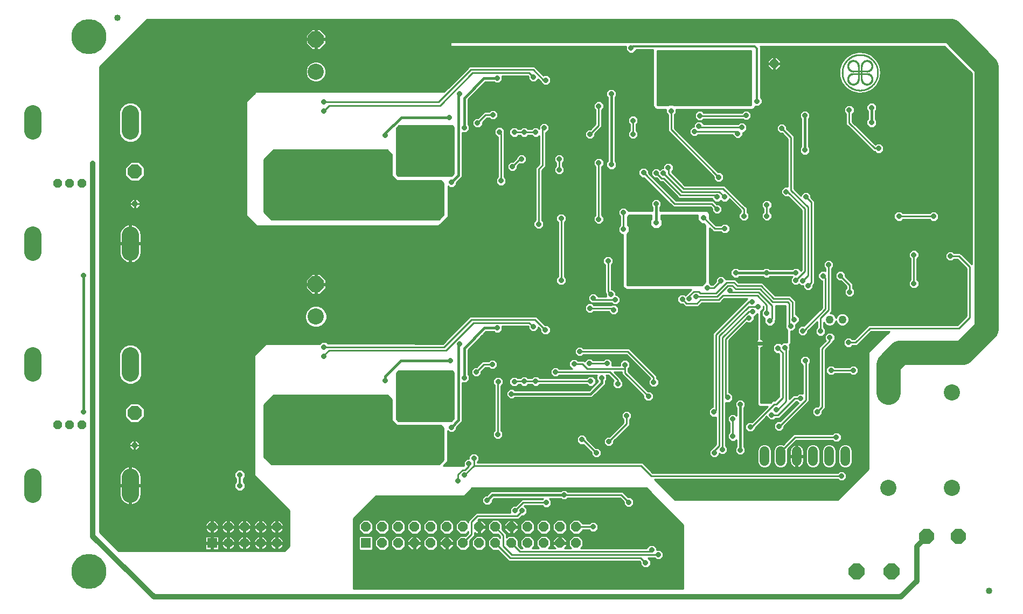
<source format=gbl>
G75*
%MOIN*%
%OFA0B0*%
%FSLAX25Y25*%
%IPPOS*%
%LPD*%
%AMOC8*
5,1,8,0,0,1.08239X$1,22.5*
%
%ADD10C,0.01000*%
%ADD11C,0.00100*%
%ADD12OC8,0.09693*%
%ADD13C,0.04000*%
%ADD14OC8,0.09055*%
%ADD15C,0.10000*%
%ADD16C,0.05906*%
%ADD17C,0.00404*%
%ADD18C,0.05000*%
%ADD19OC8,0.05315*%
%ADD20OC8,0.08600*%
%ADD21OC8,0.03543*%
%ADD22C,0.10638*%
%ADD23OC8,0.05906*%
%ADD24R,0.05906X0.05906*%
%ADD25OC8,0.10000*%
%ADD26R,0.06000X0.06000*%
%ADD27C,0.06000*%
%ADD28C,0.03200*%
%ADD29OC8,0.03175*%
%ADD30R,0.03175X0.03175*%
%ADD31C,0.02400*%
%ADD32C,0.15000*%
%ADD33C,0.01200*%
%ADD34C,0.21654*%
%ADD35C,0.01600*%
D10*
X0237207Y0076783D02*
X0237207Y0364533D01*
X0266457Y0393783D01*
X0333207Y0393783D01*
X0333207Y0348283D01*
X0327957Y0343033D01*
X0327957Y0272533D01*
X0334207Y0266033D01*
X0433207Y0266033D01*
X0433207Y0193483D01*
X0378406Y0193483D01*
X0377319Y0194571D01*
X0374596Y0194571D01*
X0373308Y0193283D01*
X0339707Y0193283D01*
X0332707Y0186283D01*
X0332707Y0111783D01*
X0354457Y0090033D01*
X0354457Y0068283D01*
X0351457Y0065283D01*
X0248707Y0065283D01*
X0237207Y0076783D01*
X0237276Y0076715D02*
X0303857Y0076715D01*
X0303855Y0076716D02*
X0304402Y0076318D01*
X0305006Y0076011D01*
X0305649Y0075802D01*
X0306156Y0075722D01*
X0306156Y0079496D01*
X0302382Y0079496D01*
X0302462Y0078989D01*
X0302671Y0078345D01*
X0302978Y0077742D01*
X0303376Y0077195D01*
X0303855Y0076716D01*
X0302999Y0077713D02*
X0237207Y0077713D01*
X0237207Y0078712D02*
X0302552Y0078712D01*
X0302382Y0080496D02*
X0306156Y0080496D01*
X0306156Y0079496D01*
X0307156Y0079496D01*
X0307156Y0075722D01*
X0307663Y0075802D01*
X0308307Y0076011D01*
X0308910Y0076318D01*
X0309457Y0076716D01*
X0309936Y0077195D01*
X0310334Y0077742D01*
X0310641Y0078345D01*
X0310850Y0078989D01*
X0310931Y0079496D01*
X0307156Y0079496D01*
X0307156Y0080496D01*
X0306156Y0080496D01*
X0306156Y0084270D01*
X0305649Y0084190D01*
X0305006Y0083981D01*
X0304402Y0083674D01*
X0303855Y0083276D01*
X0303376Y0082797D01*
X0302978Y0082250D01*
X0302671Y0081647D01*
X0302462Y0081003D01*
X0302382Y0080496D01*
X0302415Y0080709D02*
X0237207Y0080709D01*
X0237207Y0079711D02*
X0306156Y0079711D01*
X0306156Y0080709D02*
X0307156Y0080709D01*
X0307156Y0080496D02*
X0307156Y0084270D01*
X0307663Y0084190D01*
X0308307Y0083981D01*
X0308910Y0083674D01*
X0309457Y0083276D01*
X0309936Y0082797D01*
X0310334Y0082250D01*
X0310641Y0081647D01*
X0310850Y0081003D01*
X0310931Y0080496D01*
X0307156Y0080496D01*
X0307156Y0079711D02*
X0316156Y0079711D01*
X0316156Y0079496D02*
X0312382Y0079496D01*
X0312462Y0078989D01*
X0312671Y0078345D01*
X0312978Y0077742D01*
X0313376Y0077195D01*
X0313855Y0076716D01*
X0314402Y0076318D01*
X0315006Y0076011D01*
X0315649Y0075802D01*
X0316156Y0075722D01*
X0316156Y0079496D01*
X0316156Y0080496D01*
X0312382Y0080496D01*
X0312462Y0081003D01*
X0312671Y0081647D01*
X0312978Y0082250D01*
X0313376Y0082797D01*
X0313855Y0083276D01*
X0314402Y0083674D01*
X0315006Y0083981D01*
X0315649Y0084190D01*
X0316156Y0084270D01*
X0316156Y0080496D01*
X0317156Y0080496D01*
X0317156Y0084270D01*
X0317663Y0084190D01*
X0318307Y0083981D01*
X0318910Y0083674D01*
X0319457Y0083276D01*
X0319936Y0082797D01*
X0320334Y0082250D01*
X0320641Y0081647D01*
X0320850Y0081003D01*
X0320931Y0080496D01*
X0317156Y0080496D01*
X0317156Y0079496D01*
X0317156Y0075722D01*
X0317663Y0075802D01*
X0318307Y0076011D01*
X0318910Y0076318D01*
X0319457Y0076716D01*
X0319936Y0077195D01*
X0320334Y0077742D01*
X0320641Y0078345D01*
X0320850Y0078989D01*
X0320931Y0079496D01*
X0317156Y0079496D01*
X0316156Y0079496D01*
X0316156Y0078712D02*
X0317156Y0078712D01*
X0317156Y0077713D02*
X0316156Y0077713D01*
X0316156Y0076715D02*
X0317156Y0076715D01*
X0319456Y0076715D02*
X0323857Y0076715D01*
X0323855Y0076716D02*
X0324402Y0076318D01*
X0325006Y0076011D01*
X0325649Y0075802D01*
X0326156Y0075722D01*
X0326156Y0079496D01*
X0322382Y0079496D01*
X0322462Y0078989D01*
X0322671Y0078345D01*
X0322978Y0077742D01*
X0323376Y0077195D01*
X0323855Y0076716D01*
X0322999Y0077713D02*
X0320313Y0077713D01*
X0320760Y0078712D02*
X0322552Y0078712D01*
X0322382Y0080496D02*
X0326156Y0080496D01*
X0326156Y0079496D01*
X0327156Y0079496D01*
X0327156Y0075722D01*
X0327663Y0075802D01*
X0328307Y0076011D01*
X0328910Y0076318D01*
X0329457Y0076716D01*
X0329936Y0077195D01*
X0330334Y0077742D01*
X0330641Y0078345D01*
X0330850Y0078989D01*
X0330931Y0079496D01*
X0327156Y0079496D01*
X0327156Y0080496D01*
X0326156Y0080496D01*
X0326156Y0084270D01*
X0325649Y0084190D01*
X0325006Y0083981D01*
X0324402Y0083674D01*
X0323855Y0083276D01*
X0323376Y0082797D01*
X0322978Y0082250D01*
X0322671Y0081647D01*
X0322462Y0081003D01*
X0322382Y0080496D01*
X0322415Y0080709D02*
X0320897Y0080709D01*
X0320610Y0081708D02*
X0322702Y0081708D01*
X0323310Y0082706D02*
X0320002Y0082706D01*
X0318849Y0083705D02*
X0324463Y0083705D01*
X0326156Y0083705D02*
X0327156Y0083705D01*
X0327156Y0084270D02*
X0327156Y0080496D01*
X0330931Y0080496D01*
X0330850Y0081003D01*
X0330641Y0081647D01*
X0330334Y0082250D01*
X0329936Y0082797D01*
X0329457Y0083276D01*
X0328910Y0083674D01*
X0328307Y0083981D01*
X0327663Y0084190D01*
X0327156Y0084270D01*
X0327156Y0082706D02*
X0326156Y0082706D01*
X0326156Y0081708D02*
X0327156Y0081708D01*
X0327156Y0080709D02*
X0326156Y0080709D01*
X0326156Y0079711D02*
X0317156Y0079711D01*
X0317156Y0080709D02*
X0316156Y0080709D01*
X0316156Y0081708D02*
X0317156Y0081708D01*
X0317156Y0082706D02*
X0316156Y0082706D01*
X0316156Y0083705D02*
X0317156Y0083705D01*
X0314463Y0083705D02*
X0308849Y0083705D01*
X0310002Y0082706D02*
X0313310Y0082706D01*
X0312702Y0081708D02*
X0310610Y0081708D01*
X0310897Y0080709D02*
X0312415Y0080709D01*
X0312552Y0078712D02*
X0310760Y0078712D01*
X0310313Y0077713D02*
X0312999Y0077713D01*
X0313857Y0076715D02*
X0309456Y0076715D01*
X0307156Y0076715D02*
X0306156Y0076715D01*
X0306156Y0077713D02*
X0307156Y0077713D01*
X0307156Y0078712D02*
X0306156Y0078712D01*
X0306156Y0081708D02*
X0307156Y0081708D01*
X0307156Y0082706D02*
X0306156Y0082706D01*
X0306156Y0083705D02*
X0307156Y0083705D01*
X0304463Y0083705D02*
X0237207Y0083705D01*
X0237207Y0084703D02*
X0354457Y0084703D01*
X0354457Y0083705D02*
X0348849Y0083705D01*
X0348910Y0083674D02*
X0348307Y0083981D01*
X0347663Y0084190D01*
X0347156Y0084270D01*
X0347156Y0080496D01*
X0346156Y0080496D01*
X0346156Y0079496D01*
X0342382Y0079496D01*
X0342462Y0078989D01*
X0342671Y0078345D01*
X0342978Y0077742D01*
X0343376Y0077195D01*
X0343855Y0076716D01*
X0344402Y0076318D01*
X0345006Y0076011D01*
X0345649Y0075802D01*
X0346156Y0075722D01*
X0346156Y0079496D01*
X0347156Y0079496D01*
X0347156Y0075722D01*
X0347663Y0075802D01*
X0348307Y0076011D01*
X0348910Y0076318D01*
X0349457Y0076716D01*
X0349936Y0077195D01*
X0350334Y0077742D01*
X0350641Y0078345D01*
X0350850Y0078989D01*
X0350931Y0079496D01*
X0347156Y0079496D01*
X0347156Y0080496D01*
X0350931Y0080496D01*
X0350850Y0081003D01*
X0350641Y0081647D01*
X0350334Y0082250D01*
X0349936Y0082797D01*
X0349457Y0083276D01*
X0348910Y0083674D01*
X0350002Y0082706D02*
X0354457Y0082706D01*
X0354457Y0081708D02*
X0350610Y0081708D01*
X0350897Y0080709D02*
X0354457Y0080709D01*
X0354457Y0079711D02*
X0347156Y0079711D01*
X0347156Y0080709D02*
X0346156Y0080709D01*
X0346156Y0080496D02*
X0346156Y0084270D01*
X0345649Y0084190D01*
X0345006Y0083981D01*
X0344402Y0083674D01*
X0343855Y0083276D01*
X0343376Y0082797D01*
X0342978Y0082250D01*
X0342671Y0081647D01*
X0342462Y0081003D01*
X0342382Y0080496D01*
X0346156Y0080496D01*
X0346156Y0079711D02*
X0337156Y0079711D01*
X0337156Y0079496D02*
X0337156Y0080496D01*
X0336156Y0080496D01*
X0336156Y0079496D01*
X0332382Y0079496D01*
X0332462Y0078989D01*
X0332671Y0078345D01*
X0332978Y0077742D01*
X0333376Y0077195D01*
X0333855Y0076716D01*
X0334402Y0076318D01*
X0335006Y0076011D01*
X0335649Y0075802D01*
X0336156Y0075722D01*
X0336156Y0079496D01*
X0337156Y0079496D01*
X0337156Y0075722D01*
X0337663Y0075802D01*
X0338307Y0076011D01*
X0338910Y0076318D01*
X0339457Y0076716D01*
X0339936Y0077195D01*
X0340334Y0077742D01*
X0340641Y0078345D01*
X0340850Y0078989D01*
X0340931Y0079496D01*
X0337156Y0079496D01*
X0337156Y0078712D02*
X0336156Y0078712D01*
X0336156Y0077713D02*
X0337156Y0077713D01*
X0337156Y0076715D02*
X0336156Y0076715D01*
X0333857Y0076715D02*
X0329456Y0076715D01*
X0330313Y0077713D02*
X0332999Y0077713D01*
X0332552Y0078712D02*
X0330760Y0078712D01*
X0330897Y0080709D02*
X0332415Y0080709D01*
X0332382Y0080496D02*
X0336156Y0080496D01*
X0336156Y0084270D01*
X0335649Y0084190D01*
X0335006Y0083981D01*
X0334402Y0083674D01*
X0333855Y0083276D01*
X0333376Y0082797D01*
X0332978Y0082250D01*
X0332671Y0081647D01*
X0332462Y0081003D01*
X0332382Y0080496D01*
X0332702Y0081708D02*
X0330610Y0081708D01*
X0330002Y0082706D02*
X0333310Y0082706D01*
X0334463Y0083705D02*
X0328849Y0083705D01*
X0327156Y0079711D02*
X0336156Y0079711D01*
X0336156Y0080709D02*
X0337156Y0080709D01*
X0337156Y0080496D02*
X0337156Y0084270D01*
X0337663Y0084190D01*
X0338307Y0083981D01*
X0338910Y0083674D01*
X0339457Y0083276D01*
X0339936Y0082797D01*
X0340334Y0082250D01*
X0340641Y0081647D01*
X0340850Y0081003D01*
X0340931Y0080496D01*
X0337156Y0080496D01*
X0337156Y0081708D02*
X0336156Y0081708D01*
X0336156Y0082706D02*
X0337156Y0082706D01*
X0337156Y0083705D02*
X0336156Y0083705D01*
X0338849Y0083705D02*
X0344463Y0083705D01*
X0343310Y0082706D02*
X0340002Y0082706D01*
X0340610Y0081708D02*
X0342702Y0081708D01*
X0342415Y0080709D02*
X0340897Y0080709D01*
X0340760Y0078712D02*
X0342552Y0078712D01*
X0342999Y0077713D02*
X0340313Y0077713D01*
X0339456Y0076715D02*
X0343857Y0076715D01*
X0346156Y0076715D02*
X0347156Y0076715D01*
X0347156Y0077713D02*
X0346156Y0077713D01*
X0346156Y0078712D02*
X0347156Y0078712D01*
X0347156Y0081708D02*
X0346156Y0081708D01*
X0346156Y0082706D02*
X0347156Y0082706D01*
X0347156Y0083705D02*
X0346156Y0083705D01*
X0350760Y0078712D02*
X0354457Y0078712D01*
X0354457Y0077713D02*
X0350313Y0077713D01*
X0349456Y0076715D02*
X0354457Y0076715D01*
X0354457Y0075716D02*
X0238274Y0075716D01*
X0239273Y0074718D02*
X0354457Y0074718D01*
X0354457Y0073719D02*
X0348820Y0073719D01*
X0348910Y0073674D02*
X0348307Y0073981D01*
X0347663Y0074190D01*
X0347156Y0074270D01*
X0347156Y0070496D01*
X0346156Y0070496D01*
X0346156Y0069496D01*
X0342382Y0069496D01*
X0342462Y0068989D01*
X0342671Y0068345D01*
X0342978Y0067742D01*
X0343376Y0067195D01*
X0343855Y0066716D01*
X0344402Y0066318D01*
X0345006Y0066011D01*
X0345649Y0065802D01*
X0346156Y0065722D01*
X0346156Y0069496D01*
X0347156Y0069496D01*
X0347156Y0065722D01*
X0347663Y0065802D01*
X0348307Y0066011D01*
X0348910Y0066318D01*
X0349457Y0066716D01*
X0349936Y0067195D01*
X0350334Y0067742D01*
X0350641Y0068345D01*
X0350850Y0068989D01*
X0350931Y0069496D01*
X0347156Y0069496D01*
X0347156Y0070496D01*
X0350931Y0070496D01*
X0350850Y0071003D01*
X0350641Y0071647D01*
X0350334Y0072250D01*
X0349936Y0072797D01*
X0349457Y0073276D01*
X0348910Y0073674D01*
X0349992Y0072721D02*
X0354457Y0072721D01*
X0354457Y0071722D02*
X0350603Y0071722D01*
X0350894Y0070724D02*
X0354457Y0070724D01*
X0354457Y0069725D02*
X0347156Y0069725D01*
X0347156Y0068727D02*
X0346156Y0068727D01*
X0346156Y0069725D02*
X0337156Y0069725D01*
X0337156Y0069496D02*
X0337156Y0070496D01*
X0336156Y0070496D01*
X0336156Y0069496D01*
X0332382Y0069496D01*
X0332462Y0068989D01*
X0332671Y0068345D01*
X0332978Y0067742D01*
X0333376Y0067195D01*
X0333855Y0066716D01*
X0334402Y0066318D01*
X0335006Y0066011D01*
X0335649Y0065802D01*
X0336156Y0065722D01*
X0336156Y0069496D01*
X0337156Y0069496D01*
X0337156Y0065722D01*
X0337663Y0065802D01*
X0338307Y0066011D01*
X0338910Y0066318D01*
X0339457Y0066716D01*
X0339936Y0067195D01*
X0340334Y0067742D01*
X0340641Y0068345D01*
X0340850Y0068989D01*
X0340931Y0069496D01*
X0337156Y0069496D01*
X0337156Y0068727D02*
X0336156Y0068727D01*
X0336156Y0069725D02*
X0327156Y0069725D01*
X0327156Y0069496D02*
X0327156Y0070496D01*
X0326156Y0070496D01*
X0326156Y0069496D01*
X0322382Y0069496D01*
X0322462Y0068989D01*
X0322671Y0068345D01*
X0322978Y0067742D01*
X0323376Y0067195D01*
X0323855Y0066716D01*
X0324402Y0066318D01*
X0325006Y0066011D01*
X0325649Y0065802D01*
X0326156Y0065722D01*
X0326156Y0069496D01*
X0327156Y0069496D01*
X0327156Y0065722D01*
X0327663Y0065802D01*
X0328307Y0066011D01*
X0328910Y0066318D01*
X0329457Y0066716D01*
X0329936Y0067195D01*
X0330334Y0067742D01*
X0330641Y0068345D01*
X0330850Y0068989D01*
X0330931Y0069496D01*
X0327156Y0069496D01*
X0327156Y0068727D02*
X0326156Y0068727D01*
X0326156Y0069725D02*
X0317156Y0069725D01*
X0317156Y0069496D02*
X0317156Y0070496D01*
X0316156Y0070496D01*
X0316156Y0069496D01*
X0312382Y0069496D01*
X0312462Y0068989D01*
X0312671Y0068345D01*
X0312978Y0067742D01*
X0313376Y0067195D01*
X0313855Y0066716D01*
X0314402Y0066318D01*
X0315006Y0066011D01*
X0315649Y0065802D01*
X0316156Y0065722D01*
X0316156Y0069496D01*
X0317156Y0069496D01*
X0317156Y0065722D01*
X0317663Y0065802D01*
X0318307Y0066011D01*
X0318910Y0066318D01*
X0319457Y0066716D01*
X0319936Y0067195D01*
X0320334Y0067742D01*
X0320641Y0068345D01*
X0320850Y0068989D01*
X0320931Y0069496D01*
X0317156Y0069496D01*
X0317156Y0068727D02*
X0316156Y0068727D01*
X0316156Y0069725D02*
X0307156Y0069725D01*
X0307156Y0069496D02*
X0307156Y0070496D01*
X0306156Y0070496D01*
X0306156Y0069496D01*
X0302356Y0069496D01*
X0302356Y0066825D01*
X0302445Y0066494D01*
X0302616Y0066198D01*
X0302858Y0065956D01*
X0303154Y0065785D01*
X0303485Y0065696D01*
X0306156Y0065696D01*
X0306156Y0069496D01*
X0307156Y0069496D01*
X0307156Y0065696D01*
X0309827Y0065696D01*
X0310158Y0065785D01*
X0310454Y0065956D01*
X0310696Y0066198D01*
X0310868Y0066494D01*
X0310956Y0066825D01*
X0310956Y0069496D01*
X0307156Y0069496D01*
X0307156Y0068727D02*
X0306156Y0068727D01*
X0306156Y0069725D02*
X0244265Y0069725D01*
X0245264Y0068727D02*
X0302356Y0068727D01*
X0302356Y0067728D02*
X0246262Y0067728D01*
X0247261Y0066730D02*
X0302382Y0066730D01*
X0303353Y0065731D02*
X0248259Y0065731D01*
X0243267Y0070724D02*
X0302356Y0070724D01*
X0302356Y0070496D02*
X0302356Y0073167D01*
X0302445Y0073498D01*
X0302616Y0073794D01*
X0302858Y0074036D01*
X0303154Y0074207D01*
X0303485Y0074296D01*
X0306156Y0074296D01*
X0306156Y0070496D01*
X0302356Y0070496D01*
X0302356Y0071722D02*
X0242268Y0071722D01*
X0241270Y0072721D02*
X0302356Y0072721D01*
X0302573Y0073719D02*
X0240271Y0073719D01*
X0237207Y0081708D02*
X0302702Y0081708D01*
X0303310Y0082706D02*
X0237207Y0082706D01*
X0237207Y0085702D02*
X0354457Y0085702D01*
X0354457Y0086700D02*
X0237207Y0086700D01*
X0237207Y0087699D02*
X0354457Y0087699D01*
X0354457Y0088697D02*
X0237207Y0088697D01*
X0237207Y0089696D02*
X0354457Y0089696D01*
X0353797Y0090694D02*
X0237207Y0090694D01*
X0237207Y0091693D02*
X0352798Y0091693D01*
X0351800Y0092691D02*
X0237207Y0092691D01*
X0237207Y0093690D02*
X0255361Y0093690D01*
X0255605Y0093690D02*
X0256605Y0093690D01*
X0256605Y0093658D02*
X0257399Y0093762D01*
X0258237Y0093987D01*
X0259039Y0094319D01*
X0259790Y0094752D01*
X0260478Y0095281D01*
X0261092Y0095894D01*
X0261620Y0096583D01*
X0262054Y0097334D01*
X0262386Y0098136D01*
X0262611Y0098974D01*
X0262724Y0099834D01*
X0262724Y0105087D01*
X0256605Y0105087D01*
X0256605Y0106087D01*
X0255605Y0106087D01*
X0255605Y0117516D01*
X0254811Y0117411D01*
X0253973Y0117187D01*
X0253171Y0116855D01*
X0252420Y0116421D01*
X0251731Y0115893D01*
X0251118Y0115279D01*
X0250590Y0114591D01*
X0250156Y0113839D01*
X0249824Y0113038D01*
X0249599Y0112200D01*
X0249486Y0111339D01*
X0249486Y0106087D01*
X0255605Y0106087D01*
X0255605Y0105087D01*
X0249486Y0105087D01*
X0249486Y0099834D01*
X0249599Y0098974D01*
X0249824Y0098136D01*
X0250156Y0097334D01*
X0250590Y0096583D01*
X0251118Y0095894D01*
X0251731Y0095281D01*
X0252420Y0094752D01*
X0253171Y0094319D01*
X0253973Y0093987D01*
X0254811Y0093762D01*
X0255605Y0093658D01*
X0255605Y0105087D01*
X0256605Y0105087D01*
X0256605Y0093658D01*
X0256849Y0093690D02*
X0350801Y0093690D01*
X0349803Y0094688D02*
X0259679Y0094688D01*
X0260884Y0095687D02*
X0348804Y0095687D01*
X0347806Y0096685D02*
X0261679Y0096685D01*
X0262199Y0097684D02*
X0346807Y0097684D01*
X0345809Y0098682D02*
X0262533Y0098682D01*
X0262704Y0099681D02*
X0344810Y0099681D01*
X0343812Y0100679D02*
X0262724Y0100679D01*
X0262724Y0101678D02*
X0342813Y0101678D01*
X0341815Y0102676D02*
X0325499Y0102676D01*
X0325069Y0102246D02*
X0326995Y0104172D01*
X0326995Y0106895D01*
X0326007Y0107883D01*
X0326007Y0109684D01*
X0326995Y0110672D01*
X0326995Y0113395D01*
X0325069Y0115321D01*
X0322346Y0115321D01*
X0320420Y0113395D01*
X0320420Y0110672D01*
X0321407Y0109684D01*
X0321407Y0107883D01*
X0320420Y0106895D01*
X0320420Y0104172D01*
X0322346Y0102246D01*
X0325069Y0102246D01*
X0326498Y0103675D02*
X0340816Y0103675D01*
X0339818Y0104673D02*
X0326995Y0104673D01*
X0326995Y0105672D02*
X0338819Y0105672D01*
X0337820Y0106670D02*
X0326995Y0106670D01*
X0326221Y0107669D02*
X0336822Y0107669D01*
X0335823Y0108667D02*
X0326007Y0108667D01*
X0326007Y0109666D02*
X0334825Y0109666D01*
X0333826Y0110664D02*
X0326987Y0110664D01*
X0326995Y0111663D02*
X0332828Y0111663D01*
X0332707Y0112661D02*
X0326995Y0112661D01*
X0326730Y0113660D02*
X0332707Y0113660D01*
X0332707Y0114658D02*
X0325731Y0114658D01*
X0321683Y0114658D02*
X0261568Y0114658D01*
X0261620Y0114591D02*
X0261092Y0115279D01*
X0260478Y0115893D01*
X0259790Y0116421D01*
X0259039Y0116855D01*
X0258237Y0117187D01*
X0257399Y0117411D01*
X0256605Y0117516D01*
X0256605Y0106087D01*
X0262724Y0106087D01*
X0262724Y0111339D01*
X0262611Y0112200D01*
X0262386Y0113038D01*
X0262054Y0113839D01*
X0261620Y0114591D01*
X0262128Y0113660D02*
X0320685Y0113660D01*
X0320420Y0112661D02*
X0262487Y0112661D01*
X0262681Y0111663D02*
X0320420Y0111663D01*
X0320427Y0110664D02*
X0262724Y0110664D01*
X0262724Y0109666D02*
X0321407Y0109666D01*
X0321407Y0108667D02*
X0262724Y0108667D01*
X0262724Y0107669D02*
X0321194Y0107669D01*
X0320420Y0106670D02*
X0262724Y0106670D01*
X0262724Y0104673D02*
X0320420Y0104673D01*
X0320420Y0105672D02*
X0256605Y0105672D01*
X0256605Y0106670D02*
X0255605Y0106670D01*
X0255605Y0105672D02*
X0237207Y0105672D01*
X0237207Y0106670D02*
X0249486Y0106670D01*
X0249486Y0107669D02*
X0237207Y0107669D01*
X0237207Y0108667D02*
X0249486Y0108667D01*
X0249486Y0109666D02*
X0237207Y0109666D01*
X0237207Y0110664D02*
X0249486Y0110664D01*
X0249529Y0111663D02*
X0237207Y0111663D01*
X0237207Y0112661D02*
X0249723Y0112661D01*
X0250082Y0113660D02*
X0237207Y0113660D01*
X0237207Y0114658D02*
X0250642Y0114658D01*
X0251496Y0115657D02*
X0237207Y0115657D01*
X0237207Y0116655D02*
X0252826Y0116655D01*
X0255605Y0116655D02*
X0256605Y0116655D01*
X0256605Y0115657D02*
X0255605Y0115657D01*
X0255605Y0114658D02*
X0256605Y0114658D01*
X0256605Y0113660D02*
X0255605Y0113660D01*
X0255605Y0112661D02*
X0256605Y0112661D01*
X0256605Y0111663D02*
X0255605Y0111663D01*
X0255605Y0110664D02*
X0256605Y0110664D01*
X0256605Y0109666D02*
X0255605Y0109666D01*
X0255605Y0108667D02*
X0256605Y0108667D01*
X0256605Y0107669D02*
X0255605Y0107669D01*
X0255605Y0104673D02*
X0256605Y0104673D01*
X0256605Y0103675D02*
X0255605Y0103675D01*
X0255605Y0102676D02*
X0256605Y0102676D01*
X0256605Y0101678D02*
X0255605Y0101678D01*
X0255605Y0100679D02*
X0256605Y0100679D01*
X0256605Y0099681D02*
X0255605Y0099681D01*
X0255605Y0098682D02*
X0256605Y0098682D01*
X0256605Y0097684D02*
X0255605Y0097684D01*
X0255605Y0096685D02*
X0256605Y0096685D01*
X0256605Y0095687D02*
X0255605Y0095687D01*
X0255605Y0094688D02*
X0256605Y0094688D01*
X0252531Y0094688D02*
X0237207Y0094688D01*
X0237207Y0095687D02*
X0251325Y0095687D01*
X0250530Y0096685D02*
X0237207Y0096685D01*
X0237207Y0097684D02*
X0250011Y0097684D01*
X0249677Y0098682D02*
X0237207Y0098682D01*
X0237207Y0099681D02*
X0249506Y0099681D01*
X0249486Y0100679D02*
X0237207Y0100679D01*
X0237207Y0101678D02*
X0249486Y0101678D01*
X0249486Y0102676D02*
X0237207Y0102676D01*
X0237207Y0103675D02*
X0249486Y0103675D01*
X0249486Y0104673D02*
X0237207Y0104673D01*
X0237207Y0117654D02*
X0332707Y0117654D01*
X0332707Y0118652D02*
X0237207Y0118652D01*
X0237207Y0119651D02*
X0332707Y0119651D01*
X0332707Y0120649D02*
X0237207Y0120649D01*
X0237207Y0121648D02*
X0332707Y0121648D01*
X0332707Y0122647D02*
X0237207Y0122647D01*
X0237207Y0123645D02*
X0332707Y0123645D01*
X0332707Y0124644D02*
X0237207Y0124644D01*
X0237207Y0125642D02*
X0332707Y0125642D01*
X0332707Y0126641D02*
X0237207Y0126641D01*
X0237207Y0127639D02*
X0257258Y0127639D01*
X0257435Y0127462D02*
X0255636Y0129261D01*
X0255636Y0130443D01*
X0258617Y0130443D01*
X0258798Y0130443D01*
X0258798Y0130624D01*
X0261779Y0130624D01*
X0261779Y0131806D01*
X0259980Y0133605D01*
X0258798Y0133605D01*
X0258798Y0130624D01*
X0258617Y0130624D01*
X0258617Y0133605D01*
X0257435Y0133605D01*
X0255636Y0131806D01*
X0255636Y0130624D01*
X0258617Y0130624D01*
X0258617Y0130443D01*
X0258617Y0127462D01*
X0257435Y0127462D01*
X0258617Y0127639D02*
X0258798Y0127639D01*
X0258798Y0127462D02*
X0259980Y0127462D01*
X0261779Y0129261D01*
X0261779Y0130443D01*
X0258798Y0130443D01*
X0258798Y0127462D01*
X0258798Y0128638D02*
X0258617Y0128638D01*
X0258617Y0129636D02*
X0258798Y0129636D01*
X0258798Y0130635D02*
X0258617Y0130635D01*
X0258617Y0131633D02*
X0258798Y0131633D01*
X0258798Y0132632D02*
X0258617Y0132632D01*
X0256462Y0132632D02*
X0237207Y0132632D01*
X0237207Y0133630D02*
X0332707Y0133630D01*
X0332707Y0132632D02*
X0260953Y0132632D01*
X0261779Y0131633D02*
X0332707Y0131633D01*
X0332707Y0130635D02*
X0261779Y0130635D01*
X0261779Y0129636D02*
X0332707Y0129636D01*
X0332707Y0128638D02*
X0261155Y0128638D01*
X0260157Y0127639D02*
X0332707Y0127639D01*
X0338957Y0127639D02*
X0449957Y0127639D01*
X0449957Y0126641D02*
X0338957Y0126641D01*
X0338957Y0125642D02*
X0449957Y0125642D01*
X0449957Y0124644D02*
X0338957Y0124644D01*
X0338957Y0123645D02*
X0449957Y0123645D01*
X0449957Y0122647D02*
X0339594Y0122647D01*
X0338957Y0123283D02*
X0338957Y0155533D01*
X0344957Y0161533D01*
X0415207Y0161533D01*
X0417957Y0158783D01*
X0417957Y0145783D01*
X0420957Y0142783D01*
X0448207Y0142783D01*
X0449957Y0141033D01*
X0449957Y0121533D01*
X0447207Y0118783D01*
X0343457Y0118783D01*
X0338957Y0123283D01*
X0340593Y0121648D02*
X0449957Y0121648D01*
X0449073Y0120649D02*
X0341591Y0120649D01*
X0342590Y0119651D02*
X0448075Y0119651D01*
X0449884Y0117783D02*
X0452162Y0120061D01*
X0452557Y0121016D01*
X0452557Y0139317D01*
X0453429Y0138446D01*
X0455986Y0138446D01*
X0457795Y0140255D01*
X0457795Y0141368D01*
X0461507Y0145081D01*
X0461507Y0169196D01*
X0463986Y0169196D01*
X0465795Y0171005D01*
X0465795Y0173562D01*
X0465007Y0174350D01*
X0465007Y0189581D01*
X0476160Y0200733D01*
X0481141Y0200733D01*
X0481929Y0199946D01*
X0484486Y0199946D01*
X0486295Y0201755D01*
X0486295Y0204283D01*
X0502129Y0204283D01*
X0502370Y0204042D01*
X0502370Y0202505D01*
X0504179Y0200696D01*
X0506736Y0200696D01*
X0508545Y0202505D01*
X0508545Y0203368D01*
X0509870Y0202042D01*
X0509870Y0200505D01*
X0511679Y0198696D01*
X0514236Y0198696D01*
X0516045Y0200505D01*
X0516045Y0203062D01*
X0514236Y0204871D01*
X0512698Y0204871D01*
X0508457Y0209112D01*
X0507286Y0210283D01*
X0466379Y0210283D01*
X0465207Y0209112D01*
X0449379Y0193283D01*
X0432207Y0193283D01*
X0432207Y0266033D01*
X0446957Y0266033D01*
X0452707Y0271783D01*
X0452707Y0290667D01*
X0453429Y0289946D01*
X0455986Y0289946D01*
X0457795Y0291755D01*
X0457795Y0292868D01*
X0461507Y0296581D01*
X0461507Y0323696D01*
X0463986Y0323696D01*
X0465795Y0325505D01*
X0465795Y0328062D01*
X0465007Y0328850D01*
X0465007Y0344331D01*
X0475910Y0355233D01*
X0481141Y0355233D01*
X0481929Y0354446D01*
X0484486Y0354446D01*
X0486295Y0356255D01*
X0486295Y0358783D01*
X0502129Y0358783D01*
X0502370Y0358542D01*
X0502370Y0357005D01*
X0504179Y0355196D01*
X0506736Y0355196D01*
X0508476Y0356936D01*
X0509957Y0355455D01*
X0510120Y0355292D01*
X0510120Y0355005D01*
X0511929Y0353196D01*
X0514486Y0353196D01*
X0516295Y0355005D01*
X0516295Y0357562D01*
X0514486Y0359371D01*
X0511929Y0359371D01*
X0511813Y0359256D01*
X0506286Y0364783D01*
X0465879Y0364783D01*
X0464707Y0363612D01*
X0452707Y0351612D01*
X0452707Y0377033D01*
X0562870Y0377033D01*
X0562870Y0374755D01*
X0564679Y0372946D01*
X0567236Y0372946D01*
X0569045Y0374755D01*
X0569045Y0375183D01*
X0579607Y0375183D01*
X0579607Y0340266D01*
X0580003Y0339311D01*
X0580735Y0338579D01*
X0581690Y0338183D01*
X0587620Y0338183D01*
X0587620Y0336005D01*
X0588707Y0334917D01*
X0588707Y0324955D01*
X0617120Y0296542D01*
X0617120Y0295005D01*
X0618929Y0293196D01*
X0621486Y0293196D01*
X0623295Y0295005D01*
X0623295Y0297562D01*
X0621486Y0299371D01*
X0619948Y0299371D01*
X0592707Y0326612D01*
X0592707Y0334917D01*
X0593795Y0336005D01*
X0593795Y0338183D01*
X0640725Y0338183D01*
X0641680Y0338579D01*
X0642412Y0339311D01*
X0642778Y0340196D01*
X0645236Y0340196D01*
X0647045Y0342005D01*
X0647045Y0344562D01*
X0646057Y0345550D01*
X0646057Y0376653D01*
X0645677Y0377033D01*
X0759707Y0377033D01*
X0776707Y0360533D01*
X0776707Y0242362D01*
X0769536Y0249533D01*
X0765824Y0249533D01*
X0764736Y0250621D01*
X0762179Y0250621D01*
X0760370Y0248812D01*
X0760370Y0246255D01*
X0762179Y0244446D01*
X0764736Y0244446D01*
X0765824Y0245533D01*
X0767879Y0245533D01*
X0773457Y0239955D01*
X0773457Y0210362D01*
X0767879Y0204783D01*
X0712879Y0204783D01*
X0704129Y0196033D01*
X0702824Y0196033D01*
X0701736Y0197121D01*
X0699179Y0197121D01*
X0697370Y0195312D01*
X0697370Y0192755D01*
X0699179Y0190946D01*
X0701736Y0190946D01*
X0702824Y0192033D01*
X0705786Y0192033D01*
X0714536Y0200783D01*
X0725707Y0200783D01*
X0712957Y0188033D01*
X0712957Y0115783D01*
X0693707Y0096783D01*
X0593207Y0096783D01*
X0580457Y0109533D01*
X0693841Y0109533D01*
X0694929Y0108446D01*
X0697486Y0108446D01*
X0699295Y0110255D01*
X0699295Y0112812D01*
X0697486Y0114621D01*
X0694929Y0114621D01*
X0693841Y0113533D01*
X0579286Y0113533D01*
X0573036Y0119783D01*
X0470707Y0119783D01*
X0470707Y0120167D01*
X0471795Y0121255D01*
X0471795Y0123812D01*
X0469986Y0125621D01*
X0467429Y0125621D01*
X0465620Y0123812D01*
X0465620Y0122121D01*
X0464179Y0122121D01*
X0462370Y0120312D01*
X0462370Y0117783D01*
X0449884Y0117783D01*
X0450753Y0118652D02*
X0462370Y0118652D01*
X0462370Y0119651D02*
X0451752Y0119651D01*
X0452405Y0120649D02*
X0462707Y0120649D01*
X0463706Y0121648D02*
X0452557Y0121648D01*
X0452557Y0122647D02*
X0465620Y0122647D01*
X0465620Y0123645D02*
X0452557Y0123645D01*
X0452557Y0124644D02*
X0466451Y0124644D01*
X0468707Y0122533D02*
X0468707Y0117783D01*
X0462957Y0112033D01*
X0463207Y0115283D02*
X0461707Y0115283D01*
X0458957Y0112533D01*
X0458957Y0108533D01*
X0465102Y0101678D02*
X0478849Y0101678D01*
X0479255Y0102083D02*
X0477907Y0100736D01*
X0476792Y0099621D01*
X0475679Y0099621D01*
X0473870Y0097812D01*
X0473870Y0095255D01*
X0475679Y0093446D01*
X0478236Y0093446D01*
X0480045Y0095255D01*
X0480045Y0096368D01*
X0481160Y0097483D01*
X0511541Y0097483D01*
X0511091Y0097033D01*
X0498379Y0097033D01*
X0494466Y0093121D01*
X0492929Y0093121D01*
X0491120Y0091312D01*
X0491120Y0088783D01*
X0470129Y0088783D01*
X0466379Y0085033D01*
X0465207Y0083862D01*
X0465207Y0082939D01*
X0463697Y0084449D01*
X0460009Y0084449D01*
X0457400Y0081840D01*
X0457400Y0078152D01*
X0460009Y0075543D01*
X0463697Y0075543D01*
X0465207Y0077053D01*
X0465207Y0076179D01*
X0463477Y0074449D01*
X0460009Y0074449D01*
X0457400Y0071840D01*
X0457400Y0068152D01*
X0460009Y0065543D01*
X0463697Y0065543D01*
X0466306Y0068152D01*
X0466306Y0071620D01*
X0469207Y0074522D01*
X0469207Y0076627D01*
X0470091Y0075743D01*
X0471369Y0075743D01*
X0471369Y0079512D01*
X0472337Y0079512D01*
X0472337Y0075743D01*
X0473615Y0075743D01*
X0476106Y0078235D01*
X0476106Y0079512D01*
X0472337Y0079512D01*
X0472337Y0080480D01*
X0471369Y0080480D01*
X0471369Y0084249D01*
X0471251Y0084249D01*
X0471786Y0084783D01*
X0496286Y0084783D01*
X0497457Y0085955D01*
X0498448Y0086946D01*
X0499736Y0086946D01*
X0501545Y0088755D01*
X0501545Y0091312D01*
X0499930Y0092927D01*
X0500036Y0093033D01*
X0511091Y0093033D01*
X0512179Y0091946D01*
X0514736Y0091946D01*
X0516545Y0093755D01*
X0516545Y0096312D01*
X0515374Y0097483D01*
X0522391Y0097483D01*
X0523179Y0096696D01*
X0525736Y0096696D01*
X0526824Y0097783D01*
X0559129Y0097783D01*
X0561370Y0095542D01*
X0561370Y0094005D01*
X0563179Y0092196D01*
X0565736Y0092196D01*
X0567545Y0094005D01*
X0567545Y0096562D01*
X0565736Y0098371D01*
X0564198Y0098371D01*
X0560786Y0101783D01*
X0526824Y0101783D01*
X0525736Y0102871D01*
X0523179Y0102871D01*
X0522391Y0102083D01*
X0479255Y0102083D01*
X0477850Y0100679D02*
X0464103Y0100679D01*
X0463105Y0099681D02*
X0476852Y0099681D01*
X0474740Y0098682D02*
X0407606Y0098682D01*
X0408207Y0099283D02*
X0462707Y0099283D01*
X0467457Y0104033D01*
X0575457Y0104033D01*
X0598207Y0081283D01*
X0598207Y0041783D01*
X0394207Y0041783D01*
X0394207Y0085283D01*
X0408207Y0099283D01*
X0406608Y0097684D02*
X0473870Y0097684D01*
X0473870Y0096685D02*
X0405609Y0096685D01*
X0404611Y0095687D02*
X0473870Y0095687D01*
X0474436Y0094688D02*
X0403612Y0094688D01*
X0402614Y0093690D02*
X0475435Y0093690D01*
X0478480Y0093690D02*
X0495035Y0093690D01*
X0496034Y0094688D02*
X0479478Y0094688D01*
X0480045Y0095687D02*
X0497032Y0095687D01*
X0498031Y0096685D02*
X0480362Y0096685D01*
X0491500Y0091693D02*
X0400617Y0091693D01*
X0401615Y0092691D02*
X0492499Y0092691D01*
X0491120Y0090694D02*
X0399618Y0090694D01*
X0398620Y0089696D02*
X0491120Y0089696D01*
X0494207Y0090033D02*
X0499207Y0095033D01*
X0513457Y0095033D01*
X0511433Y0092691D02*
X0500166Y0092691D01*
X0501164Y0091693D02*
X0587798Y0091693D01*
X0586800Y0092691D02*
X0566231Y0092691D01*
X0567230Y0093690D02*
X0585801Y0093690D01*
X0584803Y0094688D02*
X0567545Y0094688D01*
X0567545Y0095687D02*
X0583804Y0095687D01*
X0582806Y0096685D02*
X0567422Y0096685D01*
X0566423Y0097684D02*
X0581807Y0097684D01*
X0580809Y0098682D02*
X0563887Y0098682D01*
X0562888Y0099681D02*
X0579810Y0099681D01*
X0578812Y0100679D02*
X0561890Y0100679D01*
X0560891Y0101678D02*
X0577813Y0101678D01*
X0576815Y0102676D02*
X0525931Y0102676D01*
X0522984Y0102676D02*
X0466100Y0102676D01*
X0467099Y0103675D02*
X0575816Y0103675D01*
X0581323Y0108667D02*
X0694707Y0108667D01*
X0697707Y0108667D02*
X0705748Y0108667D01*
X0706759Y0109666D02*
X0698706Y0109666D01*
X0699295Y0110664D02*
X0707771Y0110664D01*
X0708783Y0111663D02*
X0699295Y0111663D01*
X0699295Y0112661D02*
X0709794Y0112661D01*
X0710806Y0113660D02*
X0698447Y0113660D01*
X0697572Y0116378D02*
X0695935Y0117056D01*
X0694682Y0118308D01*
X0694005Y0119945D01*
X0694005Y0127622D01*
X0694682Y0129259D01*
X0695935Y0130511D01*
X0697572Y0131189D01*
X0699343Y0131189D01*
X0700980Y0130511D01*
X0702232Y0129259D01*
X0702910Y0127622D01*
X0702910Y0119945D01*
X0702232Y0118308D01*
X0700980Y0117056D01*
X0699343Y0116378D01*
X0697572Y0116378D01*
X0696902Y0116655D02*
X0690013Y0116655D01*
X0689343Y0116378D02*
X0690980Y0117056D01*
X0692232Y0118308D01*
X0692910Y0119945D01*
X0692910Y0127622D01*
X0692232Y0129259D01*
X0690980Y0130511D01*
X0689343Y0131189D01*
X0687572Y0131189D01*
X0685935Y0130511D01*
X0684682Y0129259D01*
X0684005Y0127622D01*
X0684005Y0119945D01*
X0684682Y0118308D01*
X0685935Y0117056D01*
X0687572Y0116378D01*
X0689343Y0116378D01*
X0686902Y0116655D02*
X0680013Y0116655D01*
X0679343Y0116378D02*
X0680980Y0117056D01*
X0682232Y0118308D01*
X0682910Y0119945D01*
X0682910Y0127622D01*
X0682232Y0129259D01*
X0680980Y0130511D01*
X0679343Y0131189D01*
X0677572Y0131189D01*
X0675935Y0130511D01*
X0674682Y0129259D01*
X0674005Y0127622D01*
X0674005Y0119945D01*
X0674682Y0118308D01*
X0675935Y0117056D01*
X0677572Y0116378D01*
X0679343Y0116378D01*
X0676902Y0116655D02*
X0669281Y0116655D01*
X0669453Y0116683D02*
X0670090Y0116890D01*
X0670686Y0117193D01*
X0671228Y0117587D01*
X0671701Y0118060D01*
X0672095Y0118602D01*
X0672399Y0119198D01*
X0672605Y0119835D01*
X0672710Y0120496D01*
X0672710Y0123299D01*
X0668942Y0123299D01*
X0668942Y0124268D01*
X0672710Y0124268D01*
X0672710Y0127071D01*
X0672605Y0127732D01*
X0672399Y0128369D01*
X0672095Y0128965D01*
X0671701Y0129507D01*
X0671228Y0129980D01*
X0670686Y0130373D01*
X0670090Y0130677D01*
X0669453Y0130884D01*
X0668942Y0130965D01*
X0668942Y0124268D01*
X0667973Y0124268D01*
X0667973Y0130965D01*
X0667461Y0130884D01*
X0666825Y0130677D01*
X0666228Y0130373D01*
X0665687Y0129980D01*
X0665214Y0129507D01*
X0664820Y0128965D01*
X0664516Y0128369D01*
X0664309Y0127732D01*
X0664205Y0127071D01*
X0664205Y0124268D01*
X0667973Y0124268D01*
X0667973Y0123299D01*
X0668942Y0123299D01*
X0668942Y0116602D01*
X0669453Y0116683D01*
X0668942Y0116655D02*
X0667973Y0116655D01*
X0667973Y0116602D02*
X0667973Y0123299D01*
X0664205Y0123299D01*
X0664205Y0120496D01*
X0664309Y0119835D01*
X0664516Y0119198D01*
X0664820Y0118602D01*
X0665214Y0118060D01*
X0665687Y0117587D01*
X0666228Y0117193D01*
X0666825Y0116890D01*
X0667461Y0116683D01*
X0667973Y0116602D01*
X0667633Y0116655D02*
X0660013Y0116655D01*
X0659343Y0116378D02*
X0660980Y0117056D01*
X0662232Y0118308D01*
X0662910Y0119945D01*
X0662910Y0127622D01*
X0662753Y0128001D01*
X0668286Y0133533D01*
X0690591Y0133533D01*
X0691679Y0132446D01*
X0694236Y0132446D01*
X0696045Y0134255D01*
X0696045Y0136812D01*
X0694236Y0138621D01*
X0691679Y0138621D01*
X0690591Y0137533D01*
X0666629Y0137533D01*
X0660009Y0130913D01*
X0659343Y0131189D01*
X0657572Y0131189D01*
X0655935Y0130511D01*
X0654682Y0129259D01*
X0654005Y0127622D01*
X0654005Y0119945D01*
X0654682Y0118308D01*
X0655935Y0117056D01*
X0657572Y0116378D01*
X0659343Y0116378D01*
X0656902Y0116655D02*
X0650013Y0116655D01*
X0649343Y0116378D02*
X0650980Y0117056D01*
X0652232Y0118308D01*
X0652910Y0119945D01*
X0652910Y0127622D01*
X0652232Y0129259D01*
X0650980Y0130511D01*
X0649343Y0131189D01*
X0647572Y0131189D01*
X0645935Y0130511D01*
X0644682Y0129259D01*
X0644005Y0127622D01*
X0644005Y0119945D01*
X0644682Y0118308D01*
X0645935Y0117056D01*
X0647572Y0116378D01*
X0649343Y0116378D01*
X0646902Y0116655D02*
X0576164Y0116655D01*
X0577162Y0115657D02*
X0712829Y0115657D01*
X0712957Y0116655D02*
X0700013Y0116655D01*
X0701578Y0117654D02*
X0712957Y0117654D01*
X0712957Y0118652D02*
X0702375Y0118652D01*
X0702788Y0119651D02*
X0712957Y0119651D01*
X0712957Y0120649D02*
X0702910Y0120649D01*
X0702910Y0121648D02*
X0712957Y0121648D01*
X0712957Y0122647D02*
X0702910Y0122647D01*
X0702910Y0123645D02*
X0712957Y0123645D01*
X0712957Y0124644D02*
X0702910Y0124644D01*
X0702910Y0125642D02*
X0712957Y0125642D01*
X0712957Y0126641D02*
X0702910Y0126641D01*
X0702903Y0127639D02*
X0712957Y0127639D01*
X0712957Y0128638D02*
X0702489Y0128638D01*
X0701855Y0129636D02*
X0712957Y0129636D01*
X0712957Y0130635D02*
X0700681Y0130635D01*
X0696233Y0130635D02*
X0690681Y0130635D01*
X0691855Y0129636D02*
X0695060Y0129636D01*
X0694425Y0128638D02*
X0692489Y0128638D01*
X0692903Y0127639D02*
X0694012Y0127639D01*
X0694005Y0126641D02*
X0692910Y0126641D01*
X0692910Y0125642D02*
X0694005Y0125642D01*
X0694005Y0124644D02*
X0692910Y0124644D01*
X0692910Y0123645D02*
X0694005Y0123645D01*
X0694005Y0122647D02*
X0692910Y0122647D01*
X0692910Y0121648D02*
X0694005Y0121648D01*
X0694005Y0120649D02*
X0692910Y0120649D01*
X0692788Y0119651D02*
X0694126Y0119651D01*
X0694540Y0118652D02*
X0692375Y0118652D01*
X0691578Y0117654D02*
X0695337Y0117654D01*
X0693968Y0113660D02*
X0579159Y0113660D01*
X0578161Y0114658D02*
X0711817Y0114658D01*
X0704736Y0107669D02*
X0582322Y0107669D01*
X0583320Y0106670D02*
X0703724Y0106670D01*
X0702713Y0105672D02*
X0584319Y0105672D01*
X0585318Y0104673D02*
X0701701Y0104673D01*
X0700689Y0103675D02*
X0586316Y0103675D01*
X0587315Y0102676D02*
X0699678Y0102676D01*
X0698666Y0101678D02*
X0588313Y0101678D01*
X0589312Y0100679D02*
X0697654Y0100679D01*
X0696643Y0099681D02*
X0590310Y0099681D01*
X0591309Y0098682D02*
X0695631Y0098682D01*
X0694619Y0097684D02*
X0592307Y0097684D01*
X0588797Y0090694D02*
X0501545Y0090694D01*
X0501545Y0089696D02*
X0589795Y0089696D01*
X0590794Y0088697D02*
X0501487Y0088697D01*
X0500489Y0087699D02*
X0591792Y0087699D01*
X0592791Y0086700D02*
X0498202Y0086700D01*
X0497204Y0085702D02*
X0593789Y0085702D01*
X0594788Y0084703D02*
X0471705Y0084703D01*
X0472337Y0084249D02*
X0472337Y0080480D01*
X0476106Y0080480D01*
X0476106Y0081758D01*
X0473615Y0084249D01*
X0472337Y0084249D01*
X0472337Y0083705D02*
X0471369Y0083705D01*
X0471369Y0082706D02*
X0472337Y0082706D01*
X0472337Y0081708D02*
X0471369Y0081708D01*
X0471369Y0080709D02*
X0472337Y0080709D01*
X0472337Y0079711D02*
X0477400Y0079711D01*
X0477400Y0080709D02*
X0476106Y0080709D01*
X0476106Y0081708D02*
X0477400Y0081708D01*
X0477400Y0081840D02*
X0477400Y0078152D01*
X0480009Y0075543D01*
X0483477Y0075543D01*
X0484957Y0074063D01*
X0484957Y0073189D01*
X0483697Y0074449D01*
X0480009Y0074449D01*
X0477400Y0071840D01*
X0477400Y0068152D01*
X0480009Y0065543D01*
X0483477Y0065543D01*
X0490237Y0058783D01*
X0571129Y0058783D01*
X0571870Y0058042D01*
X0571870Y0056505D01*
X0573679Y0054696D01*
X0576236Y0054696D01*
X0578045Y0056505D01*
X0578045Y0059062D01*
X0576324Y0060783D01*
X0580341Y0060783D01*
X0581429Y0059696D01*
X0583986Y0059696D01*
X0585795Y0061505D01*
X0585795Y0064062D01*
X0583986Y0065871D01*
X0581795Y0065871D01*
X0581795Y0067062D01*
X0579986Y0068871D01*
X0577429Y0068871D01*
X0575620Y0067062D01*
X0575620Y0066783D01*
X0534938Y0066783D01*
X0536306Y0068152D01*
X0536306Y0071840D01*
X0533697Y0074449D01*
X0530009Y0074449D01*
X0527400Y0071840D01*
X0527400Y0068152D01*
X0528768Y0066783D01*
X0524655Y0066783D01*
X0526106Y0068235D01*
X0526106Y0069512D01*
X0522337Y0069512D01*
X0522337Y0070480D01*
X0521369Y0070480D01*
X0521369Y0069512D01*
X0517600Y0069512D01*
X0517600Y0068235D01*
X0519051Y0066783D01*
X0514938Y0066783D01*
X0516306Y0068152D01*
X0516306Y0071840D01*
X0513697Y0074449D01*
X0510009Y0074449D01*
X0507400Y0071840D01*
X0507400Y0068152D01*
X0508768Y0066783D01*
X0504938Y0066783D01*
X0506306Y0068152D01*
X0506306Y0071840D01*
X0503697Y0074449D01*
X0500009Y0074449D01*
X0497400Y0071840D01*
X0497400Y0068152D01*
X0498768Y0066783D01*
X0497894Y0066783D01*
X0496306Y0068372D01*
X0496306Y0071840D01*
X0493697Y0074449D01*
X0490009Y0074449D01*
X0488957Y0073398D01*
X0488957Y0075720D01*
X0486306Y0078372D01*
X0486306Y0081840D01*
X0483697Y0084449D01*
X0480009Y0084449D01*
X0477400Y0081840D01*
X0478266Y0082706D02*
X0475157Y0082706D01*
X0474159Y0083705D02*
X0479264Y0083705D01*
X0481853Y0079996D02*
X0486957Y0074892D01*
X0486957Y0068033D01*
X0492207Y0062783D01*
X0582707Y0062783D01*
X0585795Y0062736D02*
X0598207Y0062736D01*
X0598207Y0063734D02*
X0585795Y0063734D01*
X0585124Y0064733D02*
X0598207Y0064733D01*
X0598207Y0065731D02*
X0584126Y0065731D01*
X0581795Y0066730D02*
X0598207Y0066730D01*
X0598207Y0067728D02*
X0581129Y0067728D01*
X0580130Y0068727D02*
X0598207Y0068727D01*
X0598207Y0069725D02*
X0536306Y0069725D01*
X0536306Y0068727D02*
X0577285Y0068727D01*
X0576286Y0067728D02*
X0535882Y0067728D01*
X0536306Y0070724D02*
X0598207Y0070724D01*
X0598207Y0071722D02*
X0536306Y0071722D01*
X0535425Y0072721D02*
X0598207Y0072721D01*
X0598207Y0073719D02*
X0534427Y0073719D01*
X0533697Y0075543D02*
X0530009Y0075543D01*
X0527400Y0078152D01*
X0527400Y0081840D01*
X0530009Y0084449D01*
X0533697Y0084449D01*
X0536150Y0081996D01*
X0540054Y0081996D01*
X0541179Y0083121D01*
X0543736Y0083121D01*
X0545545Y0081312D01*
X0545545Y0078755D01*
X0543736Y0076946D01*
X0541179Y0076946D01*
X0540129Y0077996D01*
X0536150Y0077996D01*
X0533697Y0075543D01*
X0533871Y0075716D02*
X0598207Y0075716D01*
X0598207Y0074718D02*
X0488957Y0074718D01*
X0488957Y0075716D02*
X0499835Y0075716D01*
X0500009Y0075543D02*
X0503697Y0075543D01*
X0506306Y0078152D01*
X0506306Y0081840D01*
X0503697Y0084449D01*
X0500009Y0084449D01*
X0497400Y0081840D01*
X0497400Y0078152D01*
X0500009Y0075543D01*
X0498837Y0076715D02*
X0494586Y0076715D01*
X0493615Y0075743D02*
X0496106Y0078235D01*
X0496106Y0079512D01*
X0492337Y0079512D01*
X0492337Y0075743D01*
X0493615Y0075743D01*
X0492337Y0076715D02*
X0491369Y0076715D01*
X0491369Y0075743D02*
X0491369Y0079512D01*
X0492337Y0079512D01*
X0492337Y0080480D01*
X0496106Y0080480D01*
X0496106Y0081758D01*
X0493615Y0084249D01*
X0492337Y0084249D01*
X0492337Y0080480D01*
X0491369Y0080480D01*
X0491369Y0079512D01*
X0487600Y0079512D01*
X0487600Y0078235D01*
X0490091Y0075743D01*
X0491369Y0075743D01*
X0491369Y0077713D02*
X0492337Y0077713D01*
X0492337Y0078712D02*
X0491369Y0078712D01*
X0491369Y0079711D02*
X0486306Y0079711D01*
X0486306Y0080709D02*
X0487600Y0080709D01*
X0487600Y0080480D02*
X0491369Y0080480D01*
X0491369Y0084249D01*
X0490091Y0084249D01*
X0487600Y0081758D01*
X0487600Y0080480D01*
X0487600Y0081708D02*
X0486306Y0081708D01*
X0485440Y0082706D02*
X0488549Y0082706D01*
X0489547Y0083705D02*
X0484442Y0083705D01*
X0486306Y0078712D02*
X0487600Y0078712D01*
X0488121Y0077713D02*
X0486964Y0077713D01*
X0487962Y0076715D02*
X0489120Y0076715D01*
X0488957Y0073719D02*
X0489279Y0073719D01*
X0484957Y0073719D02*
X0484427Y0073719D01*
X0484303Y0074718D02*
X0469207Y0074718D01*
X0470009Y0074449D02*
X0467400Y0071840D01*
X0467400Y0068152D01*
X0470009Y0065543D01*
X0473697Y0065543D01*
X0476306Y0068152D01*
X0476306Y0071840D01*
X0473697Y0074449D01*
X0470009Y0074449D01*
X0469279Y0073719D02*
X0468405Y0073719D01*
X0468281Y0072721D02*
X0467406Y0072721D01*
X0467400Y0071722D02*
X0466408Y0071722D01*
X0466306Y0070724D02*
X0467400Y0070724D01*
X0467400Y0069725D02*
X0466306Y0069725D01*
X0466306Y0068727D02*
X0467400Y0068727D01*
X0467824Y0067728D02*
X0465882Y0067728D01*
X0464884Y0066730D02*
X0468822Y0066730D01*
X0469821Y0065731D02*
X0463885Y0065731D01*
X0459821Y0065731D02*
X0443885Y0065731D01*
X0443697Y0065543D02*
X0446306Y0068152D01*
X0446306Y0071840D01*
X0443697Y0074449D01*
X0440009Y0074449D01*
X0437400Y0071840D01*
X0437400Y0068152D01*
X0440009Y0065543D01*
X0443697Y0065543D01*
X0444884Y0066730D02*
X0449105Y0066730D01*
X0450091Y0065743D02*
X0447600Y0068235D01*
X0447600Y0069512D01*
X0451369Y0069512D01*
X0452337Y0069512D01*
X0452337Y0065743D01*
X0453615Y0065743D01*
X0456106Y0068235D01*
X0456106Y0069512D01*
X0452337Y0069512D01*
X0452337Y0070480D01*
X0456106Y0070480D01*
X0456106Y0071758D01*
X0453615Y0074249D01*
X0452337Y0074249D01*
X0452337Y0070480D01*
X0451369Y0070480D01*
X0451369Y0069512D01*
X0451369Y0065743D01*
X0450091Y0065743D01*
X0451369Y0066730D02*
X0452337Y0066730D01*
X0452337Y0067728D02*
X0451369Y0067728D01*
X0451369Y0068727D02*
X0452337Y0068727D01*
X0452337Y0069725D02*
X0457400Y0069725D01*
X0457400Y0068727D02*
X0456106Y0068727D01*
X0455600Y0067728D02*
X0457824Y0067728D01*
X0458822Y0066730D02*
X0454601Y0066730D01*
X0456106Y0070724D02*
X0457400Y0070724D01*
X0457400Y0071722D02*
X0456106Y0071722D01*
X0455142Y0072721D02*
X0458281Y0072721D01*
X0459279Y0073719D02*
X0454144Y0073719D01*
X0452337Y0073719D02*
X0451369Y0073719D01*
X0451369Y0074249D02*
X0450091Y0074249D01*
X0447600Y0071758D01*
X0447600Y0070480D01*
X0451369Y0070480D01*
X0451369Y0074249D01*
X0451369Y0072721D02*
X0452337Y0072721D01*
X0452337Y0071722D02*
X0451369Y0071722D01*
X0451369Y0070724D02*
X0452337Y0070724D01*
X0451369Y0069725D02*
X0446306Y0069725D01*
X0446306Y0068727D02*
X0447600Y0068727D01*
X0448106Y0067728D02*
X0445882Y0067728D01*
X0446306Y0070724D02*
X0447600Y0070724D01*
X0447600Y0071722D02*
X0446306Y0071722D01*
X0445425Y0072721D02*
X0448564Y0072721D01*
X0449562Y0073719D02*
X0444427Y0073719D01*
X0443697Y0075543D02*
X0440009Y0075543D01*
X0437400Y0078152D01*
X0437400Y0081840D01*
X0440009Y0084449D01*
X0443697Y0084449D01*
X0446306Y0081840D01*
X0446306Y0078152D01*
X0443697Y0075543D01*
X0443871Y0075716D02*
X0449835Y0075716D01*
X0450009Y0075543D02*
X0453697Y0075543D01*
X0456306Y0078152D01*
X0456306Y0081840D01*
X0453697Y0084449D01*
X0450009Y0084449D01*
X0447400Y0081840D01*
X0447400Y0078152D01*
X0450009Y0075543D01*
X0448837Y0076715D02*
X0444869Y0076715D01*
X0445868Y0077713D02*
X0447838Y0077713D01*
X0447400Y0078712D02*
X0446306Y0078712D01*
X0446306Y0079711D02*
X0447400Y0079711D01*
X0447400Y0080709D02*
X0446306Y0080709D01*
X0446306Y0081708D02*
X0447400Y0081708D01*
X0448266Y0082706D02*
X0445440Y0082706D01*
X0444442Y0083705D02*
X0449264Y0083705D01*
X0454442Y0083705D02*
X0459264Y0083705D01*
X0458266Y0082706D02*
X0455440Y0082706D01*
X0456306Y0081708D02*
X0457400Y0081708D01*
X0457400Y0080709D02*
X0456306Y0080709D01*
X0456306Y0079711D02*
X0457400Y0079711D01*
X0457400Y0078712D02*
X0456306Y0078712D01*
X0455868Y0077713D02*
X0457838Y0077713D01*
X0458837Y0076715D02*
X0454869Y0076715D01*
X0453871Y0075716D02*
X0459835Y0075716D01*
X0463871Y0075716D02*
X0464745Y0075716D01*
X0464869Y0076715D02*
X0465207Y0076715D01*
X0467207Y0075350D02*
X0461853Y0069996D01*
X0463746Y0074718D02*
X0394207Y0074718D01*
X0394207Y0075716D02*
X0399835Y0075716D01*
X0400009Y0075543D02*
X0403697Y0075543D01*
X0406306Y0078152D01*
X0406306Y0081840D01*
X0403697Y0084449D01*
X0400009Y0084449D01*
X0397400Y0081840D01*
X0397400Y0078152D01*
X0400009Y0075543D01*
X0398837Y0076715D02*
X0394207Y0076715D01*
X0394207Y0077713D02*
X0397838Y0077713D01*
X0397400Y0078712D02*
X0394207Y0078712D01*
X0394207Y0079711D02*
X0397400Y0079711D01*
X0397400Y0080709D02*
X0394207Y0080709D01*
X0394207Y0081708D02*
X0397400Y0081708D01*
X0398266Y0082706D02*
X0394207Y0082706D01*
X0394207Y0083705D02*
X0399264Y0083705D01*
X0395624Y0086700D02*
X0468046Y0086700D01*
X0469044Y0087699D02*
X0396622Y0087699D01*
X0397621Y0088697D02*
X0470043Y0088697D01*
X0470957Y0086783D02*
X0467207Y0083033D01*
X0467207Y0075350D01*
X0469207Y0075716D02*
X0479835Y0075716D01*
X0478837Y0076715D02*
X0474586Y0076715D01*
X0475585Y0077713D02*
X0477838Y0077713D01*
X0477400Y0078712D02*
X0476106Y0078712D01*
X0472337Y0078712D02*
X0471369Y0078712D01*
X0471369Y0077713D02*
X0472337Y0077713D01*
X0472337Y0076715D02*
X0471369Y0076715D01*
X0474427Y0073719D02*
X0479279Y0073719D01*
X0478281Y0072721D02*
X0475425Y0072721D01*
X0476306Y0071722D02*
X0477400Y0071722D01*
X0477400Y0070724D02*
X0476306Y0070724D01*
X0476306Y0069725D02*
X0477400Y0069725D01*
X0477400Y0068727D02*
X0476306Y0068727D01*
X0475882Y0067728D02*
X0477824Y0067728D01*
X0478822Y0066730D02*
X0474884Y0066730D01*
X0473885Y0065731D02*
X0479821Y0065731D01*
X0484288Y0064733D02*
X0394207Y0064733D01*
X0394207Y0065731D02*
X0398091Y0065731D01*
X0398279Y0065543D02*
X0405427Y0065543D01*
X0406306Y0066422D01*
X0406306Y0073570D01*
X0405427Y0074449D01*
X0398279Y0074449D01*
X0397400Y0073570D01*
X0397400Y0066422D01*
X0398279Y0065543D01*
X0397400Y0066730D02*
X0394207Y0066730D01*
X0394207Y0067728D02*
X0397400Y0067728D01*
X0397400Y0068727D02*
X0394207Y0068727D01*
X0394207Y0069725D02*
X0397400Y0069725D01*
X0397400Y0070724D02*
X0394207Y0070724D01*
X0394207Y0071722D02*
X0397400Y0071722D01*
X0397400Y0072721D02*
X0394207Y0072721D01*
X0394207Y0073719D02*
X0397550Y0073719D01*
X0403871Y0075716D02*
X0409835Y0075716D01*
X0410009Y0075543D02*
X0413697Y0075543D01*
X0416306Y0078152D01*
X0416306Y0081840D01*
X0413697Y0084449D01*
X0410009Y0084449D01*
X0407400Y0081840D01*
X0407400Y0078152D01*
X0410009Y0075543D01*
X0410009Y0074449D02*
X0407400Y0071840D01*
X0407400Y0068152D01*
X0410009Y0065543D01*
X0413697Y0065543D01*
X0416306Y0068152D01*
X0416306Y0071840D01*
X0413697Y0074449D01*
X0410009Y0074449D01*
X0409279Y0073719D02*
X0406156Y0073719D01*
X0406306Y0072721D02*
X0408281Y0072721D01*
X0407400Y0071722D02*
X0406306Y0071722D01*
X0406306Y0070724D02*
X0407400Y0070724D01*
X0407400Y0069725D02*
X0406306Y0069725D01*
X0406306Y0068727D02*
X0407400Y0068727D01*
X0407824Y0067728D02*
X0406306Y0067728D01*
X0406306Y0066730D02*
X0408822Y0066730D01*
X0409821Y0065731D02*
X0405615Y0065731D01*
X0413885Y0065731D02*
X0419821Y0065731D01*
X0420009Y0065543D02*
X0423697Y0065543D01*
X0426306Y0068152D01*
X0426306Y0071840D01*
X0423697Y0074449D01*
X0420009Y0074449D01*
X0417400Y0071840D01*
X0417400Y0068152D01*
X0420009Y0065543D01*
X0418822Y0066730D02*
X0414884Y0066730D01*
X0415882Y0067728D02*
X0417824Y0067728D01*
X0417400Y0068727D02*
X0416306Y0068727D01*
X0416306Y0069725D02*
X0417400Y0069725D01*
X0417400Y0070724D02*
X0416306Y0070724D01*
X0416306Y0071722D02*
X0417400Y0071722D01*
X0418281Y0072721D02*
X0415425Y0072721D01*
X0414427Y0073719D02*
X0419279Y0073719D01*
X0420009Y0075543D02*
X0417400Y0078152D01*
X0417400Y0081840D01*
X0420009Y0084449D01*
X0423697Y0084449D01*
X0426306Y0081840D01*
X0426306Y0078152D01*
X0423697Y0075543D01*
X0420009Y0075543D01*
X0419835Y0075716D02*
X0413871Y0075716D01*
X0414869Y0076715D02*
X0418837Y0076715D01*
X0417838Y0077713D02*
X0415868Y0077713D01*
X0416306Y0078712D02*
X0417400Y0078712D01*
X0417400Y0079711D02*
X0416306Y0079711D01*
X0416306Y0080709D02*
X0417400Y0080709D01*
X0417400Y0081708D02*
X0416306Y0081708D01*
X0415440Y0082706D02*
X0418266Y0082706D01*
X0419264Y0083705D02*
X0414442Y0083705D01*
X0409264Y0083705D02*
X0404442Y0083705D01*
X0405440Y0082706D02*
X0408266Y0082706D01*
X0407400Y0081708D02*
X0406306Y0081708D01*
X0406306Y0080709D02*
X0407400Y0080709D01*
X0407400Y0079711D02*
X0406306Y0079711D01*
X0406306Y0078712D02*
X0407400Y0078712D01*
X0407838Y0077713D02*
X0405868Y0077713D01*
X0404869Y0076715D02*
X0408837Y0076715D01*
X0423871Y0075716D02*
X0429835Y0075716D01*
X0430009Y0075543D02*
X0433697Y0075543D01*
X0436306Y0078152D01*
X0436306Y0081840D01*
X0433697Y0084449D01*
X0430009Y0084449D01*
X0427400Y0081840D01*
X0427400Y0078152D01*
X0430009Y0075543D01*
X0430091Y0074249D02*
X0427600Y0071758D01*
X0427600Y0070480D01*
X0431369Y0070480D01*
X0431369Y0069512D01*
X0432337Y0069512D01*
X0432337Y0065743D01*
X0433615Y0065743D01*
X0436106Y0068235D01*
X0436106Y0069512D01*
X0432337Y0069512D01*
X0432337Y0070480D01*
X0436106Y0070480D01*
X0436106Y0071758D01*
X0433615Y0074249D01*
X0432337Y0074249D01*
X0432337Y0070480D01*
X0431369Y0070480D01*
X0431369Y0074249D01*
X0430091Y0074249D01*
X0429562Y0073719D02*
X0424427Y0073719D01*
X0425425Y0072721D02*
X0428564Y0072721D01*
X0427600Y0071722D02*
X0426306Y0071722D01*
X0426306Y0070724D02*
X0427600Y0070724D01*
X0427600Y0069512D02*
X0427600Y0068235D01*
X0430091Y0065743D01*
X0431369Y0065743D01*
X0431369Y0069512D01*
X0427600Y0069512D01*
X0427600Y0068727D02*
X0426306Y0068727D01*
X0426306Y0069725D02*
X0431369Y0069725D01*
X0432337Y0069725D02*
X0437400Y0069725D01*
X0437400Y0068727D02*
X0436106Y0068727D01*
X0435600Y0067728D02*
X0437824Y0067728D01*
X0438822Y0066730D02*
X0434601Y0066730D01*
X0432337Y0066730D02*
X0431369Y0066730D01*
X0431369Y0067728D02*
X0432337Y0067728D01*
X0432337Y0068727D02*
X0431369Y0068727D01*
X0431369Y0070724D02*
X0432337Y0070724D01*
X0432337Y0071722D02*
X0431369Y0071722D01*
X0431369Y0072721D02*
X0432337Y0072721D01*
X0432337Y0073719D02*
X0431369Y0073719D01*
X0434144Y0073719D02*
X0439279Y0073719D01*
X0438281Y0072721D02*
X0435142Y0072721D01*
X0436106Y0071722D02*
X0437400Y0071722D01*
X0437400Y0070724D02*
X0436106Y0070724D01*
X0433871Y0075716D02*
X0439835Y0075716D01*
X0438837Y0076715D02*
X0434869Y0076715D01*
X0435868Y0077713D02*
X0437838Y0077713D01*
X0437400Y0078712D02*
X0436306Y0078712D01*
X0436306Y0079711D02*
X0437400Y0079711D01*
X0437400Y0080709D02*
X0436306Y0080709D01*
X0436306Y0081708D02*
X0437400Y0081708D01*
X0438266Y0082706D02*
X0435440Y0082706D01*
X0434442Y0083705D02*
X0439264Y0083705D01*
X0429264Y0083705D02*
X0424442Y0083705D01*
X0425440Y0082706D02*
X0428266Y0082706D01*
X0427400Y0081708D02*
X0426306Y0081708D01*
X0426306Y0080709D02*
X0427400Y0080709D01*
X0427400Y0079711D02*
X0426306Y0079711D01*
X0426306Y0078712D02*
X0427400Y0078712D01*
X0427838Y0077713D02*
X0425868Y0077713D01*
X0424869Y0076715D02*
X0428837Y0076715D01*
X0428106Y0067728D02*
X0425882Y0067728D01*
X0424884Y0066730D02*
X0429105Y0066730D01*
X0423885Y0065731D02*
X0439821Y0065731D01*
X0464442Y0083705D02*
X0465207Y0083705D01*
X0466049Y0084703D02*
X0394207Y0084703D01*
X0394625Y0085702D02*
X0467047Y0085702D01*
X0470957Y0086783D02*
X0495457Y0086783D01*
X0498457Y0089783D01*
X0498457Y0090033D01*
X0499264Y0083705D02*
X0494159Y0083705D01*
X0495157Y0082706D02*
X0498266Y0082706D01*
X0497400Y0081708D02*
X0496106Y0081708D01*
X0496106Y0080709D02*
X0497400Y0080709D01*
X0497400Y0079711D02*
X0492337Y0079711D01*
X0492337Y0080709D02*
X0491369Y0080709D01*
X0491369Y0081708D02*
X0492337Y0081708D01*
X0492337Y0082706D02*
X0491369Y0082706D01*
X0491369Y0083705D02*
X0492337Y0083705D01*
X0496106Y0078712D02*
X0497400Y0078712D01*
X0497838Y0077713D02*
X0495585Y0077713D01*
X0494427Y0073719D02*
X0499279Y0073719D01*
X0498281Y0072721D02*
X0495425Y0072721D01*
X0496306Y0071722D02*
X0497400Y0071722D01*
X0497400Y0070724D02*
X0496306Y0070724D01*
X0496306Y0069725D02*
X0497400Y0069725D01*
X0497400Y0068727D02*
X0496306Y0068727D01*
X0496949Y0067728D02*
X0497824Y0067728D01*
X0497066Y0064783D02*
X0491853Y0069996D01*
X0497066Y0064783D02*
X0577707Y0064783D01*
X0578707Y0065783D01*
X0580386Y0060739D02*
X0576368Y0060739D01*
X0577367Y0059740D02*
X0581384Y0059740D01*
X0584030Y0059740D02*
X0598207Y0059740D01*
X0598207Y0058742D02*
X0578045Y0058742D01*
X0578045Y0057743D02*
X0598207Y0057743D01*
X0598207Y0056745D02*
X0578045Y0056745D01*
X0577286Y0055746D02*
X0598207Y0055746D01*
X0598207Y0054748D02*
X0576288Y0054748D01*
X0573627Y0054748D02*
X0394207Y0054748D01*
X0394207Y0055746D02*
X0572628Y0055746D01*
X0571870Y0056745D02*
X0394207Y0056745D01*
X0394207Y0057743D02*
X0571870Y0057743D01*
X0571171Y0058742D02*
X0394207Y0058742D01*
X0394207Y0059740D02*
X0489280Y0059740D01*
X0488282Y0060739D02*
X0394207Y0060739D01*
X0394207Y0061737D02*
X0487283Y0061737D01*
X0486285Y0062736D02*
X0394207Y0062736D01*
X0394207Y0063734D02*
X0485286Y0063734D01*
X0491066Y0060783D02*
X0481853Y0069996D01*
X0491066Y0060783D02*
X0571957Y0060783D01*
X0574957Y0057783D01*
X0573957Y0058783D01*
X0585029Y0060739D02*
X0598207Y0060739D01*
X0598207Y0061737D02*
X0585795Y0061737D01*
X0598207Y0053749D02*
X0394207Y0053749D01*
X0394207Y0052751D02*
X0598207Y0052751D01*
X0598207Y0051752D02*
X0394207Y0051752D01*
X0394207Y0050754D02*
X0598207Y0050754D01*
X0598207Y0049755D02*
X0394207Y0049755D01*
X0394207Y0048757D02*
X0598207Y0048757D01*
X0598207Y0047758D02*
X0394207Y0047758D01*
X0394207Y0046760D02*
X0598207Y0046760D01*
X0598207Y0045761D02*
X0394207Y0045761D01*
X0394207Y0044763D02*
X0598207Y0044763D01*
X0598207Y0043764D02*
X0394207Y0043764D01*
X0394207Y0042766D02*
X0598207Y0042766D01*
X0598207Y0076715D02*
X0534869Y0076715D01*
X0535868Y0077713D02*
X0540411Y0077713D01*
X0542420Y0079996D02*
X0531853Y0079996D01*
X0528837Y0076715D02*
X0524869Y0076715D01*
X0523871Y0075716D02*
X0529835Y0075716D01*
X0529279Y0073719D02*
X0524144Y0073719D01*
X0523615Y0074249D02*
X0522337Y0074249D01*
X0522337Y0070480D01*
X0526106Y0070480D01*
X0526106Y0071758D01*
X0523615Y0074249D01*
X0523697Y0075543D02*
X0526306Y0078152D01*
X0526306Y0081840D01*
X0523697Y0084449D01*
X0520009Y0084449D01*
X0517400Y0081840D01*
X0517400Y0078152D01*
X0520009Y0075543D01*
X0523697Y0075543D01*
X0522337Y0073719D02*
X0521369Y0073719D01*
X0521369Y0074249D02*
X0520091Y0074249D01*
X0517600Y0071758D01*
X0517600Y0070480D01*
X0521369Y0070480D01*
X0521369Y0074249D01*
X0521369Y0072721D02*
X0522337Y0072721D01*
X0522337Y0071722D02*
X0521369Y0071722D01*
X0521369Y0070724D02*
X0522337Y0070724D01*
X0522337Y0069725D02*
X0527400Y0069725D01*
X0527400Y0068727D02*
X0526106Y0068727D01*
X0525600Y0067728D02*
X0527824Y0067728D01*
X0527400Y0070724D02*
X0526106Y0070724D01*
X0526106Y0071722D02*
X0527400Y0071722D01*
X0528281Y0072721D02*
X0525142Y0072721D01*
X0521369Y0069725D02*
X0516306Y0069725D01*
X0516306Y0068727D02*
X0517600Y0068727D01*
X0518106Y0067728D02*
X0515882Y0067728D01*
X0516306Y0070724D02*
X0517600Y0070724D01*
X0517600Y0071722D02*
X0516306Y0071722D01*
X0515425Y0072721D02*
X0518564Y0072721D01*
X0519562Y0073719D02*
X0514427Y0073719D01*
X0513697Y0075543D02*
X0516306Y0078152D01*
X0516306Y0081840D01*
X0513697Y0084449D01*
X0510009Y0084449D01*
X0507400Y0081840D01*
X0507400Y0078152D01*
X0510009Y0075543D01*
X0513697Y0075543D01*
X0513871Y0075716D02*
X0519835Y0075716D01*
X0518837Y0076715D02*
X0514869Y0076715D01*
X0515868Y0077713D02*
X0517838Y0077713D01*
X0517400Y0078712D02*
X0516306Y0078712D01*
X0516306Y0079711D02*
X0517400Y0079711D01*
X0517400Y0080709D02*
X0516306Y0080709D01*
X0516306Y0081708D02*
X0517400Y0081708D01*
X0518266Y0082706D02*
X0515440Y0082706D01*
X0514442Y0083705D02*
X0519264Y0083705D01*
X0524442Y0083705D02*
X0529264Y0083705D01*
X0528266Y0082706D02*
X0525440Y0082706D01*
X0526306Y0081708D02*
X0527400Y0081708D01*
X0527400Y0080709D02*
X0526306Y0080709D01*
X0526306Y0079711D02*
X0527400Y0079711D01*
X0527400Y0078712D02*
X0526306Y0078712D01*
X0525868Y0077713D02*
X0527838Y0077713D01*
X0534442Y0083705D02*
X0595786Y0083705D01*
X0596785Y0082706D02*
X0544151Y0082706D01*
X0545149Y0081708D02*
X0597783Y0081708D01*
X0598207Y0080709D02*
X0545545Y0080709D01*
X0545545Y0079711D02*
X0598207Y0079711D01*
X0598207Y0078712D02*
X0545502Y0078712D01*
X0544504Y0077713D02*
X0598207Y0077713D01*
X0564457Y0095283D02*
X0559957Y0099783D01*
X0524457Y0099783D01*
X0526724Y0097684D02*
X0559229Y0097684D01*
X0560227Y0096685D02*
X0516172Y0096685D01*
X0516545Y0095687D02*
X0561226Y0095687D01*
X0561370Y0094688D02*
X0516545Y0094688D01*
X0516480Y0093690D02*
X0561685Y0093690D01*
X0562683Y0092691D02*
X0515481Y0092691D01*
X0509264Y0083705D02*
X0504442Y0083705D01*
X0505440Y0082706D02*
X0508266Y0082706D01*
X0507400Y0081708D02*
X0506306Y0081708D01*
X0506306Y0080709D02*
X0507400Y0080709D01*
X0507400Y0079711D02*
X0506306Y0079711D01*
X0506306Y0078712D02*
X0507400Y0078712D01*
X0507838Y0077713D02*
X0505868Y0077713D01*
X0504869Y0076715D02*
X0508837Y0076715D01*
X0509835Y0075716D02*
X0503871Y0075716D01*
X0504427Y0073719D02*
X0509279Y0073719D01*
X0508281Y0072721D02*
X0505425Y0072721D01*
X0506306Y0071722D02*
X0507400Y0071722D01*
X0507400Y0070724D02*
X0506306Y0070724D01*
X0506306Y0069725D02*
X0507400Y0069725D01*
X0507400Y0068727D02*
X0506306Y0068727D01*
X0505882Y0067728D02*
X0507824Y0067728D01*
X0535440Y0082706D02*
X0540764Y0082706D01*
X0542457Y0080033D02*
X0542420Y0079996D01*
X0578457Y0111533D02*
X0696207Y0111533D01*
X0685337Y0117654D02*
X0681578Y0117654D01*
X0682375Y0118652D02*
X0684540Y0118652D01*
X0684126Y0119651D02*
X0682788Y0119651D01*
X0682910Y0120649D02*
X0684005Y0120649D01*
X0684005Y0121648D02*
X0682910Y0121648D01*
X0682910Y0122647D02*
X0684005Y0122647D01*
X0684005Y0123645D02*
X0682910Y0123645D01*
X0682910Y0124644D02*
X0684005Y0124644D01*
X0684005Y0125642D02*
X0682910Y0125642D01*
X0682910Y0126641D02*
X0684005Y0126641D01*
X0684012Y0127639D02*
X0682903Y0127639D01*
X0682489Y0128638D02*
X0684425Y0128638D01*
X0685060Y0129636D02*
X0681855Y0129636D01*
X0680681Y0130635D02*
X0686233Y0130635D01*
X0691493Y0132632D02*
X0667384Y0132632D01*
X0666385Y0131633D02*
X0712957Y0131633D01*
X0712957Y0132632D02*
X0694422Y0132632D01*
X0695420Y0133630D02*
X0712957Y0133630D01*
X0712957Y0134629D02*
X0696045Y0134629D01*
X0696045Y0135627D02*
X0712957Y0135627D01*
X0712957Y0136626D02*
X0696045Y0136626D01*
X0695233Y0137624D02*
X0712957Y0137624D01*
X0712957Y0138623D02*
X0635757Y0138623D01*
X0635757Y0139621D02*
X0637503Y0139621D01*
X0636620Y0140505D02*
X0638429Y0138696D01*
X0640986Y0138696D01*
X0642795Y0140505D01*
X0642795Y0141292D01*
X0649870Y0148368D01*
X0649870Y0148005D01*
X0651679Y0146196D01*
X0654236Y0146196D01*
X0655324Y0147283D01*
X0657786Y0147283D01*
X0668036Y0157533D01*
X0668591Y0157533D01*
X0669485Y0156640D01*
X0658216Y0145371D01*
X0656179Y0145371D01*
X0654370Y0143562D01*
X0654370Y0141005D01*
X0656179Y0139196D01*
X0658736Y0139196D01*
X0660545Y0141005D01*
X0660545Y0142042D01*
X0676207Y0157705D01*
X0676207Y0180917D01*
X0676795Y0181505D01*
X0676795Y0184062D01*
X0674986Y0185871D01*
X0672429Y0185871D01*
X0670620Y0184062D01*
X0670620Y0181505D01*
X0672207Y0179917D01*
X0672207Y0162621D01*
X0669679Y0162621D01*
X0668591Y0161533D01*
X0666379Y0161533D01*
X0665207Y0160362D01*
X0663957Y0159112D01*
X0663957Y0189167D01*
X0664295Y0189505D01*
X0664295Y0192062D01*
X0663821Y0192536D01*
X0664657Y0193372D01*
X0664657Y0201196D01*
X0665986Y0201196D01*
X0667795Y0203005D01*
X0667795Y0205196D01*
X0668236Y0205196D01*
X0670045Y0207005D01*
X0670045Y0209562D01*
X0668236Y0211371D01*
X0667707Y0211371D01*
X0667707Y0219862D01*
X0665457Y0222112D01*
X0664286Y0223283D01*
X0655036Y0223283D01*
X0648457Y0229862D01*
X0647286Y0231033D01*
X0632536Y0231033D01*
X0631457Y0232112D01*
X0630286Y0233283D01*
X0624545Y0233283D01*
X0624545Y0233312D01*
X0622736Y0235121D01*
X0620179Y0235121D01*
X0618370Y0233312D01*
X0618370Y0231774D01*
X0616379Y0229783D01*
X0615574Y0229783D01*
X0614557Y0230800D01*
X0614557Y0264855D01*
X0615707Y0263705D01*
X0616879Y0262533D01*
X0621591Y0262533D01*
X0622679Y0261446D01*
X0625236Y0261446D01*
X0627045Y0263255D01*
X0627045Y0265812D01*
X0625236Y0267621D01*
X0622679Y0267621D01*
X0621591Y0266533D01*
X0618536Y0266533D01*
X0614557Y0270512D01*
X0614557Y0273301D01*
X0614162Y0274256D01*
X0613430Y0274988D01*
X0612475Y0275383D01*
X0583757Y0275383D01*
X0583757Y0277717D01*
X0584545Y0278505D01*
X0584545Y0281062D01*
X0582736Y0282871D01*
X0580179Y0282871D01*
X0578370Y0281062D01*
X0578370Y0278505D01*
X0579157Y0277717D01*
X0579157Y0275383D01*
X0564295Y0275383D01*
X0564295Y0275812D01*
X0562486Y0277621D01*
X0559929Y0277621D01*
X0558120Y0275812D01*
X0558120Y0273255D01*
X0559207Y0272167D01*
X0559207Y0266400D01*
X0558120Y0265312D01*
X0558120Y0262755D01*
X0559929Y0260946D01*
X0560857Y0260946D01*
X0560857Y0229016D01*
X0561253Y0228061D01*
X0561985Y0227329D01*
X0562940Y0226933D01*
X0603279Y0226933D01*
X0601129Y0224783D01*
X0600716Y0224371D01*
X0600679Y0224371D01*
X0599582Y0223275D01*
X0598986Y0223871D01*
X0596429Y0223871D01*
X0594620Y0222062D01*
X0594620Y0219505D01*
X0596429Y0217696D01*
X0597966Y0217696D01*
X0599379Y0216283D01*
X0607536Y0216283D01*
X0608707Y0217455D01*
X0609786Y0218533D01*
X0621036Y0218533D01*
X0622207Y0219705D01*
X0623536Y0221033D01*
X0637879Y0221033D01*
X0617629Y0200783D01*
X0616457Y0199612D01*
X0616457Y0154121D01*
X0615929Y0154121D01*
X0614120Y0152312D01*
X0614120Y0149755D01*
X0615929Y0147946D01*
X0618457Y0147946D01*
X0618457Y0131112D01*
X0616629Y0129283D01*
X0616216Y0128871D01*
X0616179Y0128871D01*
X0614370Y0127062D01*
X0614370Y0124505D01*
X0616179Y0122696D01*
X0618736Y0122696D01*
X0620545Y0124505D01*
X0620545Y0125330D01*
X0621179Y0124696D01*
X0623736Y0124696D01*
X0625545Y0126505D01*
X0625545Y0129062D01*
X0624457Y0130150D01*
X0624457Y0156946D01*
X0626986Y0156946D01*
X0628795Y0158755D01*
X0628795Y0161312D01*
X0626986Y0163121D01*
X0626457Y0163121D01*
X0626457Y0195455D01*
X0637438Y0206436D01*
X0637679Y0206196D01*
X0640236Y0206196D01*
X0642045Y0208005D01*
X0642045Y0210196D01*
X0642486Y0210196D01*
X0644007Y0211717D01*
X0644007Y0195689D01*
X0643381Y0195063D01*
X0642970Y0194071D01*
X0642970Y0192996D01*
X0643381Y0192004D01*
X0644007Y0191378D01*
X0644007Y0155872D01*
X0645296Y0154583D01*
X0650429Y0154583D01*
X0640716Y0144871D01*
X0638429Y0144871D01*
X0636620Y0143062D01*
X0636620Y0140505D01*
X0636620Y0140620D02*
X0635757Y0140620D01*
X0635757Y0141618D02*
X0636620Y0141618D01*
X0636620Y0142617D02*
X0635757Y0142617D01*
X0635757Y0143615D02*
X0637173Y0143615D01*
X0638171Y0144614D02*
X0635757Y0144614D01*
X0635757Y0145612D02*
X0641458Y0145612D01*
X0642456Y0146611D02*
X0635757Y0146611D01*
X0635757Y0147609D02*
X0643455Y0147609D01*
X0644453Y0148608D02*
X0635757Y0148608D01*
X0635757Y0149606D02*
X0645452Y0149606D01*
X0646450Y0150605D02*
X0635757Y0150605D01*
X0635757Y0151603D02*
X0647449Y0151603D01*
X0648447Y0152602D02*
X0635757Y0152602D01*
X0635757Y0153600D02*
X0649446Y0153600D01*
X0645281Y0154599D02*
X0636545Y0154599D01*
X0636545Y0154505D02*
X0636545Y0157062D01*
X0634736Y0158871D01*
X0632179Y0158871D01*
X0630370Y0157062D01*
X0630370Y0154505D01*
X0631157Y0153717D01*
X0631157Y0148950D01*
X0630236Y0149871D01*
X0627679Y0149871D01*
X0625870Y0148062D01*
X0625870Y0145505D01*
X0626957Y0144417D01*
X0626957Y0138400D01*
X0625870Y0137312D01*
X0625870Y0134755D01*
X0627679Y0132946D01*
X0630236Y0132946D01*
X0631157Y0133867D01*
X0631157Y0129600D01*
X0630370Y0128812D01*
X0630370Y0126255D01*
X0632179Y0124446D01*
X0634736Y0124446D01*
X0636545Y0126255D01*
X0636545Y0128812D01*
X0635757Y0129600D01*
X0635757Y0153717D01*
X0636545Y0154505D01*
X0636545Y0155597D02*
X0644282Y0155597D01*
X0644007Y0156596D02*
X0636545Y0156596D01*
X0636013Y0157594D02*
X0644007Y0157594D01*
X0644007Y0158593D02*
X0635014Y0158593D01*
X0631901Y0158593D02*
X0628633Y0158593D01*
X0628795Y0159591D02*
X0644007Y0159591D01*
X0644007Y0160590D02*
X0628795Y0160590D01*
X0628519Y0161588D02*
X0644007Y0161588D01*
X0644007Y0162587D02*
X0627520Y0162587D01*
X0626457Y0163585D02*
X0644007Y0163585D01*
X0644007Y0164584D02*
X0626457Y0164584D01*
X0626457Y0165582D02*
X0644007Y0165582D01*
X0644007Y0166581D02*
X0626457Y0166581D01*
X0626457Y0167580D02*
X0644007Y0167580D01*
X0644007Y0168578D02*
X0626457Y0168578D01*
X0626457Y0169577D02*
X0644007Y0169577D01*
X0644007Y0170575D02*
X0626457Y0170575D01*
X0626457Y0171574D02*
X0644007Y0171574D01*
X0644007Y0172572D02*
X0626457Y0172572D01*
X0626457Y0173571D02*
X0644007Y0173571D01*
X0644007Y0174569D02*
X0626457Y0174569D01*
X0626457Y0175568D02*
X0644007Y0175568D01*
X0644007Y0176566D02*
X0626457Y0176566D01*
X0626457Y0177565D02*
X0644007Y0177565D01*
X0644007Y0178563D02*
X0626457Y0178563D01*
X0626457Y0179562D02*
X0644007Y0179562D01*
X0644007Y0180560D02*
X0626457Y0180560D01*
X0626457Y0181559D02*
X0644007Y0181559D01*
X0644007Y0182557D02*
X0626457Y0182557D01*
X0626457Y0183556D02*
X0644007Y0183556D01*
X0644007Y0184554D02*
X0626457Y0184554D01*
X0626457Y0185553D02*
X0644007Y0185553D01*
X0644007Y0186551D02*
X0626457Y0186551D01*
X0626457Y0187550D02*
X0644007Y0187550D01*
X0644007Y0188548D02*
X0626457Y0188548D01*
X0626457Y0189547D02*
X0644007Y0189547D01*
X0644007Y0190545D02*
X0626457Y0190545D01*
X0626457Y0191544D02*
X0643841Y0191544D01*
X0643158Y0192542D02*
X0626457Y0192542D01*
X0626457Y0193541D02*
X0642970Y0193541D01*
X0643164Y0194539D02*
X0626457Y0194539D01*
X0626540Y0195538D02*
X0643856Y0195538D01*
X0644007Y0196536D02*
X0627539Y0196536D01*
X0628537Y0197535D02*
X0644007Y0197535D01*
X0644007Y0198533D02*
X0629536Y0198533D01*
X0630534Y0199532D02*
X0644007Y0199532D01*
X0644007Y0200530D02*
X0631533Y0200530D01*
X0632531Y0201529D02*
X0644007Y0201529D01*
X0644007Y0202527D02*
X0633530Y0202527D01*
X0634528Y0203526D02*
X0644007Y0203526D01*
X0644007Y0204524D02*
X0635527Y0204524D01*
X0636525Y0205523D02*
X0644007Y0205523D01*
X0644007Y0206521D02*
X0640562Y0206521D01*
X0641560Y0207520D02*
X0644007Y0207520D01*
X0644007Y0208518D02*
X0642045Y0208518D01*
X0642045Y0209517D02*
X0644007Y0209517D01*
X0644007Y0210516D02*
X0642806Y0210516D01*
X0643804Y0211514D02*
X0644007Y0211514D01*
X0646207Y0211514D02*
X0646670Y0211514D01*
X0646670Y0210672D02*
X0648433Y0208908D01*
X0648420Y0208895D01*
X0648420Y0206172D01*
X0650346Y0204246D01*
X0653069Y0204246D01*
X0654995Y0206172D01*
X0654995Y0207710D01*
X0655407Y0208122D01*
X0655407Y0216783D01*
X0661507Y0216783D01*
X0661507Y0205733D01*
X0661420Y0205645D01*
X0661420Y0202922D01*
X0662457Y0201884D01*
X0662457Y0194283D01*
X0662245Y0194071D01*
X0659846Y0194071D01*
X0658957Y0193183D01*
X0658319Y0193821D01*
X0655596Y0193821D01*
X0653670Y0191895D01*
X0653670Y0189172D01*
X0655596Y0187246D01*
X0657133Y0187246D01*
X0657507Y0186872D01*
X0657507Y0160695D01*
X0654796Y0157983D01*
X0653546Y0157983D01*
X0652346Y0156783D01*
X0646207Y0156783D01*
X0646207Y0190809D01*
X0646850Y0191075D01*
X0647666Y0191891D01*
X0648107Y0192957D01*
X0648107Y0194110D01*
X0647666Y0195176D01*
X0646850Y0195992D01*
X0646207Y0196258D01*
X0646207Y0213384D01*
X0647745Y0214922D01*
X0647745Y0216385D01*
X0647757Y0216372D01*
X0647757Y0214483D01*
X0646670Y0213395D01*
X0646670Y0210672D01*
X0646826Y0210516D02*
X0646207Y0210516D01*
X0646207Y0209517D02*
X0647825Y0209517D01*
X0648420Y0208518D02*
X0646207Y0208518D01*
X0646207Y0207520D02*
X0648420Y0207520D01*
X0648420Y0206521D02*
X0646207Y0206521D01*
X0646207Y0205523D02*
X0649069Y0205523D01*
X0650067Y0204524D02*
X0646207Y0204524D01*
X0646207Y0203526D02*
X0661420Y0203526D01*
X0661420Y0204524D02*
X0653347Y0204524D01*
X0654346Y0205523D02*
X0661420Y0205523D01*
X0661507Y0206521D02*
X0654995Y0206521D01*
X0654995Y0207520D02*
X0661507Y0207520D01*
X0661507Y0208518D02*
X0655407Y0208518D01*
X0655407Y0209517D02*
X0661507Y0209517D01*
X0661507Y0210516D02*
X0655407Y0210516D01*
X0655407Y0211514D02*
X0661507Y0211514D01*
X0661507Y0212513D02*
X0655407Y0212513D01*
X0655407Y0213511D02*
X0661507Y0213511D01*
X0661507Y0214510D02*
X0655407Y0214510D01*
X0655407Y0215508D02*
X0661507Y0215508D01*
X0661507Y0216507D02*
X0655407Y0216507D01*
X0653207Y0216783D02*
X0644957Y0225033D01*
X0628207Y0225033D01*
X0627207Y0226033D01*
X0625957Y0229283D02*
X0619207Y0222533D01*
X0606207Y0222533D01*
X0608707Y0224533D02*
X0607707Y0225533D01*
X0604707Y0225533D01*
X0601957Y0222783D01*
X0601957Y0221283D01*
X0599804Y0223496D02*
X0599361Y0223496D01*
X0600840Y0224495D02*
X0556545Y0224495D01*
X0556545Y0225062D02*
X0554736Y0226871D01*
X0553707Y0226871D01*
X0553707Y0242167D01*
X0554795Y0243255D01*
X0554795Y0245812D01*
X0552986Y0247621D01*
X0550429Y0247621D01*
X0548620Y0245812D01*
X0548620Y0243255D01*
X0549707Y0242167D01*
X0549707Y0224705D01*
X0550370Y0224042D01*
X0550370Y0222533D01*
X0545545Y0222533D01*
X0545545Y0222812D01*
X0543736Y0224621D01*
X0541179Y0224621D01*
X0539370Y0222812D01*
X0539370Y0220255D01*
X0541179Y0218446D01*
X0543736Y0218446D01*
X0543824Y0218533D01*
X0553841Y0218533D01*
X0554929Y0217446D01*
X0557486Y0217446D01*
X0559295Y0219255D01*
X0559295Y0221812D01*
X0557486Y0223621D01*
X0556545Y0223621D01*
X0556545Y0225062D01*
X0556114Y0225493D02*
X0601839Y0225493D01*
X0602837Y0226492D02*
X0555115Y0226492D01*
X0553707Y0227490D02*
X0561824Y0227490D01*
X0561076Y0228489D02*
X0553707Y0228489D01*
X0553707Y0229487D02*
X0560857Y0229487D01*
X0560857Y0230486D02*
X0553707Y0230486D01*
X0553707Y0231484D02*
X0560857Y0231484D01*
X0560857Y0232483D02*
X0553707Y0232483D01*
X0553707Y0233481D02*
X0560857Y0233481D01*
X0560857Y0234480D02*
X0553707Y0234480D01*
X0553707Y0235478D02*
X0560857Y0235478D01*
X0560857Y0236477D02*
X0553707Y0236477D01*
X0553707Y0237475D02*
X0560857Y0237475D01*
X0560857Y0238474D02*
X0553707Y0238474D01*
X0553707Y0239472D02*
X0560857Y0239472D01*
X0560857Y0240471D02*
X0553707Y0240471D01*
X0553707Y0241469D02*
X0560857Y0241469D01*
X0560857Y0242468D02*
X0554008Y0242468D01*
X0554795Y0243466D02*
X0560857Y0243466D01*
X0560857Y0244465D02*
X0554795Y0244465D01*
X0554795Y0245463D02*
X0560857Y0245463D01*
X0560857Y0246462D02*
X0554145Y0246462D01*
X0553147Y0247460D02*
X0560857Y0247460D01*
X0560857Y0248459D02*
X0524707Y0248459D01*
X0524707Y0249457D02*
X0560857Y0249457D01*
X0560857Y0250456D02*
X0524707Y0250456D01*
X0524707Y0251454D02*
X0560857Y0251454D01*
X0560857Y0252453D02*
X0524707Y0252453D01*
X0524707Y0253451D02*
X0560857Y0253451D01*
X0560857Y0254450D02*
X0524707Y0254450D01*
X0524707Y0255449D02*
X0560857Y0255449D01*
X0560857Y0256447D02*
X0524707Y0256447D01*
X0524707Y0257446D02*
X0560857Y0257446D01*
X0560857Y0258444D02*
X0524707Y0258444D01*
X0524707Y0259443D02*
X0560857Y0259443D01*
X0560857Y0260441D02*
X0524707Y0260441D01*
X0524707Y0261440D02*
X0559435Y0261440D01*
X0558436Y0262438D02*
X0524707Y0262438D01*
X0524707Y0263437D02*
X0558120Y0263437D01*
X0558120Y0264435D02*
X0524707Y0264435D01*
X0524707Y0265434D02*
X0558241Y0265434D01*
X0559207Y0266432D02*
X0524707Y0266432D01*
X0524707Y0267431D02*
X0544444Y0267431D01*
X0544679Y0267196D02*
X0547236Y0267196D01*
X0549045Y0269005D01*
X0549045Y0271562D01*
X0547957Y0272650D01*
X0547957Y0302667D01*
X0549045Y0303755D01*
X0549045Y0306312D01*
X0547236Y0308121D01*
X0544679Y0308121D01*
X0542870Y0306312D01*
X0542870Y0303755D01*
X0543957Y0302667D01*
X0543957Y0272650D01*
X0542870Y0271562D01*
X0542870Y0269005D01*
X0544679Y0267196D01*
X0543445Y0268429D02*
X0524719Y0268429D01*
X0524707Y0268417D02*
X0525795Y0269505D01*
X0525795Y0272062D01*
X0523986Y0273871D01*
X0521429Y0273871D01*
X0519620Y0272062D01*
X0519620Y0269505D01*
X0520707Y0268417D01*
X0520707Y0234900D01*
X0519620Y0233812D01*
X0519620Y0231255D01*
X0521429Y0229446D01*
X0523986Y0229446D01*
X0525795Y0231255D01*
X0525795Y0233812D01*
X0524707Y0234900D01*
X0524707Y0268417D01*
X0525718Y0269428D02*
X0542870Y0269428D01*
X0542870Y0270426D02*
X0525795Y0270426D01*
X0525795Y0271425D02*
X0542870Y0271425D01*
X0543731Y0272423D02*
X0525434Y0272423D01*
X0524435Y0273422D02*
X0543957Y0273422D01*
X0543957Y0274420D02*
X0510707Y0274420D01*
X0510707Y0273422D02*
X0520979Y0273422D01*
X0519981Y0272423D02*
X0510707Y0272423D01*
X0510707Y0271425D02*
X0519620Y0271425D01*
X0519620Y0270426D02*
X0510707Y0270426D01*
X0510707Y0269650D02*
X0510707Y0300455D01*
X0512036Y0301783D01*
X0513207Y0302955D01*
X0513207Y0323696D01*
X0513486Y0323696D01*
X0515295Y0325505D01*
X0515295Y0328062D01*
X0513486Y0329871D01*
X0510929Y0329871D01*
X0509120Y0328062D01*
X0509120Y0326237D01*
X0508236Y0327121D01*
X0505679Y0327121D01*
X0504591Y0326033D01*
X0502074Y0326033D01*
X0500986Y0327121D01*
X0498429Y0327121D01*
X0497341Y0326033D01*
X0496074Y0326033D01*
X0494986Y0327121D01*
X0492429Y0327121D01*
X0490620Y0325312D01*
X0490620Y0322755D01*
X0492429Y0320946D01*
X0494986Y0320946D01*
X0496074Y0322033D01*
X0497341Y0322033D01*
X0498429Y0320946D01*
X0500986Y0320946D01*
X0502074Y0322033D01*
X0504591Y0322033D01*
X0505679Y0320946D01*
X0508236Y0320946D01*
X0509207Y0321917D01*
X0509207Y0304612D01*
X0506707Y0302112D01*
X0506707Y0269650D01*
X0505620Y0268562D01*
X0505620Y0266005D01*
X0507429Y0264196D01*
X0509986Y0264196D01*
X0511795Y0266005D01*
X0511795Y0268562D01*
X0510707Y0269650D01*
X0510929Y0269428D02*
X0519697Y0269428D01*
X0520695Y0268429D02*
X0511795Y0268429D01*
X0511795Y0267431D02*
X0520707Y0267431D01*
X0520707Y0266432D02*
X0511795Y0266432D01*
X0511224Y0265434D02*
X0520707Y0265434D01*
X0520707Y0264435D02*
X0510225Y0264435D01*
X0507189Y0264435D02*
X0432207Y0264435D01*
X0432207Y0263437D02*
X0520707Y0263437D01*
X0520707Y0262438D02*
X0432207Y0262438D01*
X0432207Y0261440D02*
X0520707Y0261440D01*
X0520707Y0260441D02*
X0432207Y0260441D01*
X0432207Y0259443D02*
X0520707Y0259443D01*
X0520707Y0258444D02*
X0432207Y0258444D01*
X0432207Y0257446D02*
X0520707Y0257446D01*
X0520707Y0256447D02*
X0432207Y0256447D01*
X0432207Y0255449D02*
X0520707Y0255449D01*
X0520707Y0254450D02*
X0432207Y0254450D01*
X0432207Y0253451D02*
X0520707Y0253451D01*
X0520707Y0252453D02*
X0432207Y0252453D01*
X0432207Y0251454D02*
X0520707Y0251454D01*
X0520707Y0250456D02*
X0432207Y0250456D01*
X0432207Y0249457D02*
X0520707Y0249457D01*
X0520707Y0248459D02*
X0432207Y0248459D01*
X0432207Y0247460D02*
X0520707Y0247460D01*
X0520707Y0246462D02*
X0432207Y0246462D01*
X0432207Y0245463D02*
X0520707Y0245463D01*
X0520707Y0244465D02*
X0432207Y0244465D01*
X0432207Y0243466D02*
X0520707Y0243466D01*
X0520707Y0242468D02*
X0432207Y0242468D01*
X0432207Y0241469D02*
X0520707Y0241469D01*
X0520707Y0240471D02*
X0432207Y0240471D01*
X0432207Y0239472D02*
X0520707Y0239472D01*
X0520707Y0238474D02*
X0432207Y0238474D01*
X0432207Y0237475D02*
X0520707Y0237475D01*
X0520707Y0236477D02*
X0432207Y0236477D01*
X0432207Y0235478D02*
X0520707Y0235478D01*
X0520287Y0234480D02*
X0432207Y0234480D01*
X0432207Y0233481D02*
X0519620Y0233481D01*
X0519620Y0232483D02*
X0432207Y0232483D01*
X0432207Y0231484D02*
X0519620Y0231484D01*
X0520389Y0230486D02*
X0432207Y0230486D01*
X0432207Y0229487D02*
X0521387Y0229487D01*
X0524027Y0229487D02*
X0549707Y0229487D01*
X0549707Y0228489D02*
X0432207Y0228489D01*
X0432207Y0227490D02*
X0549707Y0227490D01*
X0549707Y0226492D02*
X0432207Y0226492D01*
X0432207Y0225493D02*
X0549707Y0225493D01*
X0549918Y0224495D02*
X0543862Y0224495D01*
X0544861Y0223496D02*
X0550370Y0223496D01*
X0551707Y0225533D02*
X0553457Y0223783D01*
X0551707Y0225533D02*
X0551707Y0244533D01*
X0548620Y0244465D02*
X0524707Y0244465D01*
X0524707Y0245463D02*
X0548620Y0245463D01*
X0549270Y0246462D02*
X0524707Y0246462D01*
X0524707Y0247460D02*
X0550268Y0247460D01*
X0548620Y0243466D02*
X0524707Y0243466D01*
X0524707Y0242468D02*
X0549407Y0242468D01*
X0549707Y0241469D02*
X0524707Y0241469D01*
X0524707Y0240471D02*
X0549707Y0240471D01*
X0549707Y0239472D02*
X0524707Y0239472D01*
X0524707Y0238474D02*
X0549707Y0238474D01*
X0549707Y0237475D02*
X0524707Y0237475D01*
X0524707Y0236477D02*
X0549707Y0236477D01*
X0549707Y0235478D02*
X0524707Y0235478D01*
X0525127Y0234480D02*
X0549707Y0234480D01*
X0549707Y0233481D02*
X0525795Y0233481D01*
X0525795Y0232483D02*
X0549707Y0232483D01*
X0549707Y0231484D02*
X0525795Y0231484D01*
X0525026Y0230486D02*
X0549707Y0230486D01*
X0563457Y0230486D02*
X0610695Y0230486D01*
X0609743Y0229533D02*
X0611680Y0231471D01*
X0611957Y0231471D01*
X0611957Y0266607D01*
X0610968Y0267596D01*
X0609430Y0267596D01*
X0607270Y0269756D01*
X0607270Y0272783D01*
X0584357Y0272783D01*
X0584357Y0270348D01*
X0585145Y0269561D01*
X0585145Y0266506D01*
X0582985Y0264346D01*
X0579930Y0264346D01*
X0577770Y0266506D01*
X0577770Y0269561D01*
X0578557Y0270348D01*
X0578557Y0272783D01*
X0564672Y0272783D01*
X0563807Y0271919D01*
X0563807Y0266648D01*
X0564895Y0265561D01*
X0564895Y0262506D01*
X0563457Y0261069D01*
X0563457Y0229533D01*
X0609743Y0229533D01*
X0611957Y0231484D02*
X0563457Y0231484D01*
X0563457Y0232483D02*
X0611957Y0232483D01*
X0611957Y0233481D02*
X0563457Y0233481D01*
X0563457Y0234480D02*
X0611957Y0234480D01*
X0611957Y0235478D02*
X0563457Y0235478D01*
X0563457Y0236477D02*
X0611957Y0236477D01*
X0611957Y0237475D02*
X0563457Y0237475D01*
X0563457Y0238474D02*
X0611957Y0238474D01*
X0611957Y0239472D02*
X0563457Y0239472D01*
X0563457Y0240471D02*
X0611957Y0240471D01*
X0611957Y0241469D02*
X0563457Y0241469D01*
X0563457Y0242468D02*
X0611957Y0242468D01*
X0611957Y0243466D02*
X0563457Y0243466D01*
X0563457Y0244465D02*
X0611957Y0244465D01*
X0611957Y0245463D02*
X0563457Y0245463D01*
X0563457Y0246462D02*
X0611957Y0246462D01*
X0611957Y0247460D02*
X0563457Y0247460D01*
X0563457Y0248459D02*
X0611957Y0248459D01*
X0611957Y0249457D02*
X0563457Y0249457D01*
X0563457Y0250456D02*
X0611957Y0250456D01*
X0611957Y0251454D02*
X0563457Y0251454D01*
X0563457Y0252453D02*
X0611957Y0252453D01*
X0611957Y0253451D02*
X0563457Y0253451D01*
X0563457Y0254450D02*
X0611957Y0254450D01*
X0611957Y0255449D02*
X0563457Y0255449D01*
X0563457Y0256447D02*
X0611957Y0256447D01*
X0611957Y0257446D02*
X0563457Y0257446D01*
X0563457Y0258444D02*
X0611957Y0258444D01*
X0611957Y0259443D02*
X0563457Y0259443D01*
X0563457Y0260441D02*
X0611957Y0260441D01*
X0611957Y0261440D02*
X0563828Y0261440D01*
X0564827Y0262438D02*
X0611957Y0262438D01*
X0611957Y0263437D02*
X0564895Y0263437D01*
X0564895Y0264435D02*
X0579841Y0264435D01*
X0578842Y0265434D02*
X0564895Y0265434D01*
X0564023Y0266432D02*
X0577844Y0266432D01*
X0577770Y0267431D02*
X0563807Y0267431D01*
X0563807Y0268429D02*
X0577770Y0268429D01*
X0577770Y0269428D02*
X0563807Y0269428D01*
X0563807Y0270426D02*
X0578557Y0270426D01*
X0578557Y0271425D02*
X0563807Y0271425D01*
X0564312Y0272423D02*
X0578557Y0272423D01*
X0579157Y0275419D02*
X0564295Y0275419D01*
X0563690Y0276417D02*
X0579157Y0276417D01*
X0579157Y0277416D02*
X0562691Y0277416D01*
X0559723Y0277416D02*
X0547957Y0277416D01*
X0547957Y0278414D02*
X0578460Y0278414D01*
X0578370Y0279413D02*
X0547957Y0279413D01*
X0547957Y0280411D02*
X0578370Y0280411D01*
X0578717Y0281410D02*
X0547957Y0281410D01*
X0547957Y0282408D02*
X0579716Y0282408D01*
X0583199Y0282408D02*
X0587504Y0282408D01*
X0588503Y0281410D02*
X0584197Y0281410D01*
X0584545Y0280411D02*
X0589501Y0280411D01*
X0590500Y0279413D02*
X0584545Y0279413D01*
X0584454Y0278414D02*
X0591498Y0278414D01*
X0592129Y0277783D02*
X0615129Y0277783D01*
X0616120Y0276792D01*
X0616120Y0275255D01*
X0617929Y0273446D01*
X0620486Y0273446D01*
X0622295Y0275255D01*
X0622295Y0277812D01*
X0620486Y0279621D01*
X0618948Y0279621D01*
X0616786Y0281783D01*
X0593786Y0281783D01*
X0576795Y0298774D01*
X0576795Y0300312D01*
X0574986Y0302121D01*
X0572429Y0302121D01*
X0570620Y0300312D01*
X0570620Y0297755D01*
X0572429Y0295946D01*
X0573966Y0295946D01*
X0592129Y0277783D01*
X0592957Y0279783D02*
X0573707Y0299033D01*
X0571688Y0301380D02*
X0555420Y0301380D01*
X0554986Y0300946D02*
X0556795Y0302755D01*
X0556795Y0305312D01*
X0556007Y0306100D01*
X0556007Y0345717D01*
X0556795Y0346505D01*
X0556795Y0349062D01*
X0554986Y0350871D01*
X0552429Y0350871D01*
X0550620Y0349062D01*
X0550620Y0346505D01*
X0551407Y0345717D01*
X0551407Y0306100D01*
X0550620Y0305312D01*
X0550620Y0302755D01*
X0552429Y0300946D01*
X0554986Y0300946D01*
X0556419Y0302379D02*
X0585870Y0302379D01*
X0585870Y0301871D02*
X0584679Y0301871D01*
X0583707Y0300900D01*
X0582736Y0301871D01*
X0580179Y0301871D01*
X0578370Y0300062D01*
X0578370Y0297505D01*
X0580179Y0295696D01*
X0581716Y0295696D01*
X0582707Y0294705D01*
X0583879Y0293533D01*
X0585379Y0293533D01*
X0594457Y0284455D01*
X0595629Y0283283D01*
X0616120Y0283283D01*
X0616120Y0282755D01*
X0617929Y0280946D01*
X0620486Y0280946D01*
X0621457Y0281917D01*
X0622429Y0280946D01*
X0624986Y0280946D01*
X0626726Y0282686D01*
X0633707Y0275705D01*
X0633707Y0274650D01*
X0632620Y0273562D01*
X0632620Y0271005D01*
X0634429Y0269196D01*
X0636986Y0269196D01*
X0638795Y0271005D01*
X0638795Y0273562D01*
X0637707Y0274650D01*
X0637707Y0277362D01*
X0636536Y0278533D01*
X0624957Y0290112D01*
X0623786Y0291283D01*
X0599286Y0291283D01*
X0591207Y0299362D01*
X0591207Y0299917D01*
X0592045Y0300755D01*
X0592045Y0303312D01*
X0590236Y0305121D01*
X0587679Y0305121D01*
X0585870Y0303312D01*
X0585870Y0301871D01*
X0585935Y0303377D02*
X0556795Y0303377D01*
X0556795Y0304376D02*
X0586933Y0304376D01*
X0588957Y0302033D02*
X0589207Y0301783D01*
X0589207Y0298533D01*
X0598457Y0289283D01*
X0622957Y0289283D01*
X0635707Y0276533D01*
X0635707Y0272283D01*
X0633478Y0274420D02*
X0621460Y0274420D01*
X0622295Y0275419D02*
X0633707Y0275419D01*
X0632995Y0276417D02*
X0622295Y0276417D01*
X0622295Y0277416D02*
X0631997Y0277416D01*
X0630998Y0278414D02*
X0621693Y0278414D01*
X0620694Y0279413D02*
X0630000Y0279413D01*
X0629001Y0280411D02*
X0618158Y0280411D01*
X0617465Y0281410D02*
X0617159Y0281410D01*
X0616466Y0282408D02*
X0593161Y0282408D01*
X0592162Y0283407D02*
X0595506Y0283407D01*
X0594507Y0284405D02*
X0591164Y0284405D01*
X0590165Y0285404D02*
X0593509Y0285404D01*
X0592510Y0286402D02*
X0589167Y0286402D01*
X0588168Y0287401D02*
X0591512Y0287401D01*
X0590513Y0288399D02*
X0587170Y0288399D01*
X0586171Y0289398D02*
X0589514Y0289398D01*
X0588516Y0290396D02*
X0585173Y0290396D01*
X0584174Y0291395D02*
X0587517Y0291395D01*
X0586519Y0292393D02*
X0583176Y0292393D01*
X0582177Y0293392D02*
X0585520Y0293392D01*
X0586207Y0295533D02*
X0584707Y0295533D01*
X0581457Y0298783D01*
X0579487Y0296387D02*
X0579182Y0296387D01*
X0578489Y0297386D02*
X0578183Y0297386D01*
X0578370Y0298384D02*
X0577185Y0298384D01*
X0576795Y0299383D02*
X0578370Y0299383D01*
X0578689Y0300382D02*
X0576726Y0300382D01*
X0575727Y0301380D02*
X0579688Y0301380D01*
X0583227Y0301380D02*
X0584188Y0301380D01*
X0585957Y0298783D02*
X0597457Y0287283D01*
X0620457Y0287283D01*
X0623707Y0284033D01*
X0621965Y0281410D02*
X0620950Y0281410D01*
X0619207Y0284033D02*
X0617957Y0285283D01*
X0596457Y0285283D01*
X0586207Y0295533D01*
X0583022Y0294390D02*
X0581179Y0294390D01*
X0582023Y0295389D02*
X0580180Y0295389D01*
X0577519Y0292393D02*
X0547957Y0292393D01*
X0547957Y0291395D02*
X0578517Y0291395D01*
X0579516Y0290396D02*
X0547957Y0290396D01*
X0547957Y0289398D02*
X0580514Y0289398D01*
X0581513Y0288399D02*
X0547957Y0288399D01*
X0547957Y0287401D02*
X0582512Y0287401D01*
X0583510Y0286402D02*
X0547957Y0286402D01*
X0547957Y0285404D02*
X0584509Y0285404D01*
X0585507Y0284405D02*
X0547957Y0284405D01*
X0547957Y0283407D02*
X0586506Y0283407D01*
X0592957Y0279783D02*
X0615957Y0279783D01*
X0619207Y0276533D01*
X0616954Y0274420D02*
X0613998Y0274420D01*
X0614507Y0273422D02*
X0632620Y0273422D01*
X0632620Y0272423D02*
X0614557Y0272423D01*
X0614557Y0271425D02*
X0632620Y0271425D01*
X0633198Y0270426D02*
X0614643Y0270426D01*
X0615642Y0269428D02*
X0634197Y0269428D01*
X0637218Y0269428D02*
X0648447Y0269428D01*
X0648679Y0269196D02*
X0651236Y0269196D01*
X0653045Y0271005D01*
X0653045Y0273562D01*
X0651957Y0274650D01*
X0651957Y0276667D01*
X0653045Y0277755D01*
X0653045Y0280312D01*
X0651236Y0282121D01*
X0648679Y0282121D01*
X0646870Y0280312D01*
X0646870Y0277755D01*
X0647957Y0276667D01*
X0647957Y0274650D01*
X0646870Y0273562D01*
X0646870Y0271005D01*
X0648679Y0269196D01*
X0647448Y0270426D02*
X0638216Y0270426D01*
X0638795Y0271425D02*
X0646870Y0271425D01*
X0646870Y0272423D02*
X0638795Y0272423D01*
X0638795Y0273422D02*
X0646870Y0273422D01*
X0647728Y0274420D02*
X0637937Y0274420D01*
X0637707Y0275419D02*
X0647957Y0275419D01*
X0647957Y0276417D02*
X0637707Y0276417D01*
X0637653Y0277416D02*
X0647209Y0277416D01*
X0646870Y0278414D02*
X0636655Y0278414D01*
X0635656Y0279413D02*
X0646870Y0279413D01*
X0646969Y0280411D02*
X0634658Y0280411D01*
X0633659Y0281410D02*
X0647967Y0281410D01*
X0649957Y0279033D02*
X0649957Y0272283D01*
X0652187Y0274420D02*
X0671457Y0274420D01*
X0671457Y0273422D02*
X0653045Y0273422D01*
X0653045Y0272423D02*
X0671457Y0272423D01*
X0671457Y0271425D02*
X0653045Y0271425D01*
X0652466Y0270426D02*
X0671457Y0270426D01*
X0671457Y0269428D02*
X0651468Y0269428D01*
X0651957Y0275419D02*
X0671457Y0275419D01*
X0671457Y0275955D02*
X0671457Y0238862D01*
X0670976Y0238381D01*
X0669236Y0240121D01*
X0666679Y0240121D01*
X0665891Y0239333D01*
X0651774Y0239333D01*
X0650986Y0240121D01*
X0648429Y0240121D01*
X0647641Y0239333D01*
X0632774Y0239333D01*
X0631986Y0240121D01*
X0629429Y0240121D01*
X0627620Y0238312D01*
X0627620Y0235755D01*
X0629429Y0233946D01*
X0631986Y0233946D01*
X0632774Y0234733D01*
X0647641Y0234733D01*
X0648429Y0233946D01*
X0650986Y0233946D01*
X0651774Y0234733D01*
X0665791Y0234733D01*
X0664870Y0233812D01*
X0664870Y0231255D01*
X0666679Y0229446D01*
X0669236Y0229446D01*
X0669957Y0230167D01*
X0670929Y0229196D01*
X0672370Y0229196D01*
X0672370Y0228005D01*
X0674179Y0226196D01*
X0676736Y0226196D01*
X0678545Y0228005D01*
X0678545Y0229542D01*
X0679457Y0230455D01*
X0679457Y0281612D01*
X0678286Y0282783D01*
X0677295Y0283774D01*
X0677295Y0285312D01*
X0675486Y0287121D01*
X0672929Y0287121D01*
X0671120Y0285312D01*
X0671120Y0284949D01*
X0666957Y0289112D01*
X0666957Y0321612D01*
X0665786Y0322783D01*
X0665786Y0322783D01*
X0662295Y0326274D01*
X0662295Y0327812D01*
X0660486Y0329621D01*
X0657929Y0329621D01*
X0656120Y0327812D01*
X0656120Y0325255D01*
X0657929Y0323446D01*
X0659466Y0323446D01*
X0662957Y0319955D01*
X0662957Y0290371D01*
X0660679Y0290371D01*
X0658870Y0288562D01*
X0658870Y0286005D01*
X0660679Y0284196D01*
X0663216Y0284196D01*
X0671457Y0275955D01*
X0670995Y0276417D02*
X0651957Y0276417D01*
X0652706Y0277416D02*
X0669997Y0277416D01*
X0668998Y0278414D02*
X0653045Y0278414D01*
X0653045Y0279413D02*
X0668000Y0279413D01*
X0667001Y0280411D02*
X0652946Y0280411D01*
X0651947Y0281410D02*
X0666003Y0281410D01*
X0665004Y0282408D02*
X0632661Y0282408D01*
X0631662Y0283407D02*
X0664006Y0283407D01*
X0660469Y0284405D02*
X0630664Y0284405D01*
X0629665Y0285404D02*
X0659471Y0285404D01*
X0658870Y0286402D02*
X0628667Y0286402D01*
X0627668Y0287401D02*
X0658870Y0287401D01*
X0658870Y0288399D02*
X0626670Y0288399D01*
X0625671Y0289398D02*
X0659706Y0289398D01*
X0661957Y0287283D02*
X0662957Y0287283D01*
X0673457Y0276783D01*
X0673457Y0238033D01*
X0667957Y0232533D01*
X0664870Y0232483D02*
X0631086Y0232483D01*
X0632085Y0231484D02*
X0664870Y0231484D01*
X0665639Y0230486D02*
X0647833Y0230486D01*
X0648832Y0229487D02*
X0666637Y0229487D01*
X0669277Y0229487D02*
X0670637Y0229487D01*
X0672370Y0228489D02*
X0649831Y0228489D01*
X0650829Y0227490D02*
X0672884Y0227490D01*
X0673883Y0226492D02*
X0651828Y0226492D01*
X0652826Y0225493D02*
X0684207Y0225493D01*
X0684207Y0224495D02*
X0653825Y0224495D01*
X0654823Y0223496D02*
X0684207Y0223496D01*
X0684207Y0222498D02*
X0665072Y0222498D01*
X0666070Y0221499D02*
X0684207Y0221499D01*
X0684207Y0220501D02*
X0667069Y0220501D01*
X0667707Y0219502D02*
X0684207Y0219502D01*
X0684207Y0218504D02*
X0667707Y0218504D01*
X0667707Y0217505D02*
X0684207Y0217505D01*
X0684207Y0216507D02*
X0667707Y0216507D01*
X0667707Y0215508D02*
X0684104Y0215508D01*
X0684207Y0215612D02*
X0672966Y0204371D01*
X0670929Y0204371D01*
X0669120Y0202562D01*
X0669120Y0200005D01*
X0670929Y0198196D01*
X0673486Y0198196D01*
X0675295Y0200005D01*
X0675295Y0201042D01*
X0681207Y0206955D01*
X0681207Y0203400D01*
X0680120Y0202312D01*
X0680120Y0199755D01*
X0681929Y0197946D01*
X0684486Y0197946D01*
X0686295Y0199755D01*
X0686295Y0202312D01*
X0685207Y0203400D01*
X0685207Y0206433D01*
X0685379Y0206018D01*
X0686505Y0204892D01*
X0687975Y0204283D01*
X0689566Y0204283D01*
X0691036Y0204892D01*
X0692161Y0206018D01*
X0692707Y0207336D01*
X0693253Y0206018D01*
X0694379Y0204892D01*
X0695849Y0204283D01*
X0697440Y0204283D01*
X0698910Y0204892D01*
X0700035Y0206018D01*
X0700644Y0207488D01*
X0700644Y0209079D01*
X0700035Y0210549D01*
X0698910Y0211674D01*
X0697440Y0212283D01*
X0695849Y0212283D01*
X0694379Y0211674D01*
X0693253Y0210549D01*
X0692707Y0209231D01*
X0692161Y0210549D01*
X0691036Y0211674D01*
X0689566Y0212283D01*
X0689286Y0212283D01*
X0690207Y0213205D01*
X0690207Y0239667D01*
X0691295Y0240755D01*
X0691295Y0243312D01*
X0689486Y0245121D01*
X0686929Y0245121D01*
X0685120Y0243312D01*
X0685120Y0240755D01*
X0686207Y0239667D01*
X0686207Y0238150D01*
X0685986Y0238371D01*
X0683429Y0238371D01*
X0681620Y0236562D01*
X0681620Y0234005D01*
X0683429Y0232196D01*
X0684207Y0232196D01*
X0684207Y0215612D01*
X0683105Y0214510D02*
X0667707Y0214510D01*
X0667707Y0213511D02*
X0682106Y0213511D01*
X0681108Y0212513D02*
X0667707Y0212513D01*
X0667707Y0211514D02*
X0680109Y0211514D01*
X0679111Y0210516D02*
X0669092Y0210516D01*
X0670045Y0209517D02*
X0678112Y0209517D01*
X0677114Y0208518D02*
X0670045Y0208518D01*
X0670045Y0207520D02*
X0676115Y0207520D01*
X0675117Y0206521D02*
X0669562Y0206521D01*
X0668563Y0205523D02*
X0674118Y0205523D01*
X0673120Y0204524D02*
X0667795Y0204524D01*
X0667795Y0203526D02*
X0670084Y0203526D01*
X0669120Y0202527D02*
X0667318Y0202527D01*
X0666319Y0201529D02*
X0669120Y0201529D01*
X0669120Y0200530D02*
X0664657Y0200530D01*
X0664657Y0199532D02*
X0669593Y0199532D01*
X0670591Y0198533D02*
X0664657Y0198533D01*
X0664657Y0197535D02*
X0685870Y0197535D01*
X0685870Y0198312D02*
X0685870Y0195755D01*
X0686360Y0195265D01*
X0682207Y0191112D01*
X0682207Y0155112D01*
X0681466Y0154371D01*
X0679929Y0154371D01*
X0678120Y0152562D01*
X0678120Y0150005D01*
X0679929Y0148196D01*
X0682486Y0148196D01*
X0684295Y0150005D01*
X0684295Y0151542D01*
X0686207Y0153455D01*
X0686207Y0189455D01*
X0690957Y0194205D01*
X0690957Y0194667D01*
X0692045Y0195755D01*
X0692045Y0198312D01*
X0690236Y0200121D01*
X0687679Y0200121D01*
X0685870Y0198312D01*
X0686091Y0198533D02*
X0685073Y0198533D01*
X0686072Y0199532D02*
X0687090Y0199532D01*
X0686295Y0200530D02*
X0708626Y0200530D01*
X0707627Y0199532D02*
X0690825Y0199532D01*
X0691824Y0198533D02*
X0706629Y0198533D01*
X0705630Y0197535D02*
X0692045Y0197535D01*
X0692045Y0196536D02*
X0698594Y0196536D01*
X0697595Y0195538D02*
X0691828Y0195538D01*
X0690957Y0194539D02*
X0697370Y0194539D01*
X0697370Y0193541D02*
X0690293Y0193541D01*
X0689295Y0192542D02*
X0697582Y0192542D01*
X0698581Y0191544D02*
X0688296Y0191544D01*
X0687298Y0190545D02*
X0715469Y0190545D01*
X0714471Y0189547D02*
X0686299Y0189547D01*
X0686207Y0188548D02*
X0713472Y0188548D01*
X0712957Y0187550D02*
X0686207Y0187550D01*
X0686207Y0186551D02*
X0712957Y0186551D01*
X0712957Y0185553D02*
X0686207Y0185553D01*
X0686207Y0184554D02*
X0712957Y0184554D01*
X0712957Y0183556D02*
X0686207Y0183556D01*
X0686207Y0182557D02*
X0712957Y0182557D01*
X0712957Y0181559D02*
X0686207Y0181559D01*
X0686207Y0180560D02*
X0712957Y0180560D01*
X0712957Y0179562D02*
X0705045Y0179562D01*
X0704736Y0179871D02*
X0702179Y0179871D01*
X0701091Y0178783D01*
X0692074Y0178783D01*
X0690986Y0179871D01*
X0688429Y0179871D01*
X0686620Y0178062D01*
X0686620Y0175505D01*
X0688429Y0173696D01*
X0690986Y0173696D01*
X0692074Y0174783D01*
X0701091Y0174783D01*
X0702179Y0173696D01*
X0704736Y0173696D01*
X0706545Y0175505D01*
X0706545Y0178062D01*
X0704736Y0179871D01*
X0706044Y0178563D02*
X0712957Y0178563D01*
X0712957Y0177565D02*
X0706545Y0177565D01*
X0706545Y0176566D02*
X0712957Y0176566D01*
X0712957Y0175568D02*
X0706545Y0175568D01*
X0705609Y0174569D02*
X0712957Y0174569D01*
X0712957Y0173571D02*
X0686207Y0173571D01*
X0686207Y0174569D02*
X0687555Y0174569D01*
X0686620Y0175568D02*
X0686207Y0175568D01*
X0686207Y0176566D02*
X0686620Y0176566D01*
X0686620Y0177565D02*
X0686207Y0177565D01*
X0686207Y0178563D02*
X0687121Y0178563D01*
X0686207Y0179562D02*
X0688119Y0179562D01*
X0691295Y0179562D02*
X0701869Y0179562D01*
X0703457Y0176783D02*
X0689707Y0176783D01*
X0691859Y0174569D02*
X0701305Y0174569D01*
X0712957Y0172572D02*
X0686207Y0172572D01*
X0686207Y0171574D02*
X0712957Y0171574D01*
X0712957Y0170575D02*
X0686207Y0170575D01*
X0686207Y0169577D02*
X0712957Y0169577D01*
X0712957Y0168578D02*
X0686207Y0168578D01*
X0686207Y0167580D02*
X0712957Y0167580D01*
X0712957Y0166581D02*
X0686207Y0166581D01*
X0686207Y0165582D02*
X0712957Y0165582D01*
X0712957Y0164584D02*
X0686207Y0164584D01*
X0686207Y0163585D02*
X0712957Y0163585D01*
X0712957Y0162587D02*
X0686207Y0162587D01*
X0686207Y0161588D02*
X0712957Y0161588D01*
X0712957Y0160590D02*
X0686207Y0160590D01*
X0686207Y0159591D02*
X0712957Y0159591D01*
X0712957Y0158593D02*
X0686207Y0158593D01*
X0686207Y0157594D02*
X0712957Y0157594D01*
X0712957Y0156596D02*
X0686207Y0156596D01*
X0686207Y0155597D02*
X0712957Y0155597D01*
X0712957Y0154599D02*
X0686207Y0154599D01*
X0686207Y0153600D02*
X0712957Y0153600D01*
X0712957Y0152602D02*
X0685354Y0152602D01*
X0684356Y0151603D02*
X0712957Y0151603D01*
X0712957Y0150605D02*
X0684295Y0150605D01*
X0683896Y0149606D02*
X0712957Y0149606D01*
X0712957Y0148608D02*
X0682898Y0148608D01*
X0681207Y0151283D02*
X0684207Y0154283D01*
X0684207Y0190283D01*
X0688957Y0195033D01*
X0688957Y0197033D01*
X0685870Y0196536D02*
X0664657Y0196536D01*
X0664657Y0195538D02*
X0686087Y0195538D01*
X0685635Y0194539D02*
X0664657Y0194539D01*
X0664657Y0193541D02*
X0684636Y0193541D01*
X0683638Y0192542D02*
X0663827Y0192542D01*
X0664295Y0191544D02*
X0682639Y0191544D01*
X0682207Y0190545D02*
X0664295Y0190545D01*
X0664295Y0189547D02*
X0682207Y0189547D01*
X0682207Y0188548D02*
X0663957Y0188548D01*
X0663957Y0187550D02*
X0682207Y0187550D01*
X0682207Y0186551D02*
X0663957Y0186551D01*
X0663957Y0185553D02*
X0672110Y0185553D01*
X0671112Y0184554D02*
X0663957Y0184554D01*
X0663957Y0183556D02*
X0670620Y0183556D01*
X0670620Y0182557D02*
X0663957Y0182557D01*
X0663957Y0181559D02*
X0670620Y0181559D01*
X0671564Y0180560D02*
X0663957Y0180560D01*
X0663957Y0179562D02*
X0672207Y0179562D01*
X0672207Y0178563D02*
X0663957Y0178563D01*
X0663957Y0177565D02*
X0672207Y0177565D01*
X0672207Y0176566D02*
X0663957Y0176566D01*
X0663957Y0175568D02*
X0672207Y0175568D01*
X0672207Y0174569D02*
X0663957Y0174569D01*
X0663957Y0173571D02*
X0672207Y0173571D01*
X0672207Y0172572D02*
X0663957Y0172572D01*
X0663957Y0171574D02*
X0672207Y0171574D01*
X0672207Y0170575D02*
X0663957Y0170575D01*
X0663957Y0169577D02*
X0672207Y0169577D01*
X0672207Y0168578D02*
X0663957Y0168578D01*
X0663957Y0167580D02*
X0672207Y0167580D01*
X0672207Y0166581D02*
X0663957Y0166581D01*
X0663957Y0165582D02*
X0672207Y0165582D01*
X0672207Y0164584D02*
X0663957Y0164584D01*
X0663957Y0163585D02*
X0672207Y0163585D01*
X0669645Y0162587D02*
X0663957Y0162587D01*
X0663957Y0161588D02*
X0668646Y0161588D01*
X0667207Y0159533D02*
X0670957Y0159533D01*
X0669441Y0156596D02*
X0667098Y0156596D01*
X0666100Y0155597D02*
X0668443Y0155597D01*
X0667444Y0154599D02*
X0665101Y0154599D01*
X0664103Y0153600D02*
X0666446Y0153600D01*
X0665447Y0152602D02*
X0663104Y0152602D01*
X0662106Y0151603D02*
X0664449Y0151603D01*
X0663450Y0150605D02*
X0661107Y0150605D01*
X0660109Y0149606D02*
X0662452Y0149606D01*
X0661453Y0148608D02*
X0659110Y0148608D01*
X0658112Y0147609D02*
X0660455Y0147609D01*
X0659456Y0146611D02*
X0654651Y0146611D01*
X0655421Y0144614D02*
X0646116Y0144614D01*
X0647115Y0145612D02*
X0658458Y0145612D01*
X0657957Y0142283D02*
X0657457Y0142283D01*
X0657957Y0142283D02*
X0674207Y0158533D01*
X0674207Y0182283D01*
X0673707Y0182783D01*
X0676795Y0182557D02*
X0682207Y0182557D01*
X0682207Y0181559D02*
X0676795Y0181559D01*
X0676207Y0180560D02*
X0682207Y0180560D01*
X0682207Y0179562D02*
X0676207Y0179562D01*
X0676207Y0178563D02*
X0682207Y0178563D01*
X0682207Y0177565D02*
X0676207Y0177565D01*
X0676207Y0176566D02*
X0682207Y0176566D01*
X0682207Y0175568D02*
X0676207Y0175568D01*
X0676207Y0174569D02*
X0682207Y0174569D01*
X0682207Y0173571D02*
X0676207Y0173571D01*
X0676207Y0172572D02*
X0682207Y0172572D01*
X0682207Y0171574D02*
X0676207Y0171574D01*
X0676207Y0170575D02*
X0682207Y0170575D01*
X0682207Y0169577D02*
X0676207Y0169577D01*
X0676207Y0168578D02*
X0682207Y0168578D01*
X0682207Y0167580D02*
X0676207Y0167580D01*
X0676207Y0166581D02*
X0682207Y0166581D01*
X0682207Y0165582D02*
X0676207Y0165582D01*
X0676207Y0164584D02*
X0682207Y0164584D01*
X0682207Y0163585D02*
X0676207Y0163585D01*
X0676207Y0162587D02*
X0682207Y0162587D01*
X0682207Y0161588D02*
X0676207Y0161588D01*
X0676207Y0160590D02*
X0682207Y0160590D01*
X0682207Y0159591D02*
X0676207Y0159591D01*
X0676207Y0158593D02*
X0682207Y0158593D01*
X0682207Y0157594D02*
X0676097Y0157594D01*
X0675098Y0156596D02*
X0682207Y0156596D01*
X0682207Y0155597D02*
X0674100Y0155597D01*
X0673101Y0154599D02*
X0681694Y0154599D01*
X0679158Y0153600D02*
X0672103Y0153600D01*
X0671104Y0152602D02*
X0678159Y0152602D01*
X0678120Y0151603D02*
X0670106Y0151603D01*
X0669107Y0150605D02*
X0678120Y0150605D01*
X0678518Y0149606D02*
X0668109Y0149606D01*
X0667110Y0148608D02*
X0679517Y0148608D01*
X0666112Y0147609D02*
X0712957Y0147609D01*
X0712957Y0146611D02*
X0665113Y0146611D01*
X0664115Y0145612D02*
X0712957Y0145612D01*
X0712957Y0144614D02*
X0663116Y0144614D01*
X0662118Y0143615D02*
X0712957Y0143615D01*
X0712957Y0142617D02*
X0661119Y0142617D01*
X0660545Y0141618D02*
X0712957Y0141618D01*
X0712957Y0140620D02*
X0660160Y0140620D01*
X0659161Y0139621D02*
X0712957Y0139621D01*
X0692957Y0135533D02*
X0667457Y0135533D01*
X0658457Y0126533D01*
X0658457Y0123783D01*
X0654005Y0123645D02*
X0652910Y0123645D01*
X0652910Y0122647D02*
X0654005Y0122647D01*
X0654005Y0121648D02*
X0652910Y0121648D01*
X0652910Y0120649D02*
X0654005Y0120649D01*
X0654126Y0119651D02*
X0652788Y0119651D01*
X0652375Y0118652D02*
X0654540Y0118652D01*
X0655337Y0117654D02*
X0651578Y0117654D01*
X0645337Y0117654D02*
X0575165Y0117654D01*
X0574167Y0118652D02*
X0644540Y0118652D01*
X0644126Y0119651D02*
X0573168Y0119651D01*
X0572207Y0117783D02*
X0578457Y0111533D01*
X0572207Y0117783D02*
X0468707Y0117783D01*
X0465457Y0117533D02*
X0463207Y0115283D01*
X0465457Y0117533D02*
X0465457Y0119033D01*
X0471190Y0120649D02*
X0644005Y0120649D01*
X0644005Y0121648D02*
X0471795Y0121648D01*
X0471795Y0122647D02*
X0644005Y0122647D01*
X0644005Y0123645D02*
X0619685Y0123645D01*
X0620545Y0124644D02*
X0631981Y0124644D01*
X0630983Y0125642D02*
X0624682Y0125642D01*
X0625545Y0126641D02*
X0630370Y0126641D01*
X0630370Y0127639D02*
X0625545Y0127639D01*
X0625545Y0128638D02*
X0630370Y0128638D01*
X0631157Y0129636D02*
X0624971Y0129636D01*
X0624457Y0130635D02*
X0631157Y0130635D01*
X0631157Y0131633D02*
X0624457Y0131633D01*
X0624457Y0132632D02*
X0631157Y0132632D01*
X0631157Y0133630D02*
X0630920Y0133630D01*
X0628957Y0136033D02*
X0628957Y0146783D01*
X0626761Y0144614D02*
X0624457Y0144614D01*
X0624457Y0145612D02*
X0625870Y0145612D01*
X0625870Y0146611D02*
X0624457Y0146611D01*
X0624457Y0147609D02*
X0625870Y0147609D01*
X0626415Y0148608D02*
X0624457Y0148608D01*
X0624457Y0149606D02*
X0627414Y0149606D01*
X0630501Y0149606D02*
X0631157Y0149606D01*
X0631157Y0150605D02*
X0624457Y0150605D01*
X0624457Y0151603D02*
X0631157Y0151603D01*
X0631157Y0152602D02*
X0624457Y0152602D01*
X0624457Y0153600D02*
X0631157Y0153600D01*
X0630370Y0154599D02*
X0624457Y0154599D01*
X0624457Y0155597D02*
X0630370Y0155597D01*
X0630370Y0156596D02*
X0624457Y0156596D01*
X0627635Y0157594D02*
X0630902Y0157594D01*
X0625707Y0160033D02*
X0624457Y0161283D01*
X0624457Y0196283D01*
X0637457Y0209283D01*
X0638957Y0209283D01*
X0638707Y0213283D02*
X0641207Y0213283D01*
X0638707Y0213283D02*
X0622457Y0197033D01*
X0622457Y0127783D01*
X0620457Y0130283D02*
X0617457Y0127283D01*
X0617457Y0125783D01*
X0615230Y0123645D02*
X0546685Y0123645D01*
X0547545Y0124505D02*
X0545736Y0122696D01*
X0543179Y0122696D01*
X0541370Y0124505D01*
X0541370Y0126042D01*
X0536466Y0130946D01*
X0534179Y0130946D01*
X0532370Y0132755D01*
X0532370Y0135312D01*
X0534179Y0137121D01*
X0536736Y0137121D01*
X0538545Y0135312D01*
X0538545Y0134524D01*
X0544198Y0128871D01*
X0545736Y0128871D01*
X0547545Y0127062D01*
X0547545Y0124505D01*
X0547545Y0124644D02*
X0614370Y0124644D01*
X0614370Y0125642D02*
X0547545Y0125642D01*
X0547545Y0126641D02*
X0614370Y0126641D01*
X0614947Y0127639D02*
X0546968Y0127639D01*
X0545969Y0128638D02*
X0615945Y0128638D01*
X0616629Y0129283D02*
X0616629Y0129283D01*
X0616982Y0129636D02*
X0543433Y0129636D01*
X0542435Y0130635D02*
X0549990Y0130635D01*
X0549120Y0131505D02*
X0550929Y0129696D01*
X0553486Y0129696D01*
X0555295Y0131505D01*
X0555295Y0133042D01*
X0564036Y0141783D01*
X0565207Y0142955D01*
X0565207Y0146417D01*
X0566295Y0147505D01*
X0566295Y0150062D01*
X0564486Y0151871D01*
X0561929Y0151871D01*
X0560120Y0150062D01*
X0560120Y0147505D01*
X0561207Y0146417D01*
X0561207Y0144612D01*
X0552466Y0135871D01*
X0550929Y0135871D01*
X0549120Y0134062D01*
X0549120Y0131505D01*
X0549120Y0131633D02*
X0541436Y0131633D01*
X0540438Y0132632D02*
X0549120Y0132632D01*
X0549120Y0133630D02*
X0539439Y0133630D01*
X0538545Y0134629D02*
X0549686Y0134629D01*
X0550685Y0135627D02*
X0538230Y0135627D01*
X0537231Y0136626D02*
X0553221Y0136626D01*
X0554220Y0137624D02*
X0486545Y0137624D01*
X0486545Y0138562D02*
X0485457Y0139650D01*
X0485457Y0167167D01*
X0486795Y0168505D01*
X0486795Y0171062D01*
X0484986Y0172871D01*
X0482429Y0172871D01*
X0480620Y0171062D01*
X0480620Y0168505D01*
X0481457Y0167667D01*
X0481457Y0139650D01*
X0480370Y0138562D01*
X0480370Y0136005D01*
X0482179Y0134196D01*
X0484736Y0134196D01*
X0486545Y0136005D01*
X0486545Y0138562D01*
X0486484Y0138623D02*
X0555218Y0138623D01*
X0556217Y0139621D02*
X0485486Y0139621D01*
X0485457Y0140620D02*
X0557215Y0140620D01*
X0558214Y0141618D02*
X0485457Y0141618D01*
X0485457Y0142617D02*
X0559212Y0142617D01*
X0560211Y0143615D02*
X0485457Y0143615D01*
X0485457Y0144614D02*
X0561207Y0144614D01*
X0561207Y0145612D02*
X0485457Y0145612D01*
X0485457Y0146611D02*
X0561014Y0146611D01*
X0560120Y0147609D02*
X0485457Y0147609D01*
X0485457Y0148608D02*
X0560120Y0148608D01*
X0560120Y0149606D02*
X0485457Y0149606D01*
X0485457Y0150605D02*
X0560662Y0150605D01*
X0561661Y0151603D02*
X0485457Y0151603D01*
X0485457Y0152602D02*
X0614409Y0152602D01*
X0614120Y0151603D02*
X0564754Y0151603D01*
X0565752Y0150605D02*
X0614120Y0150605D01*
X0614268Y0149606D02*
X0566295Y0149606D01*
X0566295Y0148608D02*
X0615267Y0148608D01*
X0617207Y0151033D02*
X0618457Y0152283D01*
X0618457Y0198783D01*
X0638957Y0219283D01*
X0640957Y0219283D01*
X0638707Y0216283D02*
X0644457Y0216283D01*
X0646334Y0213511D02*
X0646786Y0213511D01*
X0646670Y0212513D02*
X0646207Y0212513D01*
X0647333Y0214510D02*
X0647757Y0214510D01*
X0647745Y0215508D02*
X0647757Y0215508D01*
X0649957Y0217283D02*
X0644207Y0223033D01*
X0622707Y0223033D01*
X0620207Y0220533D01*
X0608957Y0220533D01*
X0606707Y0218283D01*
X0600207Y0218283D01*
X0597707Y0220783D01*
X0595621Y0218504D02*
X0558544Y0218504D01*
X0559295Y0219502D02*
X0594622Y0219502D01*
X0594620Y0220501D02*
X0559295Y0220501D01*
X0559295Y0221499D02*
X0594620Y0221499D01*
X0595055Y0222498D02*
X0558609Y0222498D01*
X0557611Y0223496D02*
X0596054Y0223496D01*
X0598157Y0217505D02*
X0557545Y0217505D01*
X0557350Y0216507D02*
X0599156Y0216507D01*
X0607759Y0216507D02*
X0633352Y0216507D01*
X0634351Y0217505D02*
X0608757Y0217505D01*
X0609756Y0218504D02*
X0635349Y0218504D01*
X0636348Y0219502D02*
X0622004Y0219502D01*
X0623003Y0220501D02*
X0637346Y0220501D01*
X0638707Y0216283D02*
X0620457Y0198033D01*
X0620457Y0130283D01*
X0618457Y0131633D02*
X0555295Y0131633D01*
X0555295Y0132632D02*
X0618457Y0132632D01*
X0618457Y0133630D02*
X0555882Y0133630D01*
X0556881Y0134629D02*
X0618457Y0134629D01*
X0618457Y0135627D02*
X0557879Y0135627D01*
X0558878Y0136626D02*
X0618457Y0136626D01*
X0618457Y0137624D02*
X0559876Y0137624D01*
X0560875Y0138623D02*
X0618457Y0138623D01*
X0618457Y0139621D02*
X0561873Y0139621D01*
X0562872Y0140620D02*
X0618457Y0140620D01*
X0618457Y0141618D02*
X0563871Y0141618D01*
X0564869Y0142617D02*
X0618457Y0142617D01*
X0618457Y0143615D02*
X0565207Y0143615D01*
X0565207Y0144614D02*
X0618457Y0144614D01*
X0618457Y0145612D02*
X0565207Y0145612D01*
X0565401Y0146611D02*
X0618457Y0146611D01*
X0618457Y0147609D02*
X0566295Y0147609D01*
X0563207Y0148783D02*
X0563207Y0143783D01*
X0552207Y0132783D01*
X0554425Y0130635D02*
X0617980Y0130635D01*
X0624457Y0133630D02*
X0626994Y0133630D01*
X0625996Y0134629D02*
X0624457Y0134629D01*
X0624457Y0135627D02*
X0625870Y0135627D01*
X0625870Y0136626D02*
X0624457Y0136626D01*
X0624457Y0137624D02*
X0626182Y0137624D01*
X0626957Y0138623D02*
X0624457Y0138623D01*
X0624457Y0139621D02*
X0626957Y0139621D01*
X0626957Y0140620D02*
X0624457Y0140620D01*
X0624457Y0141618D02*
X0626957Y0141618D01*
X0626957Y0142617D02*
X0624457Y0142617D01*
X0624457Y0143615D02*
X0626957Y0143615D01*
X0635757Y0137624D02*
X0690682Y0137624D01*
X0676233Y0130635D02*
X0670174Y0130635D01*
X0668942Y0130635D02*
X0667973Y0130635D01*
X0667973Y0129636D02*
X0668942Y0129636D01*
X0668942Y0128638D02*
X0667973Y0128638D01*
X0667973Y0127639D02*
X0668942Y0127639D01*
X0668942Y0126641D02*
X0667973Y0126641D01*
X0667973Y0125642D02*
X0668942Y0125642D01*
X0668942Y0124644D02*
X0667973Y0124644D01*
X0667973Y0123645D02*
X0662910Y0123645D01*
X0662910Y0122647D02*
X0664205Y0122647D01*
X0664205Y0121648D02*
X0662910Y0121648D01*
X0662910Y0120649D02*
X0664205Y0120649D01*
X0664369Y0119651D02*
X0662788Y0119651D01*
X0662375Y0118652D02*
X0664794Y0118652D01*
X0665620Y0117654D02*
X0661578Y0117654D01*
X0667973Y0117654D02*
X0668942Y0117654D01*
X0668942Y0118652D02*
X0667973Y0118652D01*
X0667973Y0119651D02*
X0668942Y0119651D01*
X0668942Y0120649D02*
X0667973Y0120649D01*
X0667973Y0121648D02*
X0668942Y0121648D01*
X0668942Y0122647D02*
X0667973Y0122647D01*
X0668942Y0123645D02*
X0674005Y0123645D01*
X0674005Y0122647D02*
X0672710Y0122647D01*
X0672710Y0121648D02*
X0674005Y0121648D01*
X0674005Y0120649D02*
X0672710Y0120649D01*
X0672546Y0119651D02*
X0674126Y0119651D01*
X0674540Y0118652D02*
X0672120Y0118652D01*
X0671295Y0117654D02*
X0675337Y0117654D01*
X0674005Y0124644D02*
X0672710Y0124644D01*
X0672710Y0125642D02*
X0674005Y0125642D01*
X0674005Y0126641D02*
X0672710Y0126641D01*
X0672620Y0127639D02*
X0674012Y0127639D01*
X0674425Y0128638D02*
X0672262Y0128638D01*
X0671572Y0129636D02*
X0675060Y0129636D01*
X0666741Y0130635D02*
X0665387Y0130635D01*
X0665343Y0129636D02*
X0664388Y0129636D01*
X0664653Y0128638D02*
X0663390Y0128638D01*
X0662903Y0127639D02*
X0664295Y0127639D01*
X0664205Y0126641D02*
X0662910Y0126641D01*
X0662910Y0125642D02*
X0664205Y0125642D01*
X0664205Y0124644D02*
X0662910Y0124644D01*
X0660729Y0131633D02*
X0635757Y0131633D01*
X0635757Y0130635D02*
X0646233Y0130635D01*
X0645060Y0129636D02*
X0635757Y0129636D01*
X0636545Y0128638D02*
X0644425Y0128638D01*
X0644012Y0127639D02*
X0636545Y0127639D01*
X0636545Y0126641D02*
X0644005Y0126641D01*
X0644005Y0125642D02*
X0635932Y0125642D01*
X0634934Y0124644D02*
X0644005Y0124644D01*
X0652910Y0124644D02*
X0654005Y0124644D01*
X0654005Y0125642D02*
X0652910Y0125642D01*
X0652910Y0126641D02*
X0654005Y0126641D01*
X0654012Y0127639D02*
X0652903Y0127639D01*
X0652489Y0128638D02*
X0654425Y0128638D01*
X0655060Y0129636D02*
X0651855Y0129636D01*
X0650681Y0130635D02*
X0656233Y0130635D01*
X0661727Y0132632D02*
X0635757Y0132632D01*
X0635757Y0133630D02*
X0662726Y0133630D01*
X0663724Y0134629D02*
X0635757Y0134629D01*
X0635757Y0135627D02*
X0664723Y0135627D01*
X0665721Y0136626D02*
X0635757Y0136626D01*
X0641911Y0139621D02*
X0655753Y0139621D01*
X0654755Y0140620D02*
X0642795Y0140620D01*
X0643121Y0141618D02*
X0654370Y0141618D01*
X0654370Y0142617D02*
X0644119Y0142617D01*
X0645118Y0143615D02*
X0654423Y0143615D01*
X0651264Y0146611D02*
X0648113Y0146611D01*
X0649112Y0147609D02*
X0650265Y0147609D01*
X0652957Y0149283D02*
X0656957Y0149283D01*
X0667207Y0159533D01*
X0665435Y0160590D02*
X0663957Y0160590D01*
X0663957Y0159591D02*
X0664437Y0159591D01*
X0661957Y0157783D02*
X0656707Y0152533D01*
X0655707Y0152533D01*
X0655707Y0155783D02*
X0654457Y0155783D01*
X0640457Y0141783D01*
X0639707Y0141783D01*
X0615408Y0153600D02*
X0485457Y0153600D01*
X0485457Y0154599D02*
X0616457Y0154599D01*
X0616457Y0155597D02*
X0485457Y0155597D01*
X0485457Y0156596D02*
X0616457Y0156596D01*
X0616457Y0157594D02*
X0485457Y0157594D01*
X0485457Y0158593D02*
X0574532Y0158593D01*
X0575429Y0157696D02*
X0577986Y0157696D01*
X0579795Y0159505D01*
X0579795Y0162062D01*
X0577986Y0163871D01*
X0576448Y0163871D01*
X0564207Y0176112D01*
X0564207Y0177917D01*
X0565295Y0179005D01*
X0565295Y0181562D01*
X0563486Y0183371D01*
X0560929Y0183371D01*
X0559120Y0181562D01*
X0559120Y0179783D01*
X0554295Y0179783D01*
X0554295Y0182312D01*
X0552486Y0184121D01*
X0549929Y0184121D01*
X0548841Y0183033D01*
X0542574Y0183033D01*
X0541486Y0184121D01*
X0538929Y0184121D01*
X0537188Y0182381D01*
X0536786Y0182783D01*
X0533074Y0182783D01*
X0531986Y0183871D01*
X0529429Y0183871D01*
X0527620Y0182062D01*
X0527620Y0179505D01*
X0529341Y0177783D01*
X0521574Y0177783D01*
X0520486Y0178871D01*
X0517929Y0178871D01*
X0516120Y0177062D01*
X0516120Y0174505D01*
X0517929Y0172696D01*
X0520486Y0172696D01*
X0521574Y0173783D01*
X0544841Y0173783D01*
X0544620Y0173562D01*
X0544620Y0171005D01*
X0545407Y0170217D01*
X0545407Y0169986D01*
X0540005Y0164583D01*
X0494024Y0164583D01*
X0493236Y0165371D01*
X0490679Y0165371D01*
X0488870Y0163562D01*
X0488870Y0161005D01*
X0490679Y0159196D01*
X0493236Y0159196D01*
X0494024Y0159983D01*
X0541910Y0159983D01*
X0543257Y0161331D01*
X0548660Y0166733D01*
X0550007Y0168081D01*
X0550007Y0170217D01*
X0550795Y0171005D01*
X0550795Y0173562D01*
X0550574Y0173783D01*
X0551879Y0173783D01*
X0555235Y0170427D01*
X0554620Y0169812D01*
X0554620Y0167255D01*
X0556429Y0165446D01*
X0558986Y0165446D01*
X0560795Y0167255D01*
X0560795Y0169812D01*
X0559707Y0170900D01*
X0559707Y0171612D01*
X0558536Y0172783D01*
X0555536Y0175783D01*
X0560207Y0175783D01*
X0560207Y0174455D01*
X0573620Y0161042D01*
X0573620Y0159505D01*
X0575429Y0157696D01*
X0573620Y0159591D02*
X0493632Y0159591D01*
X0490283Y0159591D02*
X0485457Y0159591D01*
X0485457Y0160590D02*
X0489285Y0160590D01*
X0488870Y0161588D02*
X0485457Y0161588D01*
X0485457Y0162587D02*
X0488870Y0162587D01*
X0488893Y0163585D02*
X0485457Y0163585D01*
X0485457Y0164584D02*
X0489892Y0164584D01*
X0492429Y0166696D02*
X0490620Y0168505D01*
X0490620Y0171062D01*
X0492429Y0172871D01*
X0494986Y0172871D01*
X0495824Y0172033D01*
X0497341Y0172033D01*
X0498429Y0173121D01*
X0500986Y0173121D01*
X0502074Y0172033D01*
X0504591Y0172033D01*
X0505679Y0173121D01*
X0508236Y0173121D01*
X0509324Y0172033D01*
X0538591Y0172033D01*
X0539679Y0173121D01*
X0542236Y0173121D01*
X0544045Y0171312D01*
X0544045Y0168755D01*
X0542236Y0166946D01*
X0539679Y0166946D01*
X0538591Y0168033D01*
X0509324Y0168033D01*
X0508236Y0166946D01*
X0505679Y0166946D01*
X0504591Y0168033D01*
X0502074Y0168033D01*
X0500986Y0166946D01*
X0498429Y0166946D01*
X0497341Y0168033D01*
X0496324Y0168033D01*
X0494986Y0166696D01*
X0492429Y0166696D01*
X0491545Y0167580D02*
X0485870Y0167580D01*
X0485457Y0166581D02*
X0542002Y0166581D01*
X0542870Y0167580D02*
X0543001Y0167580D01*
X0543868Y0168578D02*
X0543999Y0168578D01*
X0544045Y0169577D02*
X0544998Y0169577D01*
X0545050Y0170575D02*
X0544045Y0170575D01*
X0543783Y0171574D02*
X0544620Y0171574D01*
X0544620Y0172572D02*
X0542785Y0172572D01*
X0544628Y0173571D02*
X0521361Y0173571D01*
X0519207Y0175783D02*
X0552707Y0175783D01*
X0557707Y0170783D01*
X0557707Y0168533D01*
X0554620Y0168578D02*
X0550007Y0168578D01*
X0550007Y0169577D02*
X0554620Y0169577D01*
X0555087Y0170575D02*
X0550365Y0170575D01*
X0550795Y0171574D02*
X0554089Y0171574D01*
X0553090Y0172572D02*
X0550795Y0172572D01*
X0550786Y0173571D02*
X0552092Y0173571D01*
X0555752Y0175568D02*
X0560207Y0175568D01*
X0560207Y0174569D02*
X0556750Y0174569D01*
X0557749Y0173571D02*
X0561092Y0173571D01*
X0562090Y0172572D02*
X0558747Y0172572D01*
X0559707Y0171574D02*
X0563089Y0171574D01*
X0564087Y0170575D02*
X0560032Y0170575D01*
X0560795Y0169577D02*
X0565086Y0169577D01*
X0566084Y0168578D02*
X0560795Y0168578D01*
X0560795Y0167580D02*
X0567083Y0167580D01*
X0568081Y0166581D02*
X0560121Y0166581D01*
X0559123Y0165582D02*
X0569080Y0165582D01*
X0570078Y0164584D02*
X0546511Y0164584D01*
X0547509Y0165582D02*
X0556292Y0165582D01*
X0555294Y0166581D02*
X0548508Y0166581D01*
X0549506Y0167580D02*
X0554620Y0167580D01*
X0545512Y0163585D02*
X0571077Y0163585D01*
X0572075Y0162587D02*
X0544514Y0162587D01*
X0543515Y0161588D02*
X0573074Y0161588D01*
X0573620Y0160590D02*
X0542516Y0160590D01*
X0540005Y0164584D02*
X0494023Y0164584D01*
X0495870Y0167580D02*
X0497795Y0167580D01*
X0499707Y0170033D02*
X0493957Y0170033D01*
X0493707Y0169783D01*
X0490620Y0169577D02*
X0486795Y0169577D01*
X0486795Y0170575D02*
X0490620Y0170575D01*
X0491131Y0171574D02*
X0486283Y0171574D01*
X0485285Y0172572D02*
X0492130Y0172572D01*
X0495285Y0172572D02*
X0497880Y0172572D01*
X0499707Y0170033D02*
X0506957Y0170033D01*
X0540957Y0170033D01*
X0539045Y0167580D02*
X0508870Y0167580D01*
X0505045Y0167580D02*
X0501620Y0167580D01*
X0501535Y0172572D02*
X0505130Y0172572D01*
X0508785Y0172572D02*
X0539130Y0172572D01*
X0538957Y0177783D02*
X0562207Y0177783D01*
X0562207Y0175283D01*
X0576707Y0160783D01*
X0578883Y0158593D02*
X0616457Y0158593D01*
X0616457Y0159591D02*
X0579795Y0159591D01*
X0579795Y0160590D02*
X0616457Y0160590D01*
X0616457Y0161588D02*
X0579795Y0161588D01*
X0579270Y0162587D02*
X0616457Y0162587D01*
X0616457Y0163585D02*
X0578272Y0163585D01*
X0575735Y0164584D02*
X0616457Y0164584D01*
X0616457Y0165582D02*
X0574737Y0165582D01*
X0573738Y0166581D02*
X0578544Y0166581D01*
X0578679Y0166446D02*
X0581236Y0166446D01*
X0583045Y0168255D01*
X0583045Y0170812D01*
X0581957Y0171900D01*
X0581957Y0173362D01*
X0580786Y0174533D01*
X0564786Y0190533D01*
X0536574Y0190533D01*
X0535486Y0191621D01*
X0532929Y0191621D01*
X0531120Y0189812D01*
X0531120Y0187255D01*
X0532929Y0185446D01*
X0535486Y0185446D01*
X0536574Y0186533D01*
X0563129Y0186533D01*
X0577860Y0171802D01*
X0576870Y0170812D01*
X0576870Y0168255D01*
X0578679Y0166446D01*
X0577545Y0167580D02*
X0572740Y0167580D01*
X0571741Y0168578D02*
X0576870Y0168578D01*
X0576870Y0169577D02*
X0570743Y0169577D01*
X0569744Y0170575D02*
X0576870Y0170575D01*
X0577631Y0171574D02*
X0568746Y0171574D01*
X0567747Y0172572D02*
X0577090Y0172572D01*
X0576092Y0173571D02*
X0566749Y0173571D01*
X0565750Y0174569D02*
X0575093Y0174569D01*
X0574095Y0175568D02*
X0564752Y0175568D01*
X0564207Y0176566D02*
X0573096Y0176566D01*
X0572098Y0177565D02*
X0564207Y0177565D01*
X0564853Y0178563D02*
X0571099Y0178563D01*
X0570101Y0179562D02*
X0565295Y0179562D01*
X0565295Y0180560D02*
X0569102Y0180560D01*
X0568104Y0181559D02*
X0565295Y0181559D01*
X0564300Y0182557D02*
X0567105Y0182557D01*
X0566107Y0183556D02*
X0553051Y0183556D01*
X0554050Y0182557D02*
X0560115Y0182557D01*
X0559120Y0181559D02*
X0554295Y0181559D01*
X0554295Y0180560D02*
X0559120Y0180560D01*
X0562207Y0180283D02*
X0562207Y0177783D01*
X0565108Y0184554D02*
X0465007Y0184554D01*
X0465007Y0183556D02*
X0478863Y0183556D01*
X0478929Y0183621D02*
X0477841Y0182533D01*
X0474129Y0182533D01*
X0472957Y0181362D01*
X0470466Y0178871D01*
X0468929Y0178871D01*
X0467120Y0177062D01*
X0467120Y0174505D01*
X0468929Y0172696D01*
X0471486Y0172696D01*
X0473295Y0174505D01*
X0473295Y0176042D01*
X0475786Y0178533D01*
X0477841Y0178533D01*
X0478929Y0177446D01*
X0481486Y0177446D01*
X0483295Y0179255D01*
X0483295Y0181812D01*
X0481486Y0183621D01*
X0478929Y0183621D01*
X0477865Y0182557D02*
X0465007Y0182557D01*
X0465007Y0181559D02*
X0473154Y0181559D01*
X0472156Y0180560D02*
X0465007Y0180560D01*
X0465007Y0179562D02*
X0471157Y0179562D01*
X0468621Y0178563D02*
X0465007Y0178563D01*
X0465007Y0177565D02*
X0467622Y0177565D01*
X0467120Y0176566D02*
X0465007Y0176566D01*
X0465007Y0175568D02*
X0467120Y0175568D01*
X0467120Y0174569D02*
X0465007Y0174569D01*
X0465786Y0173571D02*
X0468054Y0173571D01*
X0465795Y0172572D02*
X0482130Y0172572D01*
X0481131Y0171574D02*
X0465795Y0171574D01*
X0465365Y0170575D02*
X0480620Y0170575D01*
X0480620Y0169577D02*
X0464367Y0169577D01*
X0461507Y0168578D02*
X0480620Y0168578D01*
X0481457Y0167580D02*
X0461507Y0167580D01*
X0461507Y0166581D02*
X0481457Y0166581D01*
X0481457Y0165582D02*
X0461507Y0165582D01*
X0461507Y0164584D02*
X0481457Y0164584D01*
X0481457Y0163585D02*
X0461507Y0163585D01*
X0461507Y0162587D02*
X0481457Y0162587D01*
X0481457Y0161588D02*
X0461507Y0161588D01*
X0461507Y0160590D02*
X0481457Y0160590D01*
X0481457Y0159591D02*
X0461507Y0159591D01*
X0461507Y0158593D02*
X0481457Y0158593D01*
X0481457Y0157594D02*
X0461507Y0157594D01*
X0461507Y0156596D02*
X0481457Y0156596D01*
X0481457Y0155597D02*
X0461507Y0155597D01*
X0461507Y0154599D02*
X0481457Y0154599D01*
X0481457Y0153600D02*
X0461507Y0153600D01*
X0461507Y0152602D02*
X0481457Y0152602D01*
X0481457Y0151603D02*
X0461507Y0151603D01*
X0461507Y0150605D02*
X0481457Y0150605D01*
X0481457Y0149606D02*
X0461507Y0149606D01*
X0461507Y0148608D02*
X0481457Y0148608D01*
X0481457Y0147609D02*
X0461507Y0147609D01*
X0461507Y0146611D02*
X0481457Y0146611D01*
X0481457Y0145612D02*
X0461507Y0145612D01*
X0461040Y0144614D02*
X0481457Y0144614D01*
X0481457Y0143615D02*
X0460042Y0143615D01*
X0459043Y0142617D02*
X0481457Y0142617D01*
X0481457Y0141618D02*
X0458045Y0141618D01*
X0457795Y0140620D02*
X0481457Y0140620D01*
X0481429Y0139621D02*
X0457161Y0139621D01*
X0456163Y0138623D02*
X0480430Y0138623D01*
X0480370Y0137624D02*
X0452557Y0137624D01*
X0452557Y0136626D02*
X0480370Y0136626D01*
X0480747Y0135627D02*
X0452557Y0135627D01*
X0452557Y0134629D02*
X0481746Y0134629D01*
X0483457Y0137283D02*
X0483457Y0169533D01*
X0483707Y0169783D01*
X0486795Y0168578D02*
X0490620Y0168578D01*
X0485457Y0165582D02*
X0541004Y0165582D01*
X0517054Y0173571D02*
X0472361Y0173571D01*
X0473295Y0174569D02*
X0516120Y0174569D01*
X0516120Y0175568D02*
X0473295Y0175568D01*
X0473818Y0176566D02*
X0516120Y0176566D01*
X0516622Y0177565D02*
X0481605Y0177565D01*
X0482603Y0178563D02*
X0517621Y0178563D01*
X0520794Y0178563D02*
X0528561Y0178563D01*
X0527620Y0179562D02*
X0483295Y0179562D01*
X0483295Y0180560D02*
X0527620Y0180560D01*
X0527620Y0181559D02*
X0483295Y0181559D01*
X0482550Y0182557D02*
X0528115Y0182557D01*
X0529113Y0183556D02*
X0481551Y0183556D01*
X0480207Y0180533D02*
X0474957Y0180533D01*
X0470207Y0175783D01*
X0474817Y0177565D02*
X0478810Y0177565D01*
X0465007Y0185553D02*
X0532822Y0185553D01*
X0531823Y0186551D02*
X0465007Y0186551D01*
X0465007Y0187550D02*
X0531120Y0187550D01*
X0531120Y0188548D02*
X0465007Y0188548D01*
X0465007Y0189547D02*
X0531120Y0189547D01*
X0531853Y0190545D02*
X0465972Y0190545D01*
X0466970Y0191544D02*
X0532851Y0191544D01*
X0535563Y0191544D02*
X0616457Y0191544D01*
X0616457Y0192542D02*
X0467969Y0192542D01*
X0468967Y0193541D02*
X0616457Y0193541D01*
X0616457Y0194539D02*
X0469966Y0194539D01*
X0470964Y0195538D02*
X0616457Y0195538D01*
X0616457Y0196536D02*
X0471963Y0196536D01*
X0472961Y0197535D02*
X0616457Y0197535D01*
X0616457Y0198533D02*
X0473960Y0198533D01*
X0474958Y0199532D02*
X0510843Y0199532D01*
X0509870Y0200530D02*
X0485070Y0200530D01*
X0486069Y0201529D02*
X0503346Y0201529D01*
X0502370Y0202527D02*
X0486295Y0202527D01*
X0486295Y0203526D02*
X0502370Y0203526D01*
X0502957Y0206283D02*
X0468457Y0206283D01*
X0451457Y0189283D01*
X0379207Y0189283D01*
X0375957Y0186033D01*
X0375957Y0185533D01*
X0375957Y0191283D02*
X0450207Y0191283D01*
X0467207Y0208283D01*
X0506457Y0208283D01*
X0512957Y0201783D01*
X0515072Y0199532D02*
X0616457Y0199532D01*
X0617376Y0200530D02*
X0516045Y0200530D01*
X0516045Y0201529D02*
X0618374Y0201529D01*
X0617629Y0200783D02*
X0617629Y0200783D01*
X0619373Y0202527D02*
X0516045Y0202527D01*
X0515581Y0203526D02*
X0620371Y0203526D01*
X0621370Y0204524D02*
X0514583Y0204524D01*
X0512046Y0205523D02*
X0622368Y0205523D01*
X0623367Y0206521D02*
X0511048Y0206521D01*
X0510049Y0207520D02*
X0624365Y0207520D01*
X0625364Y0208518D02*
X0509051Y0208518D01*
X0508052Y0209517D02*
X0626362Y0209517D01*
X0627361Y0210516D02*
X0432207Y0210516D01*
X0432207Y0211514D02*
X0553611Y0211514D01*
X0553929Y0211196D02*
X0556486Y0211196D01*
X0558295Y0213005D01*
X0558295Y0215562D01*
X0556486Y0217371D01*
X0553929Y0217371D01*
X0553841Y0217283D01*
X0542824Y0217283D01*
X0541736Y0218371D01*
X0539179Y0218371D01*
X0537370Y0216562D01*
X0537370Y0214005D01*
X0539179Y0212196D01*
X0541736Y0212196D01*
X0542824Y0213283D01*
X0552120Y0213283D01*
X0552120Y0213005D01*
X0553929Y0211196D01*
X0552612Y0212513D02*
X0542053Y0212513D01*
X0538862Y0212513D02*
X0432207Y0212513D01*
X0432207Y0213511D02*
X0537864Y0213511D01*
X0537370Y0214510D02*
X0432207Y0214510D01*
X0432207Y0215508D02*
X0537370Y0215508D01*
X0537370Y0216507D02*
X0432207Y0216507D01*
X0432207Y0217505D02*
X0538313Y0217505D01*
X0540122Y0219502D02*
X0432207Y0219502D01*
X0432207Y0218504D02*
X0541121Y0218504D01*
X0542602Y0217505D02*
X0554869Y0217505D01*
X0553871Y0218504D02*
X0543794Y0218504D01*
X0543457Y0220533D02*
X0542457Y0221533D01*
X0543457Y0220533D02*
X0556207Y0220533D01*
X0558295Y0215508D02*
X0632354Y0215508D01*
X0631355Y0214510D02*
X0558295Y0214510D01*
X0558295Y0213511D02*
X0630357Y0213511D01*
X0629358Y0212513D02*
X0557803Y0212513D01*
X0556804Y0211514D02*
X0628359Y0211514D01*
X0646207Y0202527D02*
X0661814Y0202527D01*
X0662457Y0201529D02*
X0646207Y0201529D01*
X0646207Y0200530D02*
X0662457Y0200530D01*
X0662457Y0199532D02*
X0646207Y0199532D01*
X0646207Y0198533D02*
X0662457Y0198533D01*
X0662457Y0197535D02*
X0646207Y0197535D01*
X0646207Y0196536D02*
X0662457Y0196536D01*
X0662457Y0195538D02*
X0647304Y0195538D01*
X0647930Y0194539D02*
X0662457Y0194539D01*
X0659316Y0193541D02*
X0658599Y0193541D01*
X0655316Y0193541D02*
X0648107Y0193541D01*
X0647936Y0192542D02*
X0654317Y0192542D01*
X0653670Y0191544D02*
X0647319Y0191544D01*
X0646207Y0190545D02*
X0653670Y0190545D01*
X0653670Y0189547D02*
X0646207Y0189547D01*
X0646207Y0188548D02*
X0654293Y0188548D01*
X0655292Y0187550D02*
X0646207Y0187550D01*
X0646207Y0186551D02*
X0657507Y0186551D01*
X0657507Y0185553D02*
X0646207Y0185553D01*
X0646207Y0184554D02*
X0657507Y0184554D01*
X0657507Y0183556D02*
X0646207Y0183556D01*
X0646207Y0182557D02*
X0657507Y0182557D01*
X0657507Y0181559D02*
X0646207Y0181559D01*
X0646207Y0180560D02*
X0657507Y0180560D01*
X0657507Y0179562D02*
X0646207Y0179562D01*
X0646207Y0178563D02*
X0657507Y0178563D01*
X0657507Y0177565D02*
X0646207Y0177565D01*
X0646207Y0176566D02*
X0657507Y0176566D01*
X0657507Y0175568D02*
X0646207Y0175568D01*
X0646207Y0174569D02*
X0657507Y0174569D01*
X0657507Y0173571D02*
X0646207Y0173571D01*
X0646207Y0172572D02*
X0657507Y0172572D01*
X0657507Y0171574D02*
X0646207Y0171574D01*
X0646207Y0170575D02*
X0657507Y0170575D01*
X0657507Y0169577D02*
X0646207Y0169577D01*
X0646207Y0168578D02*
X0657507Y0168578D01*
X0657507Y0167580D02*
X0646207Y0167580D01*
X0646207Y0166581D02*
X0657507Y0166581D01*
X0657507Y0165582D02*
X0646207Y0165582D01*
X0646207Y0164584D02*
X0657507Y0164584D01*
X0657507Y0163585D02*
X0646207Y0163585D01*
X0646207Y0162587D02*
X0657507Y0162587D01*
X0657507Y0161588D02*
X0646207Y0161588D01*
X0646207Y0160590D02*
X0657403Y0160590D01*
X0656404Y0159591D02*
X0646207Y0159591D01*
X0646207Y0158593D02*
X0655406Y0158593D01*
X0653157Y0157594D02*
X0646207Y0157594D01*
X0655707Y0155783D02*
X0659707Y0159783D01*
X0659707Y0187783D01*
X0656957Y0190533D01*
X0661207Y0190783D02*
X0661957Y0190033D01*
X0661957Y0157783D01*
X0616457Y0166581D02*
X0581371Y0166581D01*
X0582370Y0167580D02*
X0616457Y0167580D01*
X0616457Y0168578D02*
X0583045Y0168578D01*
X0583045Y0169577D02*
X0616457Y0169577D01*
X0616457Y0170575D02*
X0583045Y0170575D01*
X0582283Y0171574D02*
X0616457Y0171574D01*
X0616457Y0172572D02*
X0581957Y0172572D01*
X0581749Y0173571D02*
X0616457Y0173571D01*
X0616457Y0174569D02*
X0580750Y0174569D01*
X0579752Y0175568D02*
X0616457Y0175568D01*
X0616457Y0176566D02*
X0578753Y0176566D01*
X0577755Y0177565D02*
X0616457Y0177565D01*
X0616457Y0178563D02*
X0576756Y0178563D01*
X0575758Y0179562D02*
X0616457Y0179562D01*
X0616457Y0180560D02*
X0574759Y0180560D01*
X0573761Y0181559D02*
X0616457Y0181559D01*
X0616457Y0182557D02*
X0572762Y0182557D01*
X0571764Y0183556D02*
X0616457Y0183556D01*
X0616457Y0184554D02*
X0570765Y0184554D01*
X0569766Y0185553D02*
X0616457Y0185553D01*
X0616457Y0186551D02*
X0568768Y0186551D01*
X0567769Y0187550D02*
X0616457Y0187550D01*
X0616457Y0188548D02*
X0566771Y0188548D01*
X0565772Y0189547D02*
X0616457Y0189547D01*
X0616457Y0190545D02*
X0536562Y0190545D01*
X0534207Y0188533D02*
X0563957Y0188533D01*
X0579957Y0172533D01*
X0579957Y0169533D01*
X0551207Y0181033D02*
X0540207Y0181033D01*
X0538363Y0183556D02*
X0532301Y0183556D01*
X0530707Y0180783D02*
X0535957Y0180783D01*
X0538957Y0177783D01*
X0537365Y0182557D02*
X0537012Y0182557D01*
X0535593Y0185553D02*
X0564110Y0185553D01*
X0549363Y0183556D02*
X0542051Y0183556D01*
X0509870Y0201529D02*
X0507569Y0201529D01*
X0508545Y0202527D02*
X0509385Y0202527D01*
X0505457Y0203783D02*
X0502957Y0206283D01*
X0481344Y0200530D02*
X0475957Y0200530D01*
X0465612Y0209517D02*
X0432207Y0209517D01*
X0432207Y0208518D02*
X0464614Y0208518D01*
X0463615Y0207520D02*
X0432207Y0207520D01*
X0432207Y0206521D02*
X0462617Y0206521D01*
X0461618Y0205523D02*
X0432207Y0205523D01*
X0432207Y0204524D02*
X0460620Y0204524D01*
X0459621Y0203526D02*
X0432207Y0203526D01*
X0432207Y0202527D02*
X0458623Y0202527D01*
X0457624Y0201529D02*
X0432207Y0201529D01*
X0432207Y0200530D02*
X0456626Y0200530D01*
X0455627Y0199532D02*
X0432207Y0199532D01*
X0432207Y0198533D02*
X0454629Y0198533D01*
X0453630Y0197535D02*
X0432207Y0197535D01*
X0432207Y0196536D02*
X0452632Y0196536D01*
X0451633Y0195538D02*
X0432207Y0195538D01*
X0432207Y0194539D02*
X0450635Y0194539D01*
X0449636Y0193541D02*
X0432207Y0193541D01*
X0433207Y0193541D02*
X0378349Y0193541D01*
X0377351Y0194539D02*
X0433207Y0194539D01*
X0433207Y0195538D02*
X0237207Y0195538D01*
X0237207Y0196536D02*
X0433207Y0196536D01*
X0433207Y0197535D02*
X0237207Y0197535D01*
X0237207Y0198533D02*
X0433207Y0198533D01*
X0433207Y0199532D02*
X0237207Y0199532D01*
X0237207Y0200530D02*
X0433207Y0200530D01*
X0433207Y0201529D02*
X0237207Y0201529D01*
X0237207Y0202527D02*
X0433207Y0202527D01*
X0433207Y0203526D02*
X0372755Y0203526D01*
X0372290Y0203333D02*
X0374753Y0204353D01*
X0376637Y0206238D01*
X0377657Y0208701D01*
X0377657Y0211366D01*
X0376637Y0213829D01*
X0374753Y0215713D01*
X0372290Y0216733D01*
X0369625Y0216733D01*
X0367162Y0215713D01*
X0365277Y0213829D01*
X0364257Y0211366D01*
X0364257Y0208701D01*
X0365277Y0206238D01*
X0367162Y0204353D01*
X0369625Y0203333D01*
X0372290Y0203333D01*
X0374924Y0204524D02*
X0433207Y0204524D01*
X0433207Y0205523D02*
X0375922Y0205523D01*
X0376755Y0206521D02*
X0433207Y0206521D01*
X0433207Y0207520D02*
X0377168Y0207520D01*
X0377582Y0208518D02*
X0433207Y0208518D01*
X0433207Y0209517D02*
X0377657Y0209517D01*
X0377657Y0210516D02*
X0433207Y0210516D01*
X0433207Y0211514D02*
X0377596Y0211514D01*
X0377183Y0212513D02*
X0433207Y0212513D01*
X0433207Y0213511D02*
X0376769Y0213511D01*
X0375956Y0214510D02*
X0433207Y0214510D01*
X0433207Y0215508D02*
X0374958Y0215508D01*
X0372838Y0216507D02*
X0433207Y0216507D01*
X0433207Y0217505D02*
X0237207Y0217505D01*
X0237207Y0216507D02*
X0369077Y0216507D01*
X0366957Y0215508D02*
X0237207Y0215508D01*
X0237207Y0214510D02*
X0365958Y0214510D01*
X0365146Y0213511D02*
X0237207Y0213511D01*
X0237207Y0212513D02*
X0364732Y0212513D01*
X0364319Y0211514D02*
X0237207Y0211514D01*
X0237207Y0210516D02*
X0364257Y0210516D01*
X0364257Y0209517D02*
X0237207Y0209517D01*
X0237207Y0208518D02*
X0364333Y0208518D01*
X0364746Y0207520D02*
X0237207Y0207520D01*
X0237207Y0206521D02*
X0365160Y0206521D01*
X0365993Y0205523D02*
X0237207Y0205523D01*
X0237207Y0204524D02*
X0366991Y0204524D01*
X0369160Y0203526D02*
X0237207Y0203526D01*
X0237207Y0194539D02*
X0374564Y0194539D01*
X0373566Y0193541D02*
X0237207Y0193541D01*
X0237207Y0192542D02*
X0253786Y0192542D01*
X0254709Y0192924D02*
X0252129Y0191856D01*
X0250155Y0189881D01*
X0249086Y0187302D01*
X0249086Y0173872D01*
X0250155Y0171292D01*
X0252129Y0169317D01*
X0254709Y0168249D01*
X0257501Y0168249D01*
X0260081Y0169317D01*
X0262055Y0171292D01*
X0263124Y0173872D01*
X0263124Y0187302D01*
X0262055Y0189881D01*
X0260081Y0191856D01*
X0257501Y0192924D01*
X0254709Y0192924D01*
X0251817Y0191544D02*
X0237207Y0191544D01*
X0237207Y0190545D02*
X0250819Y0190545D01*
X0250016Y0189547D02*
X0237207Y0189547D01*
X0237207Y0188548D02*
X0249602Y0188548D01*
X0249189Y0187550D02*
X0237207Y0187550D01*
X0237207Y0186551D02*
X0249086Y0186551D01*
X0249086Y0185553D02*
X0237207Y0185553D01*
X0237207Y0184554D02*
X0249086Y0184554D01*
X0249086Y0183556D02*
X0237207Y0183556D01*
X0237207Y0182557D02*
X0249086Y0182557D01*
X0249086Y0181559D02*
X0237207Y0181559D01*
X0237207Y0180560D02*
X0249086Y0180560D01*
X0249086Y0179562D02*
X0237207Y0179562D01*
X0237207Y0178563D02*
X0249086Y0178563D01*
X0249086Y0177565D02*
X0237207Y0177565D01*
X0237207Y0176566D02*
X0249086Y0176566D01*
X0249086Y0175568D02*
X0237207Y0175568D01*
X0237207Y0174569D02*
X0249086Y0174569D01*
X0249211Y0173571D02*
X0237207Y0173571D01*
X0237207Y0172572D02*
X0249624Y0172572D01*
X0250038Y0171574D02*
X0237207Y0171574D01*
X0237207Y0170575D02*
X0250871Y0170575D01*
X0251870Y0169577D02*
X0237207Y0169577D01*
X0237207Y0168578D02*
X0253914Y0168578D01*
X0258296Y0168578D02*
X0332707Y0168578D01*
X0332707Y0167580D02*
X0237207Y0167580D01*
X0237207Y0166581D02*
X0332707Y0166581D01*
X0332707Y0165582D02*
X0237207Y0165582D01*
X0237207Y0164584D02*
X0332707Y0164584D01*
X0332707Y0163585D02*
X0237207Y0163585D01*
X0237207Y0162587D02*
X0332707Y0162587D01*
X0332707Y0161588D02*
X0237207Y0161588D01*
X0237207Y0160590D02*
X0332707Y0160590D01*
X0332707Y0159591D02*
X0237207Y0159591D01*
X0237207Y0158593D02*
X0332707Y0158593D01*
X0332707Y0157594D02*
X0237207Y0157594D01*
X0237207Y0156596D02*
X0332707Y0156596D01*
X0332707Y0155597D02*
X0262129Y0155597D01*
X0261193Y0156533D02*
X0256222Y0156533D01*
X0252707Y0153019D01*
X0252707Y0148048D01*
X0256222Y0144533D01*
X0261193Y0144533D01*
X0264707Y0148048D01*
X0264707Y0153019D01*
X0261193Y0156533D01*
X0263127Y0154599D02*
X0332707Y0154599D01*
X0332707Y0153600D02*
X0264126Y0153600D01*
X0264707Y0152602D02*
X0332707Y0152602D01*
X0332707Y0151603D02*
X0264707Y0151603D01*
X0264707Y0150605D02*
X0332707Y0150605D01*
X0332707Y0149606D02*
X0264707Y0149606D01*
X0264707Y0148608D02*
X0332707Y0148608D01*
X0332707Y0147609D02*
X0264268Y0147609D01*
X0263270Y0146611D02*
X0332707Y0146611D01*
X0332707Y0145612D02*
X0262271Y0145612D01*
X0261273Y0144614D02*
X0332707Y0144614D01*
X0332707Y0143615D02*
X0237207Y0143615D01*
X0237207Y0142617D02*
X0332707Y0142617D01*
X0332707Y0141618D02*
X0237207Y0141618D01*
X0237207Y0140620D02*
X0332707Y0140620D01*
X0332707Y0139621D02*
X0237207Y0139621D01*
X0237207Y0138623D02*
X0332707Y0138623D01*
X0332707Y0137624D02*
X0237207Y0137624D01*
X0237207Y0136626D02*
X0332707Y0136626D01*
X0332707Y0135627D02*
X0237207Y0135627D01*
X0237207Y0134629D02*
X0332707Y0134629D01*
X0338957Y0134629D02*
X0449957Y0134629D01*
X0449957Y0135627D02*
X0338957Y0135627D01*
X0338957Y0136626D02*
X0449957Y0136626D01*
X0449957Y0137624D02*
X0338957Y0137624D01*
X0338957Y0138623D02*
X0449957Y0138623D01*
X0449957Y0139621D02*
X0338957Y0139621D01*
X0338957Y0140620D02*
X0449957Y0140620D01*
X0449373Y0141618D02*
X0338957Y0141618D01*
X0338957Y0142617D02*
X0448374Y0142617D01*
X0452557Y0138623D02*
X0453252Y0138623D01*
X0452557Y0133630D02*
X0532370Y0133630D01*
X0532370Y0134629D02*
X0485169Y0134629D01*
X0486167Y0135627D02*
X0532685Y0135627D01*
X0533683Y0136626D02*
X0486545Y0136626D01*
X0471795Y0123645D02*
X0542230Y0123645D01*
X0541370Y0124644D02*
X0470963Y0124644D01*
X0452557Y0125642D02*
X0541370Y0125642D01*
X0540772Y0126641D02*
X0452557Y0126641D01*
X0452557Y0127639D02*
X0539773Y0127639D01*
X0538775Y0128638D02*
X0452557Y0128638D01*
X0452557Y0129636D02*
X0537776Y0129636D01*
X0536778Y0130635D02*
X0452557Y0130635D01*
X0452557Y0131633D02*
X0533491Y0131633D01*
X0532493Y0132632D02*
X0452557Y0132632D01*
X0449957Y0132632D02*
X0338957Y0132632D01*
X0338957Y0133630D02*
X0449957Y0133630D01*
X0449957Y0131633D02*
X0338957Y0131633D01*
X0338957Y0130635D02*
X0449957Y0130635D01*
X0449957Y0129636D02*
X0338957Y0129636D01*
X0338957Y0128638D02*
X0449957Y0128638D01*
X0454707Y0145533D02*
X0421957Y0145533D01*
X0420707Y0146783D01*
X0420707Y0175033D01*
X0422207Y0176533D01*
X0455207Y0176533D01*
X0456207Y0175533D01*
X0456207Y0147033D01*
X0454707Y0145533D01*
X0454786Y0145612D02*
X0421879Y0145612D01*
X0420880Y0146611D02*
X0455785Y0146611D01*
X0456207Y0147609D02*
X0420707Y0147609D01*
X0420707Y0148608D02*
X0456207Y0148608D01*
X0456207Y0149606D02*
X0420707Y0149606D01*
X0420707Y0150605D02*
X0456207Y0150605D01*
X0456207Y0151603D02*
X0420707Y0151603D01*
X0420707Y0152602D02*
X0456207Y0152602D01*
X0456207Y0153600D02*
X0420707Y0153600D01*
X0420707Y0154599D02*
X0456207Y0154599D01*
X0456207Y0155597D02*
X0420707Y0155597D01*
X0420707Y0156596D02*
X0456207Y0156596D01*
X0456207Y0157594D02*
X0420707Y0157594D01*
X0420707Y0158593D02*
X0456207Y0158593D01*
X0456207Y0159591D02*
X0420707Y0159591D01*
X0420707Y0160590D02*
X0456207Y0160590D01*
X0456207Y0161588D02*
X0420707Y0161588D01*
X0420707Y0162587D02*
X0456207Y0162587D01*
X0456207Y0163585D02*
X0420707Y0163585D01*
X0420707Y0164584D02*
X0456207Y0164584D01*
X0456207Y0165582D02*
X0420707Y0165582D01*
X0420707Y0166581D02*
X0456207Y0166581D01*
X0456207Y0167580D02*
X0420707Y0167580D01*
X0420707Y0168578D02*
X0456207Y0168578D01*
X0456207Y0169577D02*
X0420707Y0169577D01*
X0420707Y0170575D02*
X0456207Y0170575D01*
X0456207Y0171574D02*
X0420707Y0171574D01*
X0420707Y0172572D02*
X0456207Y0172572D01*
X0456207Y0173571D02*
X0420707Y0173571D01*
X0420707Y0174569D02*
X0456207Y0174569D01*
X0456173Y0175568D02*
X0421241Y0175568D01*
X0416151Y0160590D02*
X0344014Y0160590D01*
X0343015Y0159591D02*
X0417149Y0159591D01*
X0417957Y0158593D02*
X0342017Y0158593D01*
X0341018Y0157594D02*
X0417957Y0157594D01*
X0417957Y0156596D02*
X0340020Y0156596D01*
X0339021Y0155597D02*
X0417957Y0155597D01*
X0417957Y0154599D02*
X0338957Y0154599D01*
X0338957Y0153600D02*
X0417957Y0153600D01*
X0417957Y0152602D02*
X0338957Y0152602D01*
X0338957Y0151603D02*
X0417957Y0151603D01*
X0417957Y0150605D02*
X0338957Y0150605D01*
X0338957Y0149606D02*
X0417957Y0149606D01*
X0417957Y0148608D02*
X0338957Y0148608D01*
X0338957Y0147609D02*
X0417957Y0147609D01*
X0417957Y0146611D02*
X0338957Y0146611D01*
X0338957Y0145612D02*
X0418129Y0145612D01*
X0419127Y0144614D02*
X0338957Y0144614D01*
X0338957Y0143615D02*
X0420126Y0143615D01*
X0332707Y0169577D02*
X0260340Y0169577D01*
X0261339Y0170575D02*
X0332707Y0170575D01*
X0332707Y0171574D02*
X0262172Y0171574D01*
X0262586Y0172572D02*
X0332707Y0172572D01*
X0332707Y0173571D02*
X0262999Y0173571D01*
X0263124Y0174569D02*
X0332707Y0174569D01*
X0332707Y0175568D02*
X0263124Y0175568D01*
X0263124Y0176566D02*
X0332707Y0176566D01*
X0332707Y0177565D02*
X0263124Y0177565D01*
X0263124Y0178563D02*
X0332707Y0178563D01*
X0332707Y0179562D02*
X0263124Y0179562D01*
X0263124Y0180560D02*
X0332707Y0180560D01*
X0332707Y0181559D02*
X0263124Y0181559D01*
X0263124Y0182557D02*
X0332707Y0182557D01*
X0332707Y0183556D02*
X0263124Y0183556D01*
X0263124Y0184554D02*
X0332707Y0184554D01*
X0332707Y0185553D02*
X0263124Y0185553D01*
X0263124Y0186551D02*
X0332975Y0186551D01*
X0333974Y0187550D02*
X0263021Y0187550D01*
X0262608Y0188548D02*
X0334972Y0188548D01*
X0335971Y0189547D02*
X0262194Y0189547D01*
X0261391Y0190545D02*
X0336969Y0190545D01*
X0337968Y0191544D02*
X0260393Y0191544D01*
X0258424Y0192542D02*
X0338966Y0192542D01*
X0368348Y0223733D02*
X0364657Y0227424D01*
X0364657Y0229533D01*
X0370457Y0229533D01*
X0371457Y0229533D01*
X0371457Y0223733D01*
X0373567Y0223733D01*
X0377257Y0227424D01*
X0377257Y0229533D01*
X0371457Y0229533D01*
X0371457Y0230533D01*
X0377257Y0230533D01*
X0377257Y0232643D01*
X0373567Y0236333D01*
X0371457Y0236333D01*
X0371457Y0230534D01*
X0370457Y0230534D01*
X0370457Y0236333D01*
X0368348Y0236333D01*
X0364657Y0232643D01*
X0364657Y0230533D01*
X0370457Y0230533D01*
X0370457Y0229533D01*
X0370457Y0223733D01*
X0368348Y0223733D01*
X0367587Y0224495D02*
X0237207Y0224495D01*
X0237207Y0225493D02*
X0366588Y0225493D01*
X0365590Y0226492D02*
X0237207Y0226492D01*
X0237207Y0227490D02*
X0364657Y0227490D01*
X0364657Y0228489D02*
X0237207Y0228489D01*
X0237207Y0229487D02*
X0364657Y0229487D01*
X0364657Y0231484D02*
X0237207Y0231484D01*
X0237207Y0230486D02*
X0370457Y0230486D01*
X0370457Y0231484D02*
X0371457Y0231484D01*
X0371457Y0230486D02*
X0433207Y0230486D01*
X0433207Y0231484D02*
X0377257Y0231484D01*
X0377257Y0232483D02*
X0433207Y0232483D01*
X0433207Y0233481D02*
X0376419Y0233481D01*
X0375421Y0234480D02*
X0433207Y0234480D01*
X0433207Y0235478D02*
X0374422Y0235478D01*
X0371457Y0235478D02*
X0370457Y0235478D01*
X0370457Y0234480D02*
X0371457Y0234480D01*
X0371457Y0233481D02*
X0370457Y0233481D01*
X0370457Y0232483D02*
X0371457Y0232483D01*
X0371457Y0229487D02*
X0370457Y0229487D01*
X0370457Y0228489D02*
X0371457Y0228489D01*
X0371457Y0227490D02*
X0370457Y0227490D01*
X0370457Y0226492D02*
X0371457Y0226492D01*
X0371457Y0225493D02*
X0370457Y0225493D01*
X0370457Y0224495D02*
X0371457Y0224495D01*
X0374328Y0224495D02*
X0433207Y0224495D01*
X0433207Y0225493D02*
X0375327Y0225493D01*
X0376325Y0226492D02*
X0433207Y0226492D01*
X0433207Y0227490D02*
X0377257Y0227490D01*
X0377257Y0228489D02*
X0433207Y0228489D01*
X0433207Y0229487D02*
X0377257Y0229487D01*
X0365496Y0233481D02*
X0237207Y0233481D01*
X0237207Y0232483D02*
X0364657Y0232483D01*
X0366494Y0234480D02*
X0237207Y0234480D01*
X0237207Y0235478D02*
X0367493Y0235478D01*
X0333824Y0266432D02*
X0259088Y0266432D01*
X0259039Y0266461D02*
X0258237Y0266793D01*
X0257399Y0267017D01*
X0256605Y0267122D01*
X0256605Y0255693D01*
X0255605Y0255693D01*
X0255605Y0267122D01*
X0254811Y0267017D01*
X0253973Y0266793D01*
X0253171Y0266461D01*
X0252420Y0266027D01*
X0251731Y0265499D01*
X0251118Y0264885D01*
X0250590Y0264197D01*
X0250156Y0263446D01*
X0249824Y0262644D01*
X0249599Y0261806D01*
X0249486Y0260946D01*
X0249486Y0255693D01*
X0255605Y0255693D01*
X0255605Y0254693D01*
X0249486Y0254693D01*
X0249486Y0249440D01*
X0249599Y0248580D01*
X0249824Y0247742D01*
X0250156Y0246940D01*
X0250590Y0246189D01*
X0251118Y0245501D01*
X0251731Y0244887D01*
X0252420Y0244359D01*
X0253171Y0243925D01*
X0253973Y0243593D01*
X0254811Y0243368D01*
X0255605Y0243264D01*
X0255605Y0254693D01*
X0256605Y0254693D01*
X0256605Y0255693D01*
X0262724Y0255693D01*
X0262724Y0260946D01*
X0262611Y0261806D01*
X0262386Y0262644D01*
X0262054Y0263446D01*
X0261620Y0264197D01*
X0261092Y0264885D01*
X0260478Y0265499D01*
X0259790Y0266027D01*
X0259039Y0266461D01*
X0260544Y0265434D02*
X0433207Y0265434D01*
X0433207Y0264435D02*
X0261437Y0264435D01*
X0262058Y0263437D02*
X0433207Y0263437D01*
X0433207Y0262438D02*
X0262441Y0262438D01*
X0262659Y0261440D02*
X0433207Y0261440D01*
X0433207Y0260441D02*
X0262724Y0260441D01*
X0262724Y0259443D02*
X0433207Y0259443D01*
X0433207Y0258444D02*
X0262724Y0258444D01*
X0262724Y0257446D02*
X0433207Y0257446D01*
X0433207Y0256447D02*
X0262724Y0256447D01*
X0262724Y0254693D02*
X0256605Y0254693D01*
X0256605Y0243264D01*
X0257399Y0243368D01*
X0258237Y0243593D01*
X0259039Y0243925D01*
X0259790Y0244359D01*
X0260478Y0244887D01*
X0261092Y0245501D01*
X0261620Y0246189D01*
X0262054Y0246940D01*
X0262386Y0247742D01*
X0262611Y0248580D01*
X0262724Y0249440D01*
X0262724Y0254693D01*
X0262724Y0254450D02*
X0433207Y0254450D01*
X0433207Y0255449D02*
X0256605Y0255449D01*
X0256605Y0256447D02*
X0255605Y0256447D01*
X0255605Y0255449D02*
X0237207Y0255449D01*
X0237207Y0256447D02*
X0249486Y0256447D01*
X0249486Y0257446D02*
X0237207Y0257446D01*
X0237207Y0258444D02*
X0249486Y0258444D01*
X0249486Y0259443D02*
X0237207Y0259443D01*
X0237207Y0260441D02*
X0249486Y0260441D01*
X0249551Y0261440D02*
X0237207Y0261440D01*
X0237207Y0262438D02*
X0249769Y0262438D01*
X0250152Y0263437D02*
X0237207Y0263437D01*
X0237207Y0264435D02*
X0250773Y0264435D01*
X0251666Y0265434D02*
X0237207Y0265434D01*
X0237207Y0266432D02*
X0253122Y0266432D01*
X0255605Y0266432D02*
X0256605Y0266432D01*
X0256605Y0265434D02*
X0255605Y0265434D01*
X0255605Y0264435D02*
X0256605Y0264435D01*
X0256605Y0263437D02*
X0255605Y0263437D01*
X0255605Y0262438D02*
X0256605Y0262438D01*
X0256605Y0261440D02*
X0255605Y0261440D01*
X0255605Y0260441D02*
X0256605Y0260441D01*
X0256605Y0259443D02*
X0255605Y0259443D01*
X0255605Y0258444D02*
X0256605Y0258444D01*
X0256605Y0257446D02*
X0255605Y0257446D01*
X0255605Y0254450D02*
X0256605Y0254450D01*
X0256605Y0253451D02*
X0255605Y0253451D01*
X0255605Y0252453D02*
X0256605Y0252453D01*
X0256605Y0251454D02*
X0255605Y0251454D01*
X0255605Y0250456D02*
X0256605Y0250456D01*
X0256605Y0249457D02*
X0255605Y0249457D01*
X0255605Y0248459D02*
X0256605Y0248459D01*
X0256605Y0247460D02*
X0255605Y0247460D01*
X0255605Y0246462D02*
X0256605Y0246462D01*
X0256605Y0245463D02*
X0255605Y0245463D01*
X0255605Y0244465D02*
X0256605Y0244465D01*
X0256605Y0243466D02*
X0255605Y0243466D01*
X0254445Y0243466D02*
X0237207Y0243466D01*
X0237207Y0242468D02*
X0433207Y0242468D01*
X0433207Y0243466D02*
X0257765Y0243466D01*
X0259928Y0244465D02*
X0433207Y0244465D01*
X0433207Y0245463D02*
X0261055Y0245463D01*
X0261778Y0246462D02*
X0433207Y0246462D01*
X0433207Y0247460D02*
X0262269Y0247460D01*
X0262578Y0248459D02*
X0433207Y0248459D01*
X0433207Y0249457D02*
X0262724Y0249457D01*
X0262724Y0250456D02*
X0433207Y0250456D01*
X0433207Y0251454D02*
X0262724Y0251454D01*
X0262724Y0252453D02*
X0433207Y0252453D01*
X0433207Y0253451D02*
X0262724Y0253451D01*
X0249486Y0253451D02*
X0237207Y0253451D01*
X0237207Y0252453D02*
X0249486Y0252453D01*
X0249486Y0251454D02*
X0237207Y0251454D01*
X0237207Y0250456D02*
X0249486Y0250456D01*
X0249486Y0249457D02*
X0237207Y0249457D01*
X0237207Y0248459D02*
X0249632Y0248459D01*
X0249940Y0247460D02*
X0237207Y0247460D01*
X0237207Y0246462D02*
X0250432Y0246462D01*
X0251155Y0245463D02*
X0237207Y0245463D01*
X0237207Y0244465D02*
X0252282Y0244465D01*
X0249486Y0254450D02*
X0237207Y0254450D01*
X0237207Y0241469D02*
X0433207Y0241469D01*
X0433207Y0240471D02*
X0237207Y0240471D01*
X0237207Y0239472D02*
X0433207Y0239472D01*
X0433207Y0238474D02*
X0237207Y0238474D01*
X0237207Y0237475D02*
X0433207Y0237475D01*
X0433207Y0236477D02*
X0237207Y0236477D01*
X0237207Y0223496D02*
X0433207Y0223496D01*
X0433207Y0222498D02*
X0237207Y0222498D01*
X0237207Y0221499D02*
X0433207Y0221499D01*
X0433207Y0220501D02*
X0237207Y0220501D01*
X0237207Y0219502D02*
X0433207Y0219502D01*
X0433207Y0218504D02*
X0237207Y0218504D01*
X0237207Y0267431D02*
X0332864Y0267431D01*
X0331904Y0268429D02*
X0237207Y0268429D01*
X0237207Y0269428D02*
X0330944Y0269428D01*
X0329984Y0270426D02*
X0237207Y0270426D01*
X0237207Y0271425D02*
X0329023Y0271425D01*
X0328063Y0272423D02*
X0237207Y0272423D01*
X0237207Y0273422D02*
X0327957Y0273422D01*
X0327957Y0274420D02*
X0237207Y0274420D01*
X0237207Y0275419D02*
X0327957Y0275419D01*
X0327957Y0276417D02*
X0237207Y0276417D01*
X0237207Y0277416D02*
X0256981Y0277416D01*
X0257685Y0276712D02*
X0255886Y0278511D01*
X0255886Y0279693D01*
X0258867Y0279693D01*
X0259048Y0279693D01*
X0259048Y0279874D01*
X0262029Y0279874D01*
X0262029Y0281056D01*
X0260230Y0282855D01*
X0259048Y0282855D01*
X0259048Y0279874D01*
X0258867Y0279874D01*
X0258867Y0282855D01*
X0257685Y0282855D01*
X0255886Y0281056D01*
X0255886Y0279874D01*
X0258867Y0279874D01*
X0258867Y0279693D01*
X0258867Y0276712D01*
X0257685Y0276712D01*
X0259048Y0276712D02*
X0260230Y0276712D01*
X0262029Y0278511D01*
X0262029Y0279693D01*
X0259048Y0279693D01*
X0259048Y0276712D01*
X0259048Y0277416D02*
X0258867Y0277416D01*
X0258867Y0278414D02*
X0259048Y0278414D01*
X0259048Y0279413D02*
X0258867Y0279413D01*
X0258867Y0280411D02*
X0259048Y0280411D01*
X0259048Y0281410D02*
X0258867Y0281410D01*
X0258867Y0282408D02*
X0259048Y0282408D01*
X0260676Y0282408D02*
X0327957Y0282408D01*
X0327957Y0281410D02*
X0261675Y0281410D01*
X0262029Y0280411D02*
X0327957Y0280411D01*
X0327957Y0279413D02*
X0262029Y0279413D01*
X0261932Y0278414D02*
X0327957Y0278414D01*
X0327957Y0277416D02*
X0260934Y0277416D01*
X0255983Y0278414D02*
X0237207Y0278414D01*
X0237207Y0279413D02*
X0255886Y0279413D01*
X0255886Y0280411D02*
X0237207Y0280411D01*
X0237207Y0281410D02*
X0256240Y0281410D01*
X0257238Y0282408D02*
X0237207Y0282408D01*
X0237207Y0283407D02*
X0327957Y0283407D01*
X0327957Y0284405D02*
X0237207Y0284405D01*
X0237207Y0285404D02*
X0327957Y0285404D01*
X0327957Y0286402D02*
X0237207Y0286402D01*
X0237207Y0287401D02*
X0327957Y0287401D01*
X0327957Y0288399D02*
X0237207Y0288399D01*
X0237207Y0289398D02*
X0327957Y0289398D01*
X0327957Y0290396D02*
X0237207Y0290396D01*
X0237207Y0291395D02*
X0327957Y0291395D01*
X0327957Y0292393D02*
X0237207Y0292393D01*
X0237207Y0293392D02*
X0327957Y0293392D01*
X0327957Y0294390D02*
X0262050Y0294390D01*
X0261443Y0293783D02*
X0264957Y0297298D01*
X0264957Y0302269D01*
X0261443Y0305783D01*
X0256472Y0305783D01*
X0252957Y0302269D01*
X0252957Y0297298D01*
X0256472Y0293783D01*
X0261443Y0293783D01*
X0263048Y0295389D02*
X0327957Y0295389D01*
X0327957Y0296387D02*
X0264047Y0296387D01*
X0264957Y0297386D02*
X0327957Y0297386D01*
X0327957Y0298384D02*
X0264957Y0298384D01*
X0264957Y0299383D02*
X0327957Y0299383D01*
X0327957Y0300382D02*
X0264957Y0300382D01*
X0264957Y0301380D02*
X0327957Y0301380D01*
X0327957Y0302379D02*
X0264848Y0302379D01*
X0263849Y0303377D02*
X0327957Y0303377D01*
X0327957Y0304376D02*
X0262851Y0304376D01*
X0261852Y0305374D02*
X0327957Y0305374D01*
X0327957Y0306373D02*
X0237207Y0306373D01*
X0237207Y0307371D02*
X0327957Y0307371D01*
X0327957Y0308370D02*
X0237207Y0308370D01*
X0237207Y0309368D02*
X0327957Y0309368D01*
X0327957Y0310367D02*
X0237207Y0310367D01*
X0237207Y0311365D02*
X0327957Y0311365D01*
X0327957Y0312364D02*
X0237207Y0312364D01*
X0237207Y0313362D02*
X0327957Y0313362D01*
X0327957Y0314361D02*
X0237207Y0314361D01*
X0237207Y0315359D02*
X0327957Y0315359D01*
X0327957Y0316358D02*
X0237207Y0316358D01*
X0237207Y0317356D02*
X0327957Y0317356D01*
X0327957Y0318355D02*
X0258707Y0318355D01*
X0257501Y0317855D02*
X0260081Y0318924D01*
X0262055Y0320898D01*
X0263124Y0323478D01*
X0263124Y0336908D01*
X0262055Y0339488D01*
X0260081Y0341462D01*
X0257501Y0342531D01*
X0254709Y0342531D01*
X0252129Y0341462D01*
X0250155Y0339488D01*
X0249086Y0336908D01*
X0249086Y0323478D01*
X0250155Y0320898D01*
X0252129Y0318924D01*
X0254709Y0317855D01*
X0257501Y0317855D01*
X0260510Y0319353D02*
X0327957Y0319353D01*
X0327957Y0320352D02*
X0261509Y0320352D01*
X0262243Y0321350D02*
X0327957Y0321350D01*
X0327957Y0322349D02*
X0262656Y0322349D01*
X0263070Y0323347D02*
X0327957Y0323347D01*
X0327957Y0324346D02*
X0263124Y0324346D01*
X0263124Y0325344D02*
X0327957Y0325344D01*
X0327957Y0326343D02*
X0263124Y0326343D01*
X0263124Y0327341D02*
X0327957Y0327341D01*
X0327957Y0328340D02*
X0263124Y0328340D01*
X0263124Y0329338D02*
X0327957Y0329338D01*
X0327957Y0330337D02*
X0263124Y0330337D01*
X0263124Y0331335D02*
X0327957Y0331335D01*
X0327957Y0332334D02*
X0263124Y0332334D01*
X0263124Y0333332D02*
X0327957Y0333332D01*
X0327957Y0334331D02*
X0263124Y0334331D01*
X0263124Y0335329D02*
X0327957Y0335329D01*
X0327957Y0336328D02*
X0263124Y0336328D01*
X0262951Y0337326D02*
X0327957Y0337326D01*
X0327957Y0338325D02*
X0262537Y0338325D01*
X0262123Y0339323D02*
X0327957Y0339323D01*
X0327957Y0340322D02*
X0261221Y0340322D01*
X0260223Y0341320D02*
X0327957Y0341320D01*
X0327957Y0342319D02*
X0258012Y0342319D01*
X0254198Y0342319D02*
X0237207Y0342319D01*
X0237207Y0343318D02*
X0328241Y0343318D01*
X0329240Y0344316D02*
X0237207Y0344316D01*
X0237207Y0345315D02*
X0330238Y0345315D01*
X0331237Y0346313D02*
X0237207Y0346313D01*
X0237207Y0347312D02*
X0332235Y0347312D01*
X0333207Y0348310D02*
X0237207Y0348310D01*
X0237207Y0349309D02*
X0333207Y0349309D01*
X0333207Y0350307D02*
X0237207Y0350307D01*
X0237207Y0351306D02*
X0333207Y0351306D01*
X0333207Y0352304D02*
X0237207Y0352304D01*
X0237207Y0353303D02*
X0333207Y0353303D01*
X0333207Y0354301D02*
X0237207Y0354301D01*
X0237207Y0355300D02*
X0333207Y0355300D01*
X0333207Y0356298D02*
X0237207Y0356298D01*
X0237207Y0357297D02*
X0333207Y0357297D01*
X0333207Y0358295D02*
X0237207Y0358295D01*
X0237207Y0359294D02*
X0333207Y0359294D01*
X0333207Y0360292D02*
X0237207Y0360292D01*
X0237207Y0361291D02*
X0333207Y0361291D01*
X0333207Y0362289D02*
X0237207Y0362289D01*
X0237207Y0363288D02*
X0333207Y0363288D01*
X0333207Y0364286D02*
X0237207Y0364286D01*
X0237959Y0365285D02*
X0333207Y0365285D01*
X0333207Y0366283D02*
X0238957Y0366283D01*
X0239956Y0367282D02*
X0333207Y0367282D01*
X0333207Y0368280D02*
X0240954Y0368280D01*
X0241953Y0369279D02*
X0333207Y0369279D01*
X0333207Y0370277D02*
X0242951Y0370277D01*
X0243950Y0371276D02*
X0333207Y0371276D01*
X0333207Y0372274D02*
X0244948Y0372274D01*
X0245947Y0373273D02*
X0333207Y0373273D01*
X0333207Y0374271D02*
X0246945Y0374271D01*
X0247944Y0375270D02*
X0333207Y0375270D01*
X0333207Y0376268D02*
X0248942Y0376268D01*
X0249941Y0377267D02*
X0333207Y0377267D01*
X0333207Y0378265D02*
X0250939Y0378265D01*
X0251938Y0379264D02*
X0333207Y0379264D01*
X0333207Y0380262D02*
X0252936Y0380262D01*
X0253935Y0381261D02*
X0333207Y0381261D01*
X0333207Y0382259D02*
X0254933Y0382259D01*
X0255932Y0383258D02*
X0333207Y0383258D01*
X0333207Y0384256D02*
X0256930Y0384256D01*
X0257929Y0385255D02*
X0333207Y0385255D01*
X0333207Y0386253D02*
X0258927Y0386253D01*
X0259926Y0387252D02*
X0333207Y0387252D01*
X0333207Y0388251D02*
X0260924Y0388251D01*
X0261923Y0389249D02*
X0333207Y0389249D01*
X0333207Y0390248D02*
X0262921Y0390248D01*
X0263920Y0391246D02*
X0333207Y0391246D01*
X0333207Y0392245D02*
X0264918Y0392245D01*
X0265917Y0393243D02*
X0333207Y0393243D01*
X0331707Y0393243D02*
X0454207Y0393243D01*
X0454207Y0393783D02*
X0331707Y0393783D01*
X0331707Y0349033D01*
X0450207Y0349033D01*
X0454207Y0353033D01*
X0454207Y0393783D01*
X0454207Y0392245D02*
X0331707Y0392245D01*
X0331707Y0391246D02*
X0454207Y0391246D01*
X0454207Y0390248D02*
X0331707Y0390248D01*
X0331707Y0389249D02*
X0454207Y0389249D01*
X0454207Y0388251D02*
X0331707Y0388251D01*
X0331707Y0387252D02*
X0367766Y0387252D01*
X0368348Y0387833D02*
X0364657Y0384143D01*
X0364657Y0382033D01*
X0370457Y0382033D01*
X0370457Y0381033D01*
X0371457Y0381033D01*
X0371457Y0375233D01*
X0373567Y0375233D01*
X0377257Y0378924D01*
X0377257Y0381033D01*
X0371457Y0381033D01*
X0371457Y0382033D01*
X0377257Y0382033D01*
X0377257Y0384143D01*
X0373567Y0387833D01*
X0371457Y0387833D01*
X0371457Y0382034D01*
X0370457Y0382034D01*
X0370457Y0387833D01*
X0368348Y0387833D01*
X0370457Y0387252D02*
X0371457Y0387252D01*
X0371457Y0386253D02*
X0370457Y0386253D01*
X0370457Y0385255D02*
X0371457Y0385255D01*
X0371457Y0384256D02*
X0370457Y0384256D01*
X0370457Y0383258D02*
X0371457Y0383258D01*
X0371457Y0382259D02*
X0370457Y0382259D01*
X0370457Y0381261D02*
X0331707Y0381261D01*
X0331707Y0382259D02*
X0364657Y0382259D01*
X0364657Y0383258D02*
X0331707Y0383258D01*
X0331707Y0384256D02*
X0364771Y0384256D01*
X0365769Y0385255D02*
X0331707Y0385255D01*
X0331707Y0386253D02*
X0366768Y0386253D01*
X0364657Y0381033D02*
X0364657Y0378924D01*
X0368348Y0375233D01*
X0370457Y0375233D01*
X0370457Y0381033D01*
X0364657Y0381033D01*
X0364657Y0380262D02*
X0331707Y0380262D01*
X0331707Y0379264D02*
X0364657Y0379264D01*
X0365316Y0378265D02*
X0331707Y0378265D01*
X0331707Y0377267D02*
X0366314Y0377267D01*
X0367313Y0376268D02*
X0331707Y0376268D01*
X0331707Y0375270D02*
X0368311Y0375270D01*
X0370457Y0375270D02*
X0371457Y0375270D01*
X0371457Y0376268D02*
X0370457Y0376268D01*
X0370457Y0377267D02*
X0371457Y0377267D01*
X0371457Y0378265D02*
X0370457Y0378265D01*
X0370457Y0379264D02*
X0371457Y0379264D01*
X0371457Y0380262D02*
X0370457Y0380262D01*
X0371457Y0381261D02*
X0454207Y0381261D01*
X0454207Y0382259D02*
X0377257Y0382259D01*
X0377257Y0383258D02*
X0454207Y0383258D01*
X0454207Y0384256D02*
X0377144Y0384256D01*
X0376145Y0385255D02*
X0454207Y0385255D01*
X0454207Y0386253D02*
X0375147Y0386253D01*
X0374148Y0387252D02*
X0454207Y0387252D01*
X0454207Y0380262D02*
X0377257Y0380262D01*
X0377257Y0379264D02*
X0454207Y0379264D01*
X0454207Y0378265D02*
X0376599Y0378265D01*
X0375600Y0377267D02*
X0454207Y0377267D01*
X0454207Y0376268D02*
X0374602Y0376268D01*
X0373603Y0375270D02*
X0454207Y0375270D01*
X0454207Y0374271D02*
X0331707Y0374271D01*
X0331707Y0373273D02*
X0454207Y0373273D01*
X0454207Y0372274D02*
X0331707Y0372274D01*
X0331707Y0371276D02*
X0454207Y0371276D01*
X0454207Y0370277D02*
X0331707Y0370277D01*
X0331707Y0369279D02*
X0454207Y0369279D01*
X0454207Y0368280D02*
X0331707Y0368280D01*
X0331707Y0367282D02*
X0368372Y0367282D01*
X0367389Y0366874D02*
X0365616Y0365102D01*
X0364657Y0362787D01*
X0364657Y0360280D01*
X0365616Y0357965D01*
X0367389Y0356193D01*
X0369704Y0355233D01*
X0372210Y0355233D01*
X0374526Y0356193D01*
X0376298Y0357965D01*
X0377257Y0360280D01*
X0377257Y0362787D01*
X0376298Y0365102D01*
X0374526Y0366874D01*
X0372210Y0367833D01*
X0369704Y0367833D01*
X0367389Y0366874D01*
X0366798Y0366283D02*
X0331707Y0366283D01*
X0331707Y0365285D02*
X0365799Y0365285D01*
X0365279Y0364286D02*
X0331707Y0364286D01*
X0331707Y0363288D02*
X0364865Y0363288D01*
X0364657Y0362289D02*
X0331707Y0362289D01*
X0331707Y0361291D02*
X0364657Y0361291D01*
X0364657Y0360292D02*
X0331707Y0360292D01*
X0331707Y0359294D02*
X0365066Y0359294D01*
X0365480Y0358295D02*
X0331707Y0358295D01*
X0331707Y0357297D02*
X0366285Y0357297D01*
X0367283Y0356298D02*
X0331707Y0356298D01*
X0331707Y0355300D02*
X0369544Y0355300D01*
X0372370Y0355300D02*
X0454207Y0355300D01*
X0454207Y0356298D02*
X0374632Y0356298D01*
X0375630Y0357297D02*
X0454207Y0357297D01*
X0454207Y0358295D02*
X0376435Y0358295D01*
X0376849Y0359294D02*
X0454207Y0359294D01*
X0454207Y0360292D02*
X0377257Y0360292D01*
X0377257Y0361291D02*
X0454207Y0361291D01*
X0454207Y0362289D02*
X0377257Y0362289D01*
X0377050Y0363288D02*
X0454207Y0363288D01*
X0454207Y0364286D02*
X0376636Y0364286D01*
X0376116Y0365285D02*
X0454207Y0365285D01*
X0454207Y0366283D02*
X0375117Y0366283D01*
X0373542Y0367282D02*
X0454207Y0367282D01*
X0452707Y0367282D02*
X0579607Y0367282D01*
X0579607Y0368280D02*
X0452707Y0368280D01*
X0452707Y0369279D02*
X0579607Y0369279D01*
X0579607Y0370277D02*
X0452707Y0370277D01*
X0452707Y0371276D02*
X0579607Y0371276D01*
X0579607Y0372274D02*
X0452707Y0372274D01*
X0452707Y0373273D02*
X0564352Y0373273D01*
X0563353Y0374271D02*
X0452707Y0374271D01*
X0452707Y0375270D02*
X0562870Y0375270D01*
X0562870Y0376268D02*
X0452707Y0376268D01*
X0452707Y0366283D02*
X0579607Y0366283D01*
X0579607Y0365285D02*
X0452707Y0365285D01*
X0452707Y0364286D02*
X0465382Y0364286D01*
X0464383Y0363288D02*
X0452707Y0363288D01*
X0452707Y0362289D02*
X0463385Y0362289D01*
X0462386Y0361291D02*
X0452707Y0361291D01*
X0452707Y0360292D02*
X0461388Y0360292D01*
X0460389Y0359294D02*
X0452707Y0359294D01*
X0452707Y0358295D02*
X0459391Y0358295D01*
X0458392Y0357297D02*
X0452707Y0357297D01*
X0452707Y0356298D02*
X0457394Y0356298D01*
X0456395Y0355300D02*
X0452707Y0355300D01*
X0452707Y0354301D02*
X0455397Y0354301D01*
X0454207Y0354301D02*
X0331707Y0354301D01*
X0331707Y0353303D02*
X0454207Y0353303D01*
X0454398Y0353303D02*
X0452707Y0353303D01*
X0452707Y0352304D02*
X0453400Y0352304D01*
X0453478Y0352304D02*
X0331707Y0352304D01*
X0331707Y0351306D02*
X0452479Y0351306D01*
X0451481Y0350307D02*
X0331707Y0350307D01*
X0331707Y0349309D02*
X0450482Y0349309D01*
X0446707Y0342783D02*
X0466707Y0362783D01*
X0505457Y0362783D01*
X0511957Y0356283D01*
X0513207Y0356283D01*
X0512207Y0356283D01*
X0510113Y0355300D02*
X0506840Y0355300D01*
X0507838Y0356298D02*
X0509114Y0356298D01*
X0510823Y0354301D02*
X0474978Y0354301D01*
X0473979Y0353303D02*
X0511822Y0353303D01*
X0514593Y0353303D02*
X0579607Y0353303D01*
X0579607Y0354301D02*
X0515591Y0354301D01*
X0516295Y0355300D02*
X0579607Y0355300D01*
X0579607Y0356298D02*
X0516295Y0356298D01*
X0516295Y0357297D02*
X0579607Y0357297D01*
X0579607Y0358295D02*
X0515562Y0358295D01*
X0514563Y0359294D02*
X0579607Y0359294D01*
X0579607Y0360292D02*
X0510777Y0360292D01*
X0511776Y0359294D02*
X0511851Y0359294D01*
X0509779Y0361291D02*
X0579607Y0361291D01*
X0579607Y0362289D02*
X0508780Y0362289D01*
X0507781Y0363288D02*
X0579607Y0363288D01*
X0579607Y0364286D02*
X0506783Y0364286D01*
X0502957Y0360783D02*
X0505457Y0358283D01*
X0502370Y0358295D02*
X0486295Y0358295D01*
X0486295Y0357297D02*
X0502370Y0357297D01*
X0503076Y0356298D02*
X0486295Y0356298D01*
X0485340Y0355300D02*
X0504075Y0355300D01*
X0502957Y0360783D02*
X0467957Y0360783D01*
X0447707Y0340533D01*
X0379207Y0340533D01*
X0375957Y0337283D01*
X0375957Y0337033D01*
X0375957Y0342783D02*
X0446707Y0342783D01*
X0465007Y0342319D02*
X0543627Y0342319D01*
X0542870Y0341562D02*
X0542870Y0339005D01*
X0543957Y0337917D01*
X0543957Y0329112D01*
X0540716Y0325871D01*
X0539179Y0325871D01*
X0537370Y0324062D01*
X0537370Y0321505D01*
X0539179Y0319696D01*
X0541736Y0319696D01*
X0543545Y0321505D01*
X0543545Y0323042D01*
X0547957Y0327455D01*
X0547957Y0337917D01*
X0549045Y0339005D01*
X0549045Y0341562D01*
X0547236Y0343371D01*
X0544679Y0343371D01*
X0542870Y0341562D01*
X0542870Y0341320D02*
X0465007Y0341320D01*
X0465007Y0340322D02*
X0542870Y0340322D01*
X0542870Y0339323D02*
X0465007Y0339323D01*
X0465007Y0338325D02*
X0543550Y0338325D01*
X0543957Y0337326D02*
X0482281Y0337326D01*
X0481736Y0337871D02*
X0479179Y0337871D01*
X0478091Y0336783D01*
X0475129Y0336783D01*
X0471216Y0332871D01*
X0469679Y0332871D01*
X0467870Y0331062D01*
X0467870Y0328505D01*
X0469679Y0326696D01*
X0472236Y0326696D01*
X0474045Y0328505D01*
X0474045Y0330042D01*
X0476786Y0332783D01*
X0478091Y0332783D01*
X0479179Y0331696D01*
X0481736Y0331696D01*
X0483545Y0333505D01*
X0483545Y0336062D01*
X0481736Y0337871D01*
X0483279Y0336328D02*
X0543957Y0336328D01*
X0543957Y0335329D02*
X0483545Y0335329D01*
X0483545Y0334331D02*
X0543957Y0334331D01*
X0543957Y0333332D02*
X0483373Y0333332D01*
X0482374Y0332334D02*
X0543957Y0332334D01*
X0543957Y0331335D02*
X0475338Y0331335D01*
X0474339Y0330337D02*
X0543957Y0330337D01*
X0543957Y0329338D02*
X0514019Y0329338D01*
X0515017Y0328340D02*
X0543185Y0328340D01*
X0542187Y0327341D02*
X0515295Y0327341D01*
X0515295Y0326343D02*
X0541188Y0326343D01*
X0538652Y0325344D02*
X0515134Y0325344D01*
X0514136Y0324346D02*
X0537653Y0324346D01*
X0537370Y0323347D02*
X0513207Y0323347D01*
X0513207Y0322349D02*
X0537370Y0322349D01*
X0537524Y0321350D02*
X0513207Y0321350D01*
X0513207Y0320352D02*
X0538523Y0320352D01*
X0540457Y0322783D02*
X0545957Y0328283D01*
X0545957Y0340283D01*
X0549045Y0340322D02*
X0551407Y0340322D01*
X0551407Y0341320D02*
X0549045Y0341320D01*
X0548288Y0342319D02*
X0551407Y0342319D01*
X0551407Y0343318D02*
X0547290Y0343318D01*
X0544625Y0343318D02*
X0465007Y0343318D01*
X0465007Y0344316D02*
X0551407Y0344316D01*
X0551407Y0345315D02*
X0465991Y0345315D01*
X0466990Y0346313D02*
X0550812Y0346313D01*
X0550620Y0347312D02*
X0467988Y0347312D01*
X0468987Y0348310D02*
X0550620Y0348310D01*
X0550866Y0349309D02*
X0469985Y0349309D01*
X0470984Y0350307D02*
X0551865Y0350307D01*
X0555550Y0350307D02*
X0579607Y0350307D01*
X0579607Y0349309D02*
X0556548Y0349309D01*
X0556795Y0348310D02*
X0579607Y0348310D01*
X0579607Y0347312D02*
X0556795Y0347312D01*
X0556603Y0346313D02*
X0579607Y0346313D01*
X0579607Y0345315D02*
X0556007Y0345315D01*
X0556007Y0344316D02*
X0579607Y0344316D01*
X0579607Y0343318D02*
X0556007Y0343318D01*
X0556007Y0342319D02*
X0579607Y0342319D01*
X0579607Y0341320D02*
X0556007Y0341320D01*
X0556007Y0340322D02*
X0579607Y0340322D01*
X0579998Y0339323D02*
X0556007Y0339323D01*
X0556007Y0338325D02*
X0581349Y0338325D01*
X0582207Y0340783D02*
X0582207Y0374583D01*
X0640207Y0374583D01*
X0640207Y0340783D01*
X0592422Y0340783D01*
X0592235Y0340971D01*
X0589180Y0340971D01*
X0588993Y0340783D01*
X0582207Y0340783D01*
X0582207Y0341320D02*
X0640207Y0341320D01*
X0640207Y0342319D02*
X0582207Y0342319D01*
X0582207Y0343318D02*
X0640207Y0343318D01*
X0640207Y0344316D02*
X0582207Y0344316D01*
X0582207Y0345315D02*
X0640207Y0345315D01*
X0640207Y0346313D02*
X0582207Y0346313D01*
X0582207Y0347312D02*
X0640207Y0347312D01*
X0640207Y0348310D02*
X0582207Y0348310D01*
X0582207Y0349309D02*
X0640207Y0349309D01*
X0640207Y0350307D02*
X0582207Y0350307D01*
X0582207Y0351306D02*
X0640207Y0351306D01*
X0640207Y0352304D02*
X0582207Y0352304D01*
X0582207Y0353303D02*
X0640207Y0353303D01*
X0640207Y0354301D02*
X0582207Y0354301D01*
X0582207Y0355300D02*
X0640207Y0355300D01*
X0640207Y0356298D02*
X0582207Y0356298D01*
X0582207Y0357297D02*
X0640207Y0357297D01*
X0640207Y0358295D02*
X0582207Y0358295D01*
X0582207Y0359294D02*
X0640207Y0359294D01*
X0640207Y0360292D02*
X0582207Y0360292D01*
X0582207Y0361291D02*
X0640207Y0361291D01*
X0640207Y0362289D02*
X0582207Y0362289D01*
X0582207Y0363288D02*
X0640207Y0363288D01*
X0640207Y0364286D02*
X0582207Y0364286D01*
X0582207Y0365285D02*
X0640207Y0365285D01*
X0640207Y0366283D02*
X0582207Y0366283D01*
X0582207Y0367282D02*
X0640207Y0367282D01*
X0640207Y0368280D02*
X0582207Y0368280D01*
X0582207Y0369279D02*
X0640207Y0369279D01*
X0640207Y0370277D02*
X0582207Y0370277D01*
X0582207Y0371276D02*
X0640207Y0371276D01*
X0640207Y0372274D02*
X0582207Y0372274D01*
X0582207Y0373273D02*
X0640207Y0373273D01*
X0640207Y0374271D02*
X0582207Y0374271D01*
X0579607Y0374271D02*
X0568561Y0374271D01*
X0567563Y0373273D02*
X0579607Y0373273D01*
X0579607Y0352304D02*
X0472981Y0352304D01*
X0471982Y0351306D02*
X0579607Y0351306D01*
X0587620Y0337326D02*
X0556007Y0337326D01*
X0556007Y0336328D02*
X0587620Y0336328D01*
X0588295Y0335329D02*
X0556007Y0335329D01*
X0556007Y0334331D02*
X0565889Y0334331D01*
X0565929Y0334371D02*
X0564120Y0332562D01*
X0564120Y0330005D01*
X0565207Y0328917D01*
X0565207Y0325150D01*
X0564120Y0324062D01*
X0564120Y0321505D01*
X0565929Y0319696D01*
X0568486Y0319696D01*
X0570295Y0321505D01*
X0570295Y0324062D01*
X0569207Y0325150D01*
X0569207Y0328917D01*
X0570295Y0330005D01*
X0570295Y0332562D01*
X0568486Y0334371D01*
X0565929Y0334371D01*
X0564890Y0333332D02*
X0556007Y0333332D01*
X0556007Y0332334D02*
X0564120Y0332334D01*
X0564120Y0331335D02*
X0556007Y0331335D01*
X0556007Y0330337D02*
X0564120Y0330337D01*
X0564786Y0329338D02*
X0556007Y0329338D01*
X0556007Y0328340D02*
X0565207Y0328340D01*
X0565207Y0327341D02*
X0556007Y0327341D01*
X0556007Y0326343D02*
X0565207Y0326343D01*
X0565207Y0325344D02*
X0556007Y0325344D01*
X0556007Y0324346D02*
X0564403Y0324346D01*
X0564120Y0323347D02*
X0556007Y0323347D01*
X0556007Y0322349D02*
X0564120Y0322349D01*
X0564274Y0321350D02*
X0556007Y0321350D01*
X0556007Y0320352D02*
X0565273Y0320352D01*
X0567207Y0322783D02*
X0567207Y0331283D01*
X0570295Y0331335D02*
X0588707Y0331335D01*
X0588707Y0330337D02*
X0570295Y0330337D01*
X0569628Y0329338D02*
X0588707Y0329338D01*
X0588707Y0328340D02*
X0569207Y0328340D01*
X0569207Y0327341D02*
X0588707Y0327341D01*
X0588707Y0326343D02*
X0569207Y0326343D01*
X0569207Y0325344D02*
X0588707Y0325344D01*
X0589317Y0324346D02*
X0570011Y0324346D01*
X0570295Y0323347D02*
X0590315Y0323347D01*
X0591314Y0322349D02*
X0570295Y0322349D01*
X0570140Y0321350D02*
X0592312Y0321350D01*
X0593311Y0320352D02*
X0569142Y0320352D01*
X0556007Y0319353D02*
X0594309Y0319353D01*
X0595308Y0318355D02*
X0556007Y0318355D01*
X0556007Y0317356D02*
X0596306Y0317356D01*
X0597305Y0316358D02*
X0556007Y0316358D01*
X0556007Y0315359D02*
X0598303Y0315359D01*
X0599302Y0314361D02*
X0556007Y0314361D01*
X0556007Y0313362D02*
X0600300Y0313362D01*
X0601299Y0312364D02*
X0556007Y0312364D01*
X0556007Y0311365D02*
X0602297Y0311365D01*
X0603296Y0310367D02*
X0556007Y0310367D01*
X0556007Y0309368D02*
X0604294Y0309368D01*
X0605293Y0308370D02*
X0556007Y0308370D01*
X0556007Y0307371D02*
X0606291Y0307371D01*
X0607290Y0306373D02*
X0556007Y0306373D01*
X0556733Y0305374D02*
X0608288Y0305374D01*
X0609287Y0304376D02*
X0590981Y0304376D01*
X0591980Y0303377D02*
X0610285Y0303377D01*
X0611284Y0302379D02*
X0592045Y0302379D01*
X0592045Y0301380D02*
X0612282Y0301380D01*
X0613281Y0300382D02*
X0591672Y0300382D01*
X0591207Y0299383D02*
X0614279Y0299383D01*
X0615278Y0298384D02*
X0592185Y0298384D01*
X0593183Y0297386D02*
X0616276Y0297386D01*
X0617120Y0296387D02*
X0594182Y0296387D01*
X0595180Y0295389D02*
X0617120Y0295389D01*
X0617734Y0294390D02*
X0596179Y0294390D01*
X0597177Y0293392D02*
X0618733Y0293392D01*
X0621682Y0293392D02*
X0662957Y0293392D01*
X0662957Y0294390D02*
X0622681Y0294390D01*
X0623295Y0295389D02*
X0662957Y0295389D01*
X0662957Y0296387D02*
X0623295Y0296387D01*
X0623295Y0297386D02*
X0662957Y0297386D01*
X0662957Y0298384D02*
X0622473Y0298384D01*
X0619936Y0299383D02*
X0662957Y0299383D01*
X0662957Y0300382D02*
X0618938Y0300382D01*
X0617939Y0301380D02*
X0662957Y0301380D01*
X0662957Y0302379D02*
X0616941Y0302379D01*
X0615942Y0303377D02*
X0662957Y0303377D01*
X0662957Y0304376D02*
X0614944Y0304376D01*
X0613945Y0305374D02*
X0662957Y0305374D01*
X0662957Y0306373D02*
X0612947Y0306373D01*
X0611948Y0307371D02*
X0662957Y0307371D01*
X0662957Y0308370D02*
X0610950Y0308370D01*
X0609951Y0309368D02*
X0662957Y0309368D01*
X0662957Y0310367D02*
X0608953Y0310367D01*
X0607954Y0311365D02*
X0662957Y0311365D01*
X0662957Y0312364D02*
X0606956Y0312364D01*
X0605957Y0313362D02*
X0662957Y0313362D01*
X0662957Y0314361D02*
X0604959Y0314361D01*
X0603960Y0315359D02*
X0662957Y0315359D01*
X0662957Y0316358D02*
X0602962Y0316358D01*
X0601963Y0317356D02*
X0662957Y0317356D01*
X0662957Y0318355D02*
X0600964Y0318355D01*
X0599966Y0319353D02*
X0662957Y0319353D01*
X0662561Y0320352D02*
X0633392Y0320352D01*
X0633236Y0320196D02*
X0635045Y0322005D01*
X0635045Y0323946D01*
X0635736Y0323946D01*
X0637545Y0325755D01*
X0637545Y0328312D01*
X0635736Y0330121D01*
X0633179Y0330121D01*
X0632091Y0329033D01*
X0611045Y0329033D01*
X0611045Y0329062D01*
X0609236Y0330871D01*
X0606679Y0330871D01*
X0604870Y0329062D01*
X0604870Y0327621D01*
X0603929Y0327621D01*
X0602120Y0325812D01*
X0602120Y0323255D01*
X0603929Y0321446D01*
X0606486Y0321446D01*
X0607574Y0322533D01*
X0628870Y0322533D01*
X0628870Y0322005D01*
X0630679Y0320196D01*
X0633236Y0320196D01*
X0634390Y0321350D02*
X0661562Y0321350D01*
X0660564Y0322349D02*
X0635045Y0322349D01*
X0635045Y0323347D02*
X0659565Y0323347D01*
X0657029Y0324346D02*
X0636136Y0324346D01*
X0637134Y0325344D02*
X0656120Y0325344D01*
X0656120Y0326343D02*
X0637545Y0326343D01*
X0637545Y0327341D02*
X0656120Y0327341D01*
X0656647Y0328340D02*
X0637517Y0328340D01*
X0636519Y0329338D02*
X0657646Y0329338D01*
X0660769Y0329338D02*
X0671157Y0329338D01*
X0671157Y0328340D02*
X0661767Y0328340D01*
X0662295Y0327341D02*
X0671157Y0327341D01*
X0671157Y0326343D02*
X0662295Y0326343D01*
X0663225Y0325344D02*
X0671157Y0325344D01*
X0671157Y0324346D02*
X0664223Y0324346D01*
X0665222Y0323347D02*
X0671157Y0323347D01*
X0671157Y0322349D02*
X0666220Y0322349D01*
X0666957Y0321350D02*
X0671157Y0321350D01*
X0671157Y0320352D02*
X0666957Y0320352D01*
X0666957Y0319353D02*
X0671157Y0319353D01*
X0671157Y0318355D02*
X0666957Y0318355D01*
X0666957Y0317356D02*
X0671157Y0317356D01*
X0671157Y0316358D02*
X0666957Y0316358D01*
X0666957Y0315359D02*
X0671157Y0315359D01*
X0671157Y0315100D02*
X0670370Y0314312D01*
X0670370Y0311755D01*
X0672179Y0309946D01*
X0674736Y0309946D01*
X0676545Y0311755D01*
X0676545Y0314312D01*
X0675757Y0315100D01*
X0675757Y0332467D01*
X0676545Y0333255D01*
X0676545Y0335812D01*
X0674736Y0337621D01*
X0672179Y0337621D01*
X0670370Y0335812D01*
X0670370Y0333255D01*
X0671157Y0332467D01*
X0671157Y0315100D01*
X0670418Y0314361D02*
X0666957Y0314361D01*
X0666957Y0313362D02*
X0670370Y0313362D01*
X0670370Y0312364D02*
X0666957Y0312364D01*
X0666957Y0311365D02*
X0670759Y0311365D01*
X0671758Y0310367D02*
X0666957Y0310367D01*
X0666957Y0309368D02*
X0776707Y0309368D01*
X0776707Y0308370D02*
X0666957Y0308370D01*
X0666957Y0307371D02*
X0776707Y0307371D01*
X0776707Y0306373D02*
X0666957Y0306373D01*
X0666957Y0305374D02*
X0776707Y0305374D01*
X0776707Y0304376D02*
X0666957Y0304376D01*
X0666957Y0303377D02*
X0776707Y0303377D01*
X0776707Y0302379D02*
X0666957Y0302379D01*
X0666957Y0301380D02*
X0776707Y0301380D01*
X0776707Y0300382D02*
X0666957Y0300382D01*
X0666957Y0299383D02*
X0776707Y0299383D01*
X0776707Y0298384D02*
X0666957Y0298384D01*
X0666957Y0297386D02*
X0776707Y0297386D01*
X0776707Y0296387D02*
X0666957Y0296387D01*
X0666957Y0295389D02*
X0776707Y0295389D01*
X0776707Y0294390D02*
X0666957Y0294390D01*
X0666957Y0293392D02*
X0776707Y0293392D01*
X0776707Y0292393D02*
X0666957Y0292393D01*
X0666957Y0291395D02*
X0776707Y0291395D01*
X0776707Y0290396D02*
X0666957Y0290396D01*
X0666957Y0289398D02*
X0776707Y0289398D01*
X0776707Y0288399D02*
X0667670Y0288399D01*
X0668668Y0287401D02*
X0776707Y0287401D01*
X0776707Y0286402D02*
X0676205Y0286402D01*
X0677203Y0285404D02*
X0776707Y0285404D01*
X0776707Y0284405D02*
X0677295Y0284405D01*
X0677662Y0283407D02*
X0776707Y0283407D01*
X0776707Y0282408D02*
X0678661Y0282408D01*
X0679457Y0281410D02*
X0776707Y0281410D01*
X0776707Y0280411D02*
X0679457Y0280411D01*
X0679457Y0279413D02*
X0776707Y0279413D01*
X0776707Y0278414D02*
X0679457Y0278414D01*
X0679457Y0277416D02*
X0776707Y0277416D01*
X0776707Y0276417D02*
X0679457Y0276417D01*
X0679457Y0275419D02*
X0776707Y0275419D01*
X0776707Y0274420D02*
X0755187Y0274420D01*
X0754486Y0275121D02*
X0756295Y0273312D01*
X0756295Y0270755D01*
X0754486Y0268946D01*
X0751929Y0268946D01*
X0750841Y0270033D01*
X0734074Y0270033D01*
X0732986Y0268946D01*
X0730429Y0268946D01*
X0728620Y0270755D01*
X0728620Y0273312D01*
X0730429Y0275121D01*
X0732986Y0275121D01*
X0734074Y0274033D01*
X0750841Y0274033D01*
X0751929Y0275121D01*
X0754486Y0275121D01*
X0756185Y0273422D02*
X0776707Y0273422D01*
X0776707Y0272423D02*
X0756295Y0272423D01*
X0756295Y0271425D02*
X0776707Y0271425D01*
X0776707Y0270426D02*
X0755966Y0270426D01*
X0754968Y0269428D02*
X0776707Y0269428D01*
X0776707Y0268429D02*
X0679457Y0268429D01*
X0679457Y0267431D02*
X0776707Y0267431D01*
X0776707Y0266432D02*
X0679457Y0266432D01*
X0679457Y0265434D02*
X0776707Y0265434D01*
X0776707Y0264435D02*
X0679457Y0264435D01*
X0679457Y0263437D02*
X0776707Y0263437D01*
X0776707Y0262438D02*
X0679457Y0262438D01*
X0679457Y0261440D02*
X0776707Y0261440D01*
X0776707Y0260441D02*
X0679457Y0260441D01*
X0679457Y0259443D02*
X0776707Y0259443D01*
X0776707Y0258444D02*
X0679457Y0258444D01*
X0679457Y0257446D02*
X0776707Y0257446D01*
X0776707Y0256447D02*
X0679457Y0256447D01*
X0679457Y0255449D02*
X0776707Y0255449D01*
X0776707Y0254450D02*
X0679457Y0254450D01*
X0679457Y0253451D02*
X0776707Y0253451D01*
X0776707Y0252453D02*
X0679457Y0252453D01*
X0679457Y0251454D02*
X0776707Y0251454D01*
X0776707Y0250456D02*
X0764901Y0250456D01*
X0762014Y0250456D02*
X0743151Y0250456D01*
X0744045Y0249562D02*
X0742236Y0251371D01*
X0739679Y0251371D01*
X0737870Y0249562D01*
X0737870Y0247005D01*
X0738957Y0245917D01*
X0738957Y0232900D01*
X0737870Y0231812D01*
X0737870Y0229255D01*
X0739679Y0227446D01*
X0742236Y0227446D01*
X0744045Y0229255D01*
X0744045Y0231812D01*
X0742957Y0232900D01*
X0742957Y0245917D01*
X0744045Y0247005D01*
X0744045Y0249562D01*
X0744045Y0249457D02*
X0761015Y0249457D01*
X0760370Y0248459D02*
X0744045Y0248459D01*
X0744045Y0247460D02*
X0760370Y0247460D01*
X0760370Y0246462D02*
X0743502Y0246462D01*
X0742957Y0245463D02*
X0761161Y0245463D01*
X0762160Y0244465D02*
X0742957Y0244465D01*
X0742957Y0243466D02*
X0769946Y0243466D01*
X0770945Y0242468D02*
X0742957Y0242468D01*
X0742957Y0241469D02*
X0771943Y0241469D01*
X0772942Y0240471D02*
X0742957Y0240471D01*
X0742957Y0239472D02*
X0773457Y0239472D01*
X0773457Y0238474D02*
X0742957Y0238474D01*
X0742957Y0237475D02*
X0773457Y0237475D01*
X0773457Y0236477D02*
X0742957Y0236477D01*
X0742957Y0235478D02*
X0773457Y0235478D01*
X0773457Y0234480D02*
X0742957Y0234480D01*
X0742957Y0233481D02*
X0773457Y0233481D01*
X0773457Y0232483D02*
X0743374Y0232483D01*
X0744045Y0231484D02*
X0773457Y0231484D01*
X0773457Y0230486D02*
X0744045Y0230486D01*
X0744045Y0229487D02*
X0773457Y0229487D01*
X0773457Y0228489D02*
X0743279Y0228489D01*
X0742280Y0227490D02*
X0773457Y0227490D01*
X0773457Y0226492D02*
X0704295Y0226492D01*
X0704295Y0226562D02*
X0703207Y0227650D01*
X0703207Y0230362D01*
X0698545Y0235024D01*
X0698545Y0236562D01*
X0696736Y0238371D01*
X0694179Y0238371D01*
X0692370Y0236562D01*
X0692370Y0234005D01*
X0694179Y0232196D01*
X0695716Y0232196D01*
X0699207Y0228705D01*
X0699207Y0227650D01*
X0698120Y0226562D01*
X0698120Y0224005D01*
X0699929Y0222196D01*
X0702486Y0222196D01*
X0704295Y0224005D01*
X0704295Y0226562D01*
X0704295Y0225493D02*
X0773457Y0225493D01*
X0773457Y0224495D02*
X0704295Y0224495D01*
X0703786Y0223496D02*
X0773457Y0223496D01*
X0773457Y0222498D02*
X0702788Y0222498D01*
X0699627Y0222498D02*
X0690207Y0222498D01*
X0690207Y0223496D02*
X0698628Y0223496D01*
X0698120Y0224495D02*
X0690207Y0224495D01*
X0690207Y0225493D02*
X0698120Y0225493D01*
X0698120Y0226492D02*
X0690207Y0226492D01*
X0690207Y0227490D02*
X0699048Y0227490D01*
X0699207Y0228489D02*
X0690207Y0228489D01*
X0690207Y0229487D02*
X0698425Y0229487D01*
X0697427Y0230486D02*
X0690207Y0230486D01*
X0690207Y0231484D02*
X0696428Y0231484D01*
X0693892Y0232483D02*
X0690207Y0232483D01*
X0690207Y0233481D02*
X0692893Y0233481D01*
X0692370Y0234480D02*
X0690207Y0234480D01*
X0690207Y0235478D02*
X0692370Y0235478D01*
X0692370Y0236477D02*
X0690207Y0236477D01*
X0690207Y0237475D02*
X0693283Y0237475D01*
X0695457Y0235283D02*
X0701207Y0229533D01*
X0701207Y0225283D01*
X0703367Y0227490D02*
X0739634Y0227490D01*
X0738636Y0228489D02*
X0703207Y0228489D01*
X0703207Y0229487D02*
X0737870Y0229487D01*
X0737870Y0230486D02*
X0703083Y0230486D01*
X0702085Y0231484D02*
X0737870Y0231484D01*
X0738540Y0232483D02*
X0701086Y0232483D01*
X0700088Y0233481D02*
X0738957Y0233481D01*
X0738957Y0234480D02*
X0699089Y0234480D01*
X0698545Y0235478D02*
X0738957Y0235478D01*
X0738957Y0236477D02*
X0698545Y0236477D01*
X0697632Y0237475D02*
X0738957Y0237475D01*
X0738957Y0238474D02*
X0690207Y0238474D01*
X0690207Y0239472D02*
X0738957Y0239472D01*
X0738957Y0240471D02*
X0691011Y0240471D01*
X0691295Y0241469D02*
X0738957Y0241469D01*
X0738957Y0242468D02*
X0691295Y0242468D01*
X0691141Y0243466D02*
X0738957Y0243466D01*
X0738957Y0244465D02*
X0690142Y0244465D01*
X0688207Y0242033D02*
X0688207Y0214033D01*
X0683207Y0209033D01*
X0683207Y0201033D01*
X0681341Y0198533D02*
X0673823Y0198533D01*
X0674822Y0199532D02*
X0680343Y0199532D01*
X0680120Y0200530D02*
X0675295Y0200530D01*
X0675781Y0201529D02*
X0680120Y0201529D01*
X0680335Y0202527D02*
X0676780Y0202527D01*
X0677778Y0203526D02*
X0681207Y0203526D01*
X0681207Y0204524D02*
X0678777Y0204524D01*
X0679775Y0205523D02*
X0681207Y0205523D01*
X0681207Y0206521D02*
X0680774Y0206521D01*
X0685207Y0205523D02*
X0685874Y0205523D01*
X0685207Y0204524D02*
X0687393Y0204524D01*
X0686080Y0202527D02*
X0710623Y0202527D01*
X0709624Y0201529D02*
X0686295Y0201529D01*
X0685207Y0203526D02*
X0711621Y0203526D01*
X0712620Y0204524D02*
X0698022Y0204524D01*
X0699541Y0205523D02*
X0768618Y0205523D01*
X0769617Y0206521D02*
X0700244Y0206521D01*
X0700644Y0207520D02*
X0770615Y0207520D01*
X0771614Y0208518D02*
X0700644Y0208518D01*
X0700463Y0209517D02*
X0772612Y0209517D01*
X0773457Y0210516D02*
X0700049Y0210516D01*
X0699071Y0211514D02*
X0773457Y0211514D01*
X0773457Y0212513D02*
X0689515Y0212513D01*
X0690207Y0213511D02*
X0773457Y0213511D01*
X0773457Y0214510D02*
X0690207Y0214510D01*
X0690207Y0215508D02*
X0773457Y0215508D01*
X0773457Y0216507D02*
X0690207Y0216507D01*
X0690207Y0217505D02*
X0773457Y0217505D01*
X0773457Y0218504D02*
X0690207Y0218504D01*
X0690207Y0219502D02*
X0773457Y0219502D01*
X0773457Y0220501D02*
X0690207Y0220501D01*
X0690207Y0221499D02*
X0773457Y0221499D01*
X0775457Y0209533D02*
X0768707Y0202783D01*
X0713707Y0202783D01*
X0704957Y0194033D01*
X0700457Y0194033D01*
X0702334Y0191544D02*
X0716468Y0191544D01*
X0717466Y0192542D02*
X0706295Y0192542D01*
X0707293Y0193541D02*
X0718465Y0193541D01*
X0719463Y0194539D02*
X0708292Y0194539D01*
X0709290Y0195538D02*
X0720462Y0195538D01*
X0721460Y0196536D02*
X0710289Y0196536D01*
X0711287Y0197535D02*
X0722459Y0197535D01*
X0723457Y0198533D02*
X0712286Y0198533D01*
X0713284Y0199532D02*
X0724456Y0199532D01*
X0725454Y0200530D02*
X0714283Y0200530D01*
X0704632Y0196536D02*
X0702321Y0196536D01*
X0695267Y0204524D02*
X0690148Y0204524D01*
X0691667Y0205523D02*
X0693748Y0205523D01*
X0693045Y0206521D02*
X0692370Y0206521D01*
X0692589Y0209517D02*
X0692826Y0209517D01*
X0693239Y0210516D02*
X0692175Y0210516D01*
X0691197Y0211514D02*
X0694218Y0211514D01*
X0686207Y0214783D02*
X0686207Y0233783D01*
X0684707Y0235283D01*
X0682533Y0237475D02*
X0679457Y0237475D01*
X0679457Y0236477D02*
X0681620Y0236477D01*
X0681620Y0235478D02*
X0679457Y0235478D01*
X0679457Y0234480D02*
X0681620Y0234480D01*
X0682143Y0233481D02*
X0679457Y0233481D01*
X0679457Y0232483D02*
X0683142Y0232483D01*
X0684207Y0231484D02*
X0679457Y0231484D01*
X0679457Y0230486D02*
X0684207Y0230486D01*
X0684207Y0229487D02*
X0678545Y0229487D01*
X0678545Y0228489D02*
X0684207Y0228489D01*
X0684207Y0227490D02*
X0678030Y0227490D01*
X0677032Y0226492D02*
X0684207Y0226492D01*
X0677457Y0231283D02*
X0675457Y0229283D01*
X0677457Y0231283D02*
X0677457Y0280783D01*
X0674207Y0284033D01*
X0672210Y0286402D02*
X0669667Y0286402D01*
X0670665Y0285404D02*
X0671212Y0285404D01*
X0664957Y0288283D02*
X0675457Y0277783D01*
X0675457Y0235533D01*
X0672207Y0232283D01*
X0665537Y0234480D02*
X0651520Y0234480D01*
X0647895Y0234480D02*
X0632520Y0234480D01*
X0628895Y0234480D02*
X0623377Y0234480D01*
X0624376Y0233481D02*
X0664870Y0233481D01*
X0666030Y0239472D02*
X0651635Y0239472D01*
X0647780Y0239472D02*
X0632635Y0239472D01*
X0628780Y0239472D02*
X0614557Y0239472D01*
X0614557Y0238474D02*
X0627781Y0238474D01*
X0627620Y0237475D02*
X0614557Y0237475D01*
X0614557Y0236477D02*
X0627620Y0236477D01*
X0627896Y0235478D02*
X0614557Y0235478D01*
X0614557Y0234480D02*
X0619537Y0234480D01*
X0618539Y0233481D02*
X0614557Y0233481D01*
X0614557Y0232483D02*
X0618370Y0232483D01*
X0618080Y0231484D02*
X0614557Y0231484D01*
X0614871Y0230486D02*
X0617081Y0230486D01*
X0617207Y0227783D02*
X0621457Y0232033D01*
X0625207Y0231283D02*
X0618457Y0224533D01*
X0608707Y0224533D01*
X0613207Y0227783D02*
X0617207Y0227783D01*
X0625207Y0231283D02*
X0629457Y0231283D01*
X0631707Y0229033D01*
X0646457Y0229033D01*
X0654207Y0221283D01*
X0663457Y0221283D01*
X0665707Y0219033D01*
X0665707Y0209533D01*
X0666957Y0208283D01*
X0663707Y0205283D02*
X0663707Y0218283D01*
X0662707Y0219283D01*
X0653457Y0219283D01*
X0645707Y0227033D01*
X0630707Y0227033D01*
X0628457Y0229283D01*
X0625957Y0229283D01*
X0614557Y0240471D02*
X0671457Y0240471D01*
X0671457Y0241469D02*
X0614557Y0241469D01*
X0614557Y0242468D02*
X0671457Y0242468D01*
X0671457Y0243466D02*
X0614557Y0243466D01*
X0614557Y0244465D02*
X0671457Y0244465D01*
X0671457Y0245463D02*
X0614557Y0245463D01*
X0614557Y0246462D02*
X0671457Y0246462D01*
X0671457Y0247460D02*
X0614557Y0247460D01*
X0614557Y0248459D02*
X0671457Y0248459D01*
X0671457Y0249457D02*
X0614557Y0249457D01*
X0614557Y0250456D02*
X0671457Y0250456D01*
X0671457Y0251454D02*
X0614557Y0251454D01*
X0614557Y0252453D02*
X0671457Y0252453D01*
X0671457Y0253451D02*
X0614557Y0253451D01*
X0614557Y0254450D02*
X0671457Y0254450D01*
X0671457Y0255449D02*
X0614557Y0255449D01*
X0614557Y0256447D02*
X0671457Y0256447D01*
X0671457Y0257446D02*
X0614557Y0257446D01*
X0614557Y0258444D02*
X0671457Y0258444D01*
X0671457Y0259443D02*
X0614557Y0259443D01*
X0614557Y0260441D02*
X0671457Y0260441D01*
X0671457Y0261440D02*
X0614557Y0261440D01*
X0614557Y0262438D02*
X0621686Y0262438D01*
X0623957Y0264533D02*
X0617707Y0264533D01*
X0610957Y0271283D01*
X0607270Y0271425D02*
X0584357Y0271425D01*
X0584357Y0272423D02*
X0607270Y0272423D01*
X0607270Y0270426D02*
X0584357Y0270426D01*
X0585145Y0269428D02*
X0607598Y0269428D01*
X0608597Y0268429D02*
X0585145Y0268429D01*
X0585145Y0267431D02*
X0611133Y0267431D01*
X0611957Y0266432D02*
X0585071Y0266432D01*
X0584072Y0265434D02*
X0611957Y0265434D01*
X0611957Y0264435D02*
X0583074Y0264435D01*
X0583757Y0275419D02*
X0616120Y0275419D01*
X0616120Y0276417D02*
X0583757Y0276417D01*
X0583757Y0277416D02*
X0615497Y0277416D01*
X0625450Y0281410D02*
X0628003Y0281410D01*
X0627004Y0282408D02*
X0626448Y0282408D01*
X0624673Y0290396D02*
X0662957Y0290396D01*
X0662957Y0291395D02*
X0599174Y0291395D01*
X0598176Y0292393D02*
X0662957Y0292393D01*
X0664957Y0288283D02*
X0664957Y0320783D01*
X0659207Y0326533D01*
X0671157Y0330337D02*
X0609770Y0330337D01*
X0609736Y0331196D02*
X0610824Y0332283D01*
X0635091Y0332283D01*
X0635929Y0331446D01*
X0638486Y0331446D01*
X0640295Y0333255D01*
X0640295Y0335812D01*
X0638486Y0337621D01*
X0635929Y0337621D01*
X0634591Y0336283D01*
X0610824Y0336283D01*
X0609736Y0337371D01*
X0607179Y0337371D01*
X0605370Y0335562D01*
X0605370Y0333005D01*
X0607179Y0331196D01*
X0609736Y0331196D01*
X0609875Y0331335D02*
X0671157Y0331335D01*
X0671157Y0332334D02*
X0639374Y0332334D01*
X0640295Y0333332D02*
X0670370Y0333332D01*
X0670370Y0334331D02*
X0640295Y0334331D01*
X0640295Y0335329D02*
X0670370Y0335329D01*
X0670886Y0336328D02*
X0639779Y0336328D01*
X0638781Y0337326D02*
X0671884Y0337326D01*
X0675031Y0337326D02*
X0697870Y0337326D01*
X0697870Y0336505D02*
X0698957Y0335417D01*
X0698957Y0328955D01*
X0700129Y0327783D01*
X0715879Y0312033D01*
X0716841Y0312033D01*
X0717929Y0310946D01*
X0720486Y0310946D01*
X0722295Y0312755D01*
X0722295Y0315312D01*
X0720486Y0317121D01*
X0717929Y0317121D01*
X0717188Y0316381D01*
X0702957Y0330612D01*
X0702957Y0335417D01*
X0704045Y0336505D01*
X0704045Y0339062D01*
X0702236Y0340871D01*
X0699679Y0340871D01*
X0697870Y0339062D01*
X0697870Y0336505D01*
X0698047Y0336328D02*
X0676029Y0336328D01*
X0676545Y0335329D02*
X0698957Y0335329D01*
X0698957Y0334331D02*
X0676545Y0334331D01*
X0676545Y0333332D02*
X0698957Y0333332D01*
X0698957Y0332334D02*
X0675757Y0332334D01*
X0675757Y0331335D02*
X0698957Y0331335D01*
X0698957Y0330337D02*
X0675757Y0330337D01*
X0675757Y0329338D02*
X0698957Y0329338D01*
X0699573Y0328340D02*
X0675757Y0328340D01*
X0675757Y0327341D02*
X0700571Y0327341D01*
X0701570Y0326343D02*
X0675757Y0326343D01*
X0675757Y0325344D02*
X0702568Y0325344D01*
X0703567Y0324346D02*
X0675757Y0324346D01*
X0675757Y0323347D02*
X0704565Y0323347D01*
X0705564Y0322349D02*
X0675757Y0322349D01*
X0675757Y0321350D02*
X0706562Y0321350D01*
X0707561Y0320352D02*
X0675757Y0320352D01*
X0675757Y0319353D02*
X0708559Y0319353D01*
X0709558Y0318355D02*
X0675757Y0318355D01*
X0675757Y0317356D02*
X0710556Y0317356D01*
X0711555Y0316358D02*
X0675757Y0316358D01*
X0675757Y0315359D02*
X0712553Y0315359D01*
X0713552Y0314361D02*
X0676496Y0314361D01*
X0676545Y0313362D02*
X0714550Y0313362D01*
X0715549Y0312364D02*
X0676545Y0312364D01*
X0676155Y0311365D02*
X0717509Y0311365D01*
X0716707Y0314033D02*
X0700957Y0329783D01*
X0700957Y0337783D01*
X0704045Y0337326D02*
X0712298Y0337326D01*
X0712407Y0337217D02*
X0712407Y0332100D01*
X0711620Y0331312D01*
X0711620Y0328755D01*
X0713429Y0326946D01*
X0715986Y0326946D01*
X0717795Y0328755D01*
X0717795Y0331312D01*
X0717007Y0332100D01*
X0717007Y0337217D01*
X0717795Y0338005D01*
X0717795Y0340562D01*
X0715986Y0342371D01*
X0713429Y0342371D01*
X0711620Y0340562D01*
X0711620Y0338005D01*
X0712407Y0337217D01*
X0712407Y0336328D02*
X0703868Y0336328D01*
X0702957Y0335329D02*
X0712407Y0335329D01*
X0712407Y0334331D02*
X0702957Y0334331D01*
X0702957Y0333332D02*
X0712407Y0333332D01*
X0712407Y0332334D02*
X0702957Y0332334D01*
X0702957Y0331335D02*
X0711643Y0331335D01*
X0711620Y0330337D02*
X0703232Y0330337D01*
X0704231Y0329338D02*
X0711620Y0329338D01*
X0712035Y0328340D02*
X0705229Y0328340D01*
X0706228Y0327341D02*
X0713033Y0327341D01*
X0716381Y0327341D02*
X0776707Y0327341D01*
X0776707Y0326343D02*
X0707226Y0326343D01*
X0708225Y0325344D02*
X0776707Y0325344D01*
X0776707Y0324346D02*
X0709223Y0324346D01*
X0710222Y0323347D02*
X0776707Y0323347D01*
X0776707Y0322349D02*
X0711220Y0322349D01*
X0712219Y0321350D02*
X0776707Y0321350D01*
X0776707Y0320352D02*
X0713217Y0320352D01*
X0714216Y0319353D02*
X0776707Y0319353D01*
X0776707Y0318355D02*
X0715214Y0318355D01*
X0716213Y0317356D02*
X0776707Y0317356D01*
X0776707Y0316358D02*
X0721249Y0316358D01*
X0722248Y0315359D02*
X0776707Y0315359D01*
X0776707Y0314361D02*
X0722295Y0314361D01*
X0722295Y0313362D02*
X0776707Y0313362D01*
X0776707Y0312364D02*
X0721904Y0312364D01*
X0720905Y0311365D02*
X0776707Y0311365D01*
X0776707Y0310367D02*
X0675157Y0310367D01*
X0716707Y0314033D02*
X0719207Y0314033D01*
X0717380Y0328340D02*
X0776707Y0328340D01*
X0776707Y0329338D02*
X0717795Y0329338D01*
X0717795Y0330337D02*
X0776707Y0330337D01*
X0776707Y0331335D02*
X0717772Y0331335D01*
X0717007Y0332334D02*
X0776707Y0332334D01*
X0776707Y0333332D02*
X0717007Y0333332D01*
X0717007Y0334331D02*
X0776707Y0334331D01*
X0776707Y0335329D02*
X0717007Y0335329D01*
X0717007Y0336328D02*
X0776707Y0336328D01*
X0776707Y0337326D02*
X0717117Y0337326D01*
X0717795Y0338325D02*
X0776707Y0338325D01*
X0776707Y0339323D02*
X0717795Y0339323D01*
X0717795Y0340322D02*
X0776707Y0340322D01*
X0776707Y0341320D02*
X0717037Y0341320D01*
X0716038Y0342319D02*
X0776707Y0342319D01*
X0776707Y0343318D02*
X0647045Y0343318D01*
X0647045Y0344316D02*
X0776707Y0344316D01*
X0776707Y0345315D02*
X0646292Y0345315D01*
X0646057Y0346313D02*
X0776707Y0346313D01*
X0776707Y0347312D02*
X0646057Y0347312D01*
X0646057Y0348310D02*
X0705300Y0348310D01*
X0706567Y0347989D02*
X0702418Y0349040D01*
X0702418Y0349040D01*
X0698836Y0351380D01*
X0698836Y0351380D01*
X0698836Y0351380D01*
X0696207Y0354758D01*
X0696207Y0354758D01*
X0694818Y0358805D01*
X0694818Y0363085D01*
X0696207Y0367132D01*
X0696207Y0367132D01*
X0698836Y0370509D01*
X0698836Y0370509D01*
X0698836Y0370509D01*
X0702418Y0372850D01*
X0702418Y0372850D01*
X0706567Y0373900D01*
X0706567Y0373900D01*
X0710832Y0373547D01*
X0710832Y0373547D01*
X0714751Y0371828D01*
X0717899Y0368930D01*
X0717899Y0368930D01*
X0719936Y0365166D01*
X0720640Y0360945D01*
X0719936Y0356724D01*
X0719936Y0356724D01*
X0717899Y0352960D01*
X0717899Y0352960D01*
X0714751Y0350062D01*
X0714751Y0350062D01*
X0710832Y0348343D01*
X0710832Y0348343D01*
X0706567Y0347989D01*
X0706567Y0347989D01*
X0710438Y0348310D02*
X0776707Y0348310D01*
X0776707Y0349309D02*
X0713034Y0349309D01*
X0715017Y0350307D02*
X0776707Y0350307D01*
X0776707Y0351306D02*
X0716102Y0351306D01*
X0717187Y0352304D02*
X0776707Y0352304D01*
X0776707Y0353303D02*
X0718085Y0353303D01*
X0718625Y0354301D02*
X0776707Y0354301D01*
X0776707Y0355300D02*
X0719165Y0355300D01*
X0719706Y0356298D02*
X0776707Y0356298D01*
X0776707Y0357297D02*
X0720032Y0357297D01*
X0720198Y0358295D02*
X0776707Y0358295D01*
X0776707Y0359294D02*
X0720365Y0359294D01*
X0720531Y0360292D02*
X0776707Y0360292D01*
X0775927Y0361291D02*
X0720583Y0361291D01*
X0720416Y0362289D02*
X0774898Y0362289D01*
X0773870Y0363288D02*
X0720249Y0363288D01*
X0720083Y0364286D02*
X0772841Y0364286D01*
X0771812Y0365285D02*
X0719872Y0365285D01*
X0719331Y0366283D02*
X0770783Y0366283D01*
X0769755Y0367282D02*
X0718791Y0367282D01*
X0718251Y0368280D02*
X0768726Y0368280D01*
X0767697Y0369279D02*
X0717520Y0369279D01*
X0716435Y0370277D02*
X0766668Y0370277D01*
X0765639Y0371276D02*
X0715351Y0371276D01*
X0713733Y0372274D02*
X0764611Y0372274D01*
X0763582Y0373273D02*
X0711457Y0373273D01*
X0704088Y0373273D02*
X0646057Y0373273D01*
X0646057Y0374271D02*
X0762553Y0374271D01*
X0761524Y0375270D02*
X0646057Y0375270D01*
X0646057Y0376268D02*
X0760496Y0376268D01*
X0711774Y0361732D02*
X0703507Y0361732D01*
X0703507Y0360157D02*
X0711774Y0360157D01*
X0696640Y0360945D02*
X0696643Y0361215D01*
X0696653Y0361485D01*
X0696670Y0361754D01*
X0696693Y0362023D01*
X0696723Y0362292D01*
X0696759Y0362559D01*
X0696802Y0362826D01*
X0696851Y0363091D01*
X0696907Y0363355D01*
X0696970Y0363618D01*
X0697038Y0363879D01*
X0697114Y0364138D01*
X0697195Y0364395D01*
X0697283Y0364651D01*
X0697377Y0364904D01*
X0697477Y0365155D01*
X0697584Y0365403D01*
X0697696Y0365648D01*
X0697815Y0365891D01*
X0697939Y0366130D01*
X0698069Y0366367D01*
X0698205Y0366600D01*
X0698347Y0366830D01*
X0698494Y0367056D01*
X0698647Y0367279D01*
X0698805Y0367498D01*
X0698968Y0367713D01*
X0699137Y0367923D01*
X0699311Y0368130D01*
X0699490Y0368332D01*
X0699673Y0368530D01*
X0699862Y0368723D01*
X0700055Y0368912D01*
X0700253Y0369095D01*
X0700455Y0369274D01*
X0700662Y0369448D01*
X0700872Y0369617D01*
X0701087Y0369780D01*
X0701306Y0369938D01*
X0701529Y0370091D01*
X0701755Y0370238D01*
X0701985Y0370380D01*
X0702218Y0370516D01*
X0702455Y0370646D01*
X0702694Y0370770D01*
X0702937Y0370889D01*
X0703182Y0371001D01*
X0703430Y0371108D01*
X0703681Y0371208D01*
X0703934Y0371302D01*
X0704190Y0371390D01*
X0704447Y0371471D01*
X0704706Y0371547D01*
X0704967Y0371615D01*
X0705230Y0371678D01*
X0705494Y0371734D01*
X0705759Y0371783D01*
X0706026Y0371826D01*
X0706293Y0371862D01*
X0706562Y0371892D01*
X0706831Y0371915D01*
X0707100Y0371932D01*
X0707370Y0371942D01*
X0707640Y0371945D01*
X0707910Y0371942D01*
X0708180Y0371932D01*
X0708449Y0371915D01*
X0708718Y0371892D01*
X0708987Y0371862D01*
X0709254Y0371826D01*
X0709521Y0371783D01*
X0709786Y0371734D01*
X0710050Y0371678D01*
X0710313Y0371615D01*
X0710574Y0371547D01*
X0710833Y0371471D01*
X0711090Y0371390D01*
X0711346Y0371302D01*
X0711599Y0371208D01*
X0711850Y0371108D01*
X0712098Y0371001D01*
X0712343Y0370889D01*
X0712586Y0370770D01*
X0712825Y0370646D01*
X0713062Y0370516D01*
X0713295Y0370380D01*
X0713525Y0370238D01*
X0713751Y0370091D01*
X0713974Y0369938D01*
X0714193Y0369780D01*
X0714408Y0369617D01*
X0714618Y0369448D01*
X0714825Y0369274D01*
X0715027Y0369095D01*
X0715225Y0368912D01*
X0715418Y0368723D01*
X0715607Y0368530D01*
X0715790Y0368332D01*
X0715969Y0368130D01*
X0716143Y0367923D01*
X0716312Y0367713D01*
X0716475Y0367498D01*
X0716633Y0367279D01*
X0716786Y0367056D01*
X0716933Y0366830D01*
X0717075Y0366600D01*
X0717211Y0366367D01*
X0717341Y0366130D01*
X0717465Y0365891D01*
X0717584Y0365648D01*
X0717696Y0365403D01*
X0717803Y0365155D01*
X0717903Y0364904D01*
X0717997Y0364651D01*
X0718085Y0364395D01*
X0718166Y0364138D01*
X0718242Y0363879D01*
X0718310Y0363618D01*
X0718373Y0363355D01*
X0718429Y0363091D01*
X0718478Y0362826D01*
X0718521Y0362559D01*
X0718557Y0362292D01*
X0718587Y0362023D01*
X0718610Y0361754D01*
X0718627Y0361485D01*
X0718637Y0361215D01*
X0718640Y0360945D01*
X0718637Y0360675D01*
X0718627Y0360405D01*
X0718610Y0360136D01*
X0718587Y0359867D01*
X0718557Y0359598D01*
X0718521Y0359331D01*
X0718478Y0359064D01*
X0718429Y0358799D01*
X0718373Y0358535D01*
X0718310Y0358272D01*
X0718242Y0358011D01*
X0718166Y0357752D01*
X0718085Y0357495D01*
X0717997Y0357239D01*
X0717903Y0356986D01*
X0717803Y0356735D01*
X0717696Y0356487D01*
X0717584Y0356242D01*
X0717465Y0355999D01*
X0717341Y0355760D01*
X0717211Y0355523D01*
X0717075Y0355290D01*
X0716933Y0355060D01*
X0716786Y0354834D01*
X0716633Y0354611D01*
X0716475Y0354392D01*
X0716312Y0354177D01*
X0716143Y0353967D01*
X0715969Y0353760D01*
X0715790Y0353558D01*
X0715607Y0353360D01*
X0715418Y0353167D01*
X0715225Y0352978D01*
X0715027Y0352795D01*
X0714825Y0352616D01*
X0714618Y0352442D01*
X0714408Y0352273D01*
X0714193Y0352110D01*
X0713974Y0351952D01*
X0713751Y0351799D01*
X0713525Y0351652D01*
X0713295Y0351510D01*
X0713062Y0351374D01*
X0712825Y0351244D01*
X0712586Y0351120D01*
X0712343Y0351001D01*
X0712098Y0350889D01*
X0711850Y0350782D01*
X0711599Y0350682D01*
X0711346Y0350588D01*
X0711090Y0350500D01*
X0710833Y0350419D01*
X0710574Y0350343D01*
X0710313Y0350275D01*
X0710050Y0350212D01*
X0709786Y0350156D01*
X0709521Y0350107D01*
X0709254Y0350064D01*
X0708987Y0350028D01*
X0708718Y0349998D01*
X0708449Y0349975D01*
X0708180Y0349958D01*
X0707910Y0349948D01*
X0707640Y0349945D01*
X0707370Y0349948D01*
X0707100Y0349958D01*
X0706831Y0349975D01*
X0706562Y0349998D01*
X0706293Y0350028D01*
X0706026Y0350064D01*
X0705759Y0350107D01*
X0705494Y0350156D01*
X0705230Y0350212D01*
X0704967Y0350275D01*
X0704706Y0350343D01*
X0704447Y0350419D01*
X0704190Y0350500D01*
X0703934Y0350588D01*
X0703681Y0350682D01*
X0703430Y0350782D01*
X0703182Y0350889D01*
X0702937Y0351001D01*
X0702694Y0351120D01*
X0702455Y0351244D01*
X0702218Y0351374D01*
X0701985Y0351510D01*
X0701755Y0351652D01*
X0701529Y0351799D01*
X0701306Y0351952D01*
X0701087Y0352110D01*
X0700872Y0352273D01*
X0700662Y0352442D01*
X0700455Y0352616D01*
X0700253Y0352795D01*
X0700055Y0352978D01*
X0699862Y0353167D01*
X0699673Y0353360D01*
X0699490Y0353558D01*
X0699311Y0353760D01*
X0699137Y0353967D01*
X0698968Y0354177D01*
X0698805Y0354392D01*
X0698647Y0354611D01*
X0698494Y0354834D01*
X0698347Y0355060D01*
X0698205Y0355290D01*
X0698069Y0355523D01*
X0697939Y0355760D01*
X0697815Y0355999D01*
X0697696Y0356242D01*
X0697584Y0356487D01*
X0697477Y0356735D01*
X0697377Y0356986D01*
X0697283Y0357239D01*
X0697195Y0357495D01*
X0697114Y0357752D01*
X0697038Y0358011D01*
X0696970Y0358272D01*
X0696907Y0358535D01*
X0696851Y0358799D01*
X0696802Y0359064D01*
X0696759Y0359331D01*
X0696723Y0359598D01*
X0696693Y0359867D01*
X0696670Y0360136D01*
X0696653Y0360405D01*
X0696643Y0360675D01*
X0696640Y0360945D01*
X0694818Y0361291D02*
X0646057Y0361291D01*
X0646057Y0362289D02*
X0694818Y0362289D01*
X0694887Y0363288D02*
X0656808Y0363288D01*
X0656097Y0362576D02*
X0658415Y0364894D01*
X0658415Y0366148D01*
X0654843Y0366148D01*
X0654843Y0366919D01*
X0658415Y0366919D01*
X0658415Y0368173D01*
X0656097Y0370491D01*
X0654843Y0370491D01*
X0654843Y0366919D01*
X0654071Y0366919D01*
X0654071Y0366148D01*
X0650500Y0366148D01*
X0650500Y0364894D01*
X0652818Y0362576D01*
X0654071Y0362576D01*
X0654071Y0366148D01*
X0654843Y0366148D01*
X0654843Y0362576D01*
X0656097Y0362576D01*
X0654843Y0363288D02*
X0654071Y0363288D01*
X0654071Y0364286D02*
X0654843Y0364286D01*
X0654843Y0365285D02*
X0654071Y0365285D01*
X0654071Y0366283D02*
X0646057Y0366283D01*
X0646057Y0365285D02*
X0650500Y0365285D01*
X0651108Y0364286D02*
X0646057Y0364286D01*
X0646057Y0363288D02*
X0652106Y0363288D01*
X0650500Y0366919D02*
X0654071Y0366919D01*
X0654071Y0370491D01*
X0652818Y0370491D01*
X0650500Y0368173D01*
X0650500Y0366919D01*
X0650500Y0367282D02*
X0646057Y0367282D01*
X0646057Y0368280D02*
X0650607Y0368280D01*
X0651606Y0369279D02*
X0646057Y0369279D01*
X0646057Y0370277D02*
X0652604Y0370277D01*
X0654071Y0370277D02*
X0654843Y0370277D01*
X0654843Y0369279D02*
X0654071Y0369279D01*
X0654071Y0368280D02*
X0654843Y0368280D01*
X0654843Y0367282D02*
X0654071Y0367282D01*
X0654843Y0366283D02*
X0695916Y0366283D01*
X0695573Y0365285D02*
X0658415Y0365285D01*
X0657807Y0364286D02*
X0695230Y0364286D01*
X0696324Y0367282D02*
X0658415Y0367282D01*
X0658307Y0368280D02*
X0697101Y0368280D01*
X0697878Y0369279D02*
X0657309Y0369279D01*
X0656310Y0370277D02*
X0698655Y0370277D01*
X0700009Y0371276D02*
X0646057Y0371276D01*
X0646057Y0372274D02*
X0701537Y0372274D01*
X0706656Y0364882D02*
X0706656Y0357008D01*
X0708625Y0357008D02*
X0708625Y0364882D01*
X0694818Y0360292D02*
X0646057Y0360292D01*
X0646057Y0359294D02*
X0694818Y0359294D01*
X0694993Y0358295D02*
X0646057Y0358295D01*
X0646057Y0357297D02*
X0695336Y0357297D01*
X0695678Y0356298D02*
X0646057Y0356298D01*
X0646057Y0355300D02*
X0696021Y0355300D01*
X0696562Y0354301D02*
X0646057Y0354301D01*
X0646057Y0353303D02*
X0697340Y0353303D01*
X0698117Y0352304D02*
X0646057Y0352304D01*
X0646057Y0351306D02*
X0698950Y0351306D01*
X0700479Y0350307D02*
X0646057Y0350307D01*
X0646057Y0349309D02*
X0702007Y0349309D01*
X0702785Y0340322D02*
X0711620Y0340322D01*
X0711620Y0339323D02*
X0703784Y0339323D01*
X0704045Y0338325D02*
X0711620Y0338325D01*
X0712378Y0341320D02*
X0646361Y0341320D01*
X0647045Y0342319D02*
X0713377Y0342319D01*
X0699130Y0340322D02*
X0645362Y0340322D01*
X0642417Y0339323D02*
X0698131Y0339323D01*
X0697870Y0338325D02*
X0641066Y0338325D01*
X0637207Y0334533D02*
X0636957Y0334283D01*
X0608457Y0334283D01*
X0605370Y0334331D02*
X0592707Y0334331D01*
X0592707Y0333332D02*
X0605370Y0333332D01*
X0606041Y0332334D02*
X0592707Y0332334D01*
X0592707Y0331335D02*
X0607039Y0331335D01*
X0606145Y0330337D02*
X0592707Y0330337D01*
X0592707Y0329338D02*
X0605146Y0329338D01*
X0604870Y0328340D02*
X0592707Y0328340D01*
X0592707Y0327341D02*
X0603649Y0327341D01*
X0602650Y0326343D02*
X0592976Y0326343D01*
X0593975Y0325344D02*
X0602120Y0325344D01*
X0602120Y0324346D02*
X0594973Y0324346D01*
X0595972Y0323347D02*
X0602120Y0323347D01*
X0603026Y0322349D02*
X0596970Y0322349D01*
X0597969Y0321350D02*
X0629524Y0321350D01*
X0628870Y0322349D02*
X0607389Y0322349D01*
X0605207Y0324533D02*
X0630707Y0324533D01*
X0631957Y0323283D01*
X0630523Y0320352D02*
X0598967Y0320352D01*
X0590707Y0325783D02*
X0620207Y0296283D01*
X0576520Y0293392D02*
X0547957Y0293392D01*
X0547957Y0294390D02*
X0575522Y0294390D01*
X0574523Y0295389D02*
X0547957Y0295389D01*
X0547957Y0296387D02*
X0571987Y0296387D01*
X0570989Y0297386D02*
X0547957Y0297386D01*
X0547957Y0298384D02*
X0570620Y0298384D01*
X0570620Y0299383D02*
X0547957Y0299383D01*
X0547957Y0300382D02*
X0570689Y0300382D01*
X0551995Y0301380D02*
X0547957Y0301380D01*
X0547957Y0302379D02*
X0550996Y0302379D01*
X0550620Y0303377D02*
X0548667Y0303377D01*
X0549045Y0304376D02*
X0550620Y0304376D01*
X0550682Y0305374D02*
X0549045Y0305374D01*
X0548984Y0306373D02*
X0551407Y0306373D01*
X0551407Y0307371D02*
X0547986Y0307371D01*
X0545957Y0305033D02*
X0545957Y0270283D01*
X0548184Y0272423D02*
X0558951Y0272423D01*
X0559207Y0271425D02*
X0549045Y0271425D01*
X0549045Y0270426D02*
X0559207Y0270426D01*
X0559207Y0269428D02*
X0549045Y0269428D01*
X0548469Y0268429D02*
X0559207Y0268429D01*
X0559207Y0267431D02*
X0547471Y0267431D01*
X0547957Y0273422D02*
X0558120Y0273422D01*
X0558120Y0274420D02*
X0547957Y0274420D01*
X0547957Y0275419D02*
X0558120Y0275419D01*
X0558725Y0276417D02*
X0547957Y0276417D01*
X0543957Y0276417D02*
X0510707Y0276417D01*
X0510707Y0275419D02*
X0543957Y0275419D01*
X0543957Y0277416D02*
X0510707Y0277416D01*
X0510707Y0278414D02*
X0543957Y0278414D01*
X0543957Y0279413D02*
X0510707Y0279413D01*
X0510707Y0280411D02*
X0543957Y0280411D01*
X0543957Y0281410D02*
X0510707Y0281410D01*
X0510707Y0282408D02*
X0543957Y0282408D01*
X0543957Y0283407D02*
X0510707Y0283407D01*
X0510707Y0284405D02*
X0543957Y0284405D01*
X0543957Y0285404D02*
X0510707Y0285404D01*
X0510707Y0286402D02*
X0543957Y0286402D01*
X0543957Y0287401D02*
X0510707Y0287401D01*
X0510707Y0288399D02*
X0543957Y0288399D01*
X0543957Y0289398D02*
X0510707Y0289398D01*
X0510707Y0290396D02*
X0543957Y0290396D01*
X0543957Y0291395D02*
X0510707Y0291395D01*
X0510707Y0292393D02*
X0543957Y0292393D01*
X0543957Y0293392D02*
X0510707Y0293392D01*
X0510707Y0294390D02*
X0543957Y0294390D01*
X0543957Y0295389D02*
X0510707Y0295389D01*
X0510707Y0296387D02*
X0543957Y0296387D01*
X0543957Y0297386D02*
X0510707Y0297386D01*
X0510707Y0298384D02*
X0519490Y0298384D01*
X0520179Y0297696D02*
X0522736Y0297696D01*
X0524545Y0299505D01*
X0524545Y0302062D01*
X0523457Y0303150D01*
X0523457Y0305167D01*
X0524545Y0306255D01*
X0524545Y0308812D01*
X0522736Y0310621D01*
X0520179Y0310621D01*
X0518370Y0308812D01*
X0518370Y0306255D01*
X0519457Y0305167D01*
X0519457Y0303150D01*
X0518370Y0302062D01*
X0518370Y0299505D01*
X0520179Y0297696D01*
X0518492Y0299383D02*
X0510707Y0299383D01*
X0510707Y0300382D02*
X0518370Y0300382D01*
X0518370Y0301380D02*
X0511632Y0301380D01*
X0512631Y0302379D02*
X0518686Y0302379D01*
X0519457Y0303377D02*
X0513207Y0303377D01*
X0513207Y0304376D02*
X0519457Y0304376D01*
X0519250Y0305374D02*
X0513207Y0305374D01*
X0513207Y0306373D02*
X0518370Y0306373D01*
X0518370Y0307371D02*
X0513207Y0307371D01*
X0513207Y0308370D02*
X0518370Y0308370D01*
X0518926Y0309368D02*
X0513207Y0309368D01*
X0513207Y0310367D02*
X0519924Y0310367D01*
X0522990Y0310367D02*
X0551407Y0310367D01*
X0551407Y0311365D02*
X0513207Y0311365D01*
X0513207Y0312364D02*
X0551407Y0312364D01*
X0551407Y0313362D02*
X0513207Y0313362D01*
X0513207Y0314361D02*
X0551407Y0314361D01*
X0551407Y0315359D02*
X0513207Y0315359D01*
X0513207Y0316358D02*
X0551407Y0316358D01*
X0551407Y0317356D02*
X0513207Y0317356D01*
X0513207Y0318355D02*
X0551407Y0318355D01*
X0551407Y0319353D02*
X0513207Y0319353D01*
X0509207Y0319353D02*
X0487457Y0319353D01*
X0487457Y0318355D02*
X0509207Y0318355D01*
X0509207Y0317356D02*
X0487457Y0317356D01*
X0487457Y0316358D02*
X0509207Y0316358D01*
X0509207Y0315359D02*
X0487457Y0315359D01*
X0487457Y0314361D02*
X0509207Y0314361D01*
X0509207Y0313362D02*
X0487457Y0313362D01*
X0487457Y0312364D02*
X0509207Y0312364D01*
X0509207Y0311365D02*
X0487457Y0311365D01*
X0487457Y0310367D02*
X0496674Y0310367D01*
X0496929Y0310621D02*
X0495120Y0308812D01*
X0495120Y0308274D01*
X0492716Y0305871D01*
X0491179Y0305871D01*
X0489370Y0304062D01*
X0489370Y0301505D01*
X0491179Y0299696D01*
X0493736Y0299696D01*
X0495545Y0301505D01*
X0495545Y0303042D01*
X0496948Y0304446D01*
X0499486Y0304446D01*
X0501295Y0306255D01*
X0501295Y0308812D01*
X0499486Y0310621D01*
X0496929Y0310621D01*
X0495676Y0309368D02*
X0487457Y0309368D01*
X0487457Y0308370D02*
X0495120Y0308370D01*
X0494217Y0307371D02*
X0487457Y0307371D01*
X0487457Y0306373D02*
X0493218Y0306373D01*
X0490682Y0305374D02*
X0487457Y0305374D01*
X0487457Y0304376D02*
X0489683Y0304376D01*
X0489370Y0303377D02*
X0487457Y0303377D01*
X0487457Y0302379D02*
X0489370Y0302379D01*
X0489495Y0301380D02*
X0487457Y0301380D01*
X0487457Y0300382D02*
X0490493Y0300382D01*
X0492457Y0302783D02*
X0497207Y0307533D01*
X0498207Y0307533D01*
X0500414Y0305374D02*
X0509207Y0305374D01*
X0509207Y0306373D02*
X0501295Y0306373D01*
X0501295Y0307371D02*
X0509207Y0307371D01*
X0509207Y0308370D02*
X0501295Y0308370D01*
X0500739Y0309368D02*
X0509207Y0309368D01*
X0509207Y0310367D02*
X0499740Y0310367D01*
X0496878Y0304376D02*
X0508971Y0304376D01*
X0507973Y0303377D02*
X0495879Y0303377D01*
X0495545Y0302379D02*
X0506974Y0302379D01*
X0506707Y0301380D02*
X0495420Y0301380D01*
X0494422Y0300382D02*
X0506707Y0300382D01*
X0506707Y0299383D02*
X0487457Y0299383D01*
X0487457Y0298384D02*
X0506707Y0298384D01*
X0506707Y0297386D02*
X0487457Y0297386D01*
X0487457Y0296400D02*
X0487457Y0322917D01*
X0487545Y0323005D01*
X0487545Y0325562D01*
X0485736Y0327371D01*
X0483179Y0327371D01*
X0481370Y0325562D01*
X0481370Y0323005D01*
X0483179Y0321196D01*
X0483457Y0321196D01*
X0483457Y0296400D01*
X0482370Y0295312D01*
X0482370Y0292755D01*
X0484179Y0290946D01*
X0486736Y0290946D01*
X0488545Y0292755D01*
X0488545Y0295312D01*
X0487457Y0296400D01*
X0487470Y0296387D02*
X0506707Y0296387D01*
X0506707Y0295389D02*
X0488468Y0295389D01*
X0488545Y0294390D02*
X0506707Y0294390D01*
X0506707Y0293392D02*
X0488545Y0293392D01*
X0488184Y0292393D02*
X0506707Y0292393D01*
X0506707Y0291395D02*
X0487185Y0291395D01*
X0485457Y0294033D02*
X0485457Y0323283D01*
X0484457Y0324283D01*
X0481370Y0324346D02*
X0464636Y0324346D01*
X0465634Y0325344D02*
X0481370Y0325344D01*
X0482150Y0326343D02*
X0465795Y0326343D01*
X0465795Y0327341D02*
X0469033Y0327341D01*
X0468035Y0328340D02*
X0465517Y0328340D01*
X0465007Y0329338D02*
X0467870Y0329338D01*
X0467870Y0330337D02*
X0465007Y0330337D01*
X0465007Y0331335D02*
X0468143Y0331335D01*
X0469142Y0332334D02*
X0465007Y0332334D01*
X0465007Y0333332D02*
X0471678Y0333332D01*
X0472676Y0334331D02*
X0465007Y0334331D01*
X0465007Y0335329D02*
X0473675Y0335329D01*
X0474673Y0336328D02*
X0465007Y0336328D01*
X0465007Y0337326D02*
X0478634Y0337326D01*
X0480457Y0334783D02*
X0475957Y0334783D01*
X0470957Y0329783D01*
X0472881Y0327341D02*
X0483149Y0327341D01*
X0485766Y0327341D02*
X0509120Y0327341D01*
X0509120Y0326343D02*
X0509014Y0326343D01*
X0509397Y0328340D02*
X0473880Y0328340D01*
X0474045Y0329338D02*
X0510396Y0329338D01*
X0512207Y0326783D02*
X0511207Y0325783D01*
X0511207Y0303783D01*
X0508707Y0301283D01*
X0508707Y0267283D01*
X0506485Y0269428D02*
X0450352Y0269428D01*
X0451350Y0270426D02*
X0506707Y0270426D01*
X0506707Y0271425D02*
X0452349Y0271425D01*
X0452707Y0272423D02*
X0506707Y0272423D01*
X0506707Y0273422D02*
X0452707Y0273422D01*
X0452707Y0274420D02*
X0506707Y0274420D01*
X0506707Y0275419D02*
X0452707Y0275419D01*
X0452707Y0276417D02*
X0506707Y0276417D01*
X0506707Y0277416D02*
X0452707Y0277416D01*
X0452707Y0278414D02*
X0506707Y0278414D01*
X0506707Y0279413D02*
X0452707Y0279413D01*
X0452707Y0280411D02*
X0506707Y0280411D01*
X0506707Y0281410D02*
X0452707Y0281410D01*
X0452707Y0282408D02*
X0506707Y0282408D01*
X0506707Y0283407D02*
X0452707Y0283407D01*
X0452707Y0284405D02*
X0506707Y0284405D01*
X0506707Y0285404D02*
X0452707Y0285404D01*
X0
... [158279 chars truncated]
</source>
